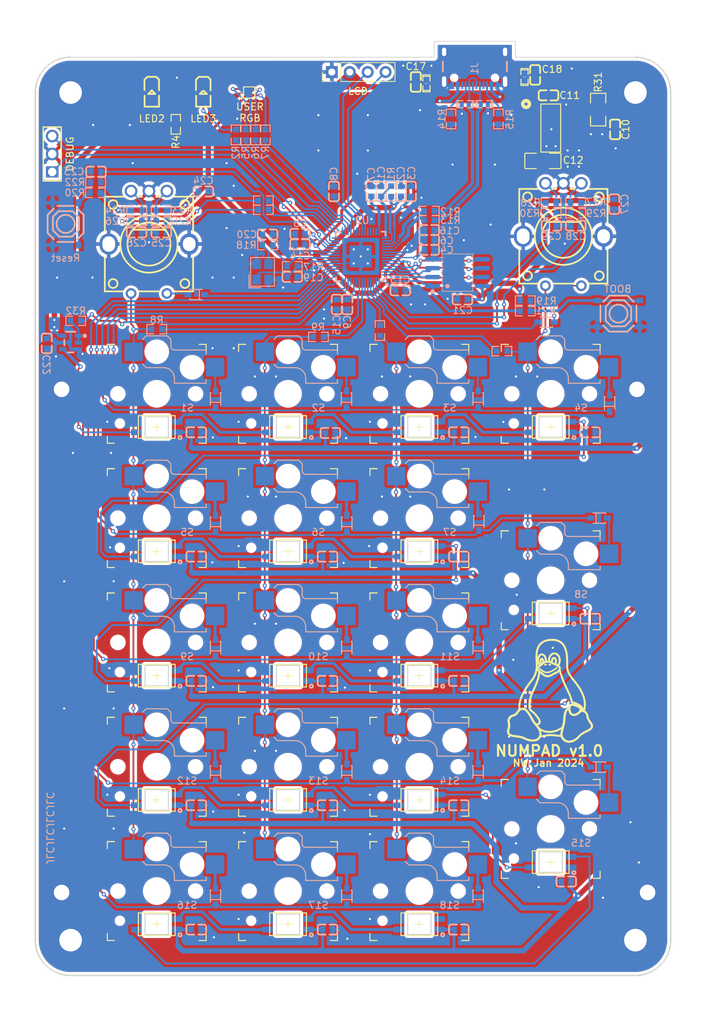
<source format=kicad_pcb>
(kicad_pcb (version 20240108) (generator "pcbnew") (generator_version "8.0")
  (layers (0 "F.Cu" signal) (31 "B.Cu" signal) (34 "B.Paste" user) (35 "F.Paste" user) (36 "B.SilkS" user "B.Silkscreen") (37 "F.SilkS" user "F.Silkscreen") (38 "B.Mask" user) (39 "F.Mask" user) (44 "Edge.Cuts" user))
  (net 0 "")
  (net 1 "GND")
  (net 2 "+5V_USB")
  (net 3 "/MCU/+3V3_A")
  (net 4 "+3V3")
  (net 5 "/MCU/+1V1")
  (net 6 "Net-(U2-XIN)")
  (net 7 "Net-(C20-Pad2)")
  (net 8 "/MCU/RESET_N")
  (net 9 "/MCU/SDA")
  (net 10 "/MCU/SCL")
  (net 11 "ENC2_A")
  (net 12 "ENC2_B")
  (net 13 "ENC1_A")
  (net 14 "ENC1_B")
  (net 17 "Net-(D5-A)")
  (net 18 "ROW0")
  (net 19 "Net-(D6-A)")
  (net 20 "Net-(D7-A)")
  (net 21 "Net-(D8-A)")
  (net 22 "Net-(D9-A)")
  (net 23 "ROW1")
  (net 24 "Net-(D10-A)")
  (net 25 "Net-(D11-A)")
  (net 26 "Net-(D12-A)")
  (net 27 "ROW2")
  (net 28 "Net-(D13-A)")
  (net 29 "Net-(D14-A)")
  (net 30 "Net-(D15-A)")
  (net 31 "ROW3")
  (net 32 "Net-(D16-A)")
  (net 33 "Net-(D17-A)")
  (net 34 "Net-(D18-A)")
  (net 35 "Net-(D19-A)")
  (net 36 "Net-(D20-A)")
  (net 37 "ROW4")
  (net 38 "Net-(D21-A)")
  (net 39 "Net-(D22-A)")
  (net 40 "ROW5")
  (net 41 "/OTHER/ENC1_SW")
  (net 42 "/OTHER/ENC2_SW")
  (net 43 "COL0")
  (net 44 "Net-(ENC1-PadA)")
  (net 45 "Net-(ENC1-PadB)")
  (net 46 "COL2")
  (net 47 "Net-(ENC2-PadA)")
  (net 48 "Net-(ENC2-PadB)")
  (net 49 "COL1")
  (net 50 "COL3")
  (net 52 "Net-(J1-CC2)")
  (net 54 "Net-(J1-CC1)")
  (net 55 "/MCU/SWCLK")
  (net 56 "/MCU/SWDIO")
  (net 57 "Net-(LED1---Pad3)")
  (net 58 "Net-(LED1---Pad2)")
  (net 59 "Net-(LED1---Pad4)")
  (net 60 "Net-(LED2-A)")
  (net 61 "Net-(LED3-+)")
  (net 64 "/MCU/USER_LED1")
  (net 65 "/MCU/USER_LED2_R")
  (net 66 "/MCU/USER_LED2_G")
  (net 67 "/MCU/USER_LED2_B")
  (net 68 "/MCU/USB_N")
  (net 69 "/MCU/USB_P")
  (net 70 "Net-(U2-XOUT)")
  (net 71 "/MCU/QSPI_SS")
  (net 72 "Net-(SW2-C)")
  (net 73 "Net-(SW1-C)")
  (net 74 "/MCU/QSPI_SCLK")
  (net 75 "/MCU/QSPI_SD2")
  (net 76 "/MCU/QSPI_SD1")
  (net 77 "ROW6")
  (net 78 "/MCU/QSPI_SD3")
  (net 79 "/MCU/QSPI_SD0")
  (net 82 "/MCU/COL0_R")
  (net 83 "/MCU/COL1_R")
  (net 84 "/MCU/COL2_R")
  (net 85 "/MCU/COL3_R")
  (net 86 "/MCU/ENC1A_R")
  (net 87 "/MCU/ENC1B_R")
  (net 90 "/MCU/LED00_BUFF")
  (net 91 "LED00 DIN")
  (net 92 "+5V LEDS")
  (net 93 "/OTHER/LED01 DIN")
  (net 94 "/OTHER/LED02 DIN")
  (net 95 "/OTHER/LED03 DIN")
  (net 96 "/OTHER/LED04 DIN")
  (net 97 "/OTHER/LED05 DIN")
  (net 98 "/OTHER/LED06 DIN")
  (net 99 "/OTHER/LED07 DIN")
  (net 100 "/OTHER/LED08 DIN")
  (net 101 "/OTHER/LED09 DIN")
  (net 102 "/OTHER/LED10 DIN")
  (net 103 "/OTHER/LED11 DIN")
  (net 104 "/OTHER/LED12 DIN")
  (net 105 "/OTHER/LED13 DIN")
  (net 106 "/OTHER/LED14 DIN")
  (net 107 "/OTHER/LED15 DIN")
  (net 108 "/OTHER/LED16 DIN")
  (net 109 "/OTHER/LED17 DIN")
  (net 111 "/MCU/LED00_RES")
  (net 112 "/MCU/DN")
  (net 113 "/MCU/DP")
  (footprint "CHOC_SW:Kailh_socket_PG1350" (layer "F.Cu") (at 99.4 82.65 180)
    (property "Reference" "S3")
    (property "Value" "HotSwap")
  )
  (footprint "green_led:LED0805-R-RD" (layer "F.Cu") (at 61.5 40 -90)
    (property "Reference" "LED2")
    (property "Value" "0805G_(Green)")
  )
  (footprint "CHOC_SW:Kailh_socket_PG1350" (layer "F.Cu") (at 118 82.65 180)
    (property "Reference" "S4")
    (property "Value" "HotSwap")
  )
  (footprint "0603_1uF:C0603" (layer "F.Cu") (at 98.9 38.5 -90)
    (property "Reference" "C17")
    (property "Value" "1uF")
  )
  (footprint "CHOC_SW:Kailh_socket_PG1350" (layer "F.Cu") (at 62.2 82.65 180)
    (property "Reference" "S1")
    (property "Value" "HotSwap")
  )
  (footprint "0603_1uF:C0603" (layer "F.Cu") (at 117.695 40.399 180)
    (property "Reference" "C11")
    (property "Value" "1uF")
  )
  (footprint "ESD:D0402-BI" (layer "F.Cu") (at 100.4 38.7 -90)
    (property "Reference" "D1" (hide yes))
    (property "Value" "ESD")
  )
  (footprint "mounting_holes:MH4X2.2MM" (layer "F.Cu") (at 48.725 153.25)
    (property "Reference" "MH8" (hide yes))
    (property "Value" "~" (hide yes))
  )
  (footprint "CHOC_SW:Kailh_socket_PG1350" (layer "F.Cu") (at 80.8 153.05 180)
    (property "Reference" "S17")
    (property "Value" "HotSwap")
  )
  (footprint "CHOC_SW:Kailh_socket_PG1350" (layer "F.Cu") (at 99.4 100.25 180)
    (property "Reference" "S7")
    (property "Value" "HotSwap")
  )
  (footprint "yellow_led:LED0805-R-RD" (layer "F.Cu") (at 68.8 40 -90)
    (property "Reference" "LED3")
    (property "Value" "17-21SUYC/TR8")
  )
  (footprint "CHOC_SW:Kailh_socket_PG1350" (layer "F.Cu") (at 118 144.25 180)
    (property "Reference" "S15")
    (property "Value" "HotSwap")
  )
  (footprint "ESD:D0402-BI" (layer "F.Cu") (at 114.295 37.799 -90)
    (property "Reference" "D2" (hide yes))
    (property "Value" "ESD")
  )
  (footprint "CHOC_SW:Kailh_socket_PG1350" (layer "F.Cu") (at 80.8 117.85 180)
    (property "Reference" "S10")
    (property "Value" "HotSwap")
  )
  (footprint "CHOC_SW:Kailh_socket_PG1350" (layer "F.Cu") (at 80.8 82.65 180)
    (property "Reference" "S2")
    (property "Value" "HotSwap")
  )
  (footprint "mounting_holes:MH4X2.2MM" (layer "F.Cu") (at 131.725 153.25)
    (property "Reference" "MH7" (hide yes))
    (property "Value" "~" (hide yes))
  )
  (footprint "CHOC_SW:Kailh_socket_PG1350" (layer "F.Cu") (at 118 109.05 180)
    (property "Reference" "S8")
    (property "Value" "HotSwap")
  )
  (footprint "CHOC_SW:Kailh_socket_PG1350" (layer "F.Cu") (at 99.4 153.05 180)
    (property "Reference" "S18")
    (property "Value" "HotSwap")
  )
  (footprint "CHOC_SW:Kailh_socket_PG1350" (layer "F.Cu") (at 62.2 135.45 180)
    (property "Reference" "S12")
    (property "Value" "HotSwap")
  )
  (footprint "mounting_holes:MH7.5X3.2MM" (layer "F.Cu") (at 50 160)
    (property "Reference" "MH1" (hide yes))
    (property "Value" "~" (hide yes))
  )
  (footprint "voltage-reg:SOT-223_L6.5-W3.5-P2.30-LS7.0-BR" (layer "F.Cu") (at 118.015 45.028304 180)
    (property "Reference" "U1" (hide yes))
    (property "Value" "LM3940IMP-3_3/NOPB")
  )
  (footprint "Connector_PinHeader_2.54mm:PinHeader_1x04_P2.54mm_Vertical" (layer "F.Cu") (at 87 37.1 90)
    (property "Reference" "J3" (hide yes))
    (property "Value" "~")
  )
  (footprint "0603_1uF:C0603" (layer "F.Cu") (at 115.795 37.499 -90)
    (property "Reference" "C18")
    (property "Value" "1uF")
  )
  (footprint "mounting_holes:MH7.5X3.2MM" (layer "F.Cu") (at 130 40)
    (property "Reference" "MH4" (hide yes))
    (property "Value" "~" (hide yes))
  )
  (footprint "CHOC_SW:Kailh_socket_PG1350" (layer "F.Cu") (at 99.4 117.85 180)
    (property "Reference" "S11")
    (property "Value" "HotSwap")
  )
  (footprint "3pin_header:HDR-TH_3P-P2.54-V-M-1" (layer "F.Cu") (at 47.395 48.699 90)
    (property "Reference" "J2" (hide yes))
    (property "Value" "Header-2_54_1x3")
  )
  (footprint "1206_47uF:C1206" (layer "F.Cu") (at 116.895 49.679 180)
    (property "Reference" "C12")
    (property "Value" "47uF")
  )
  (footprint "LOGO" (layer "F.Cu") (at 117.9 124.7)
    (property "Reference" "G***" (hide yes))
    (property "Value" "LOGO" (hide yes))
  )
  (footprint "encoder:SW-TH_PEC12R-4120F-S0012" (layer "F.Cu") (at 61.1 61.2 180)
    (property "Reference" "ENC1" (hide yes))
    (property "Value" "PEC12R-4120F-S0012")
  )
  (footprint "0603_1uF:C0603" (layer "F.Cu") (at 127.125 45.219 90)
    (property "Reference" "C10")
    (property "Value" "1uF")
  )
  (footprint "CHOC_SW:Kailh_socket_PG1350" (layer "F.Cu") (at 80.8 100.25 180)
    (property "Reference" "S6")
    (property "Value" "HotSwap")
  )
  (footprint "mounting_holes:MH4X2.2MM" (layer "F.Cu") (at 48.725 82.019)
    (property "Reference" "MH6" (hide yes))
    (property "Value" "~" (hide yes))
  )
  (footprint "CHOC_SW:Kailh_socket_PG1350" (layer "F.Cu") (at 99.4 135.45 180)
    (property "Reference" "S14")
    (property "Value" "HotSwap")
  )
  (footprint "mounting_holes:MH4X2.2MM" (layer "F.Cu") (at 130.225 82.019)
    (property "Reference" "MH5" (hide yes))
    (property "Value" "~" (hide yes))
  )
  (footprint "CHOC_SW:Kailh_socket_PG1350" (layer "F.Cu") (at 80.8 135.45 180)
    (property "Reference" "S13")
    (property "Value" "HotSwap")
  )
  (footprint "CHOC_SW:Kailh_socket_PG1350" (layer "F.Cu") (at 62.2 153.05 180)
    (property "Reference" "S16")
    (property "Value" "HotSwap")
  )
  (footprint "user_rgb_led:LED-ARRAY-SMD_4P-L1.0-W1.0-TR_NH-B1010RGBT" (layer "F.Cu") (at 75.3 40 180)
    (property "Reference" "LED1" (hide yes))
    (property "Value" "NH-B1010RGBT-HF")
  )
  (footprint "mounting_holes:MH7.5X3.2MM" (layer "F.Cu") (at 50 40)
    (property "Reference" "MH3" (hide yes))
    (property "Value" "~" (hide yes))
  )
  (footprint "CHOC_SW:Kailh_socket_PG1350" (layer "F.Cu") (at 62.2 117.85 180)
    (property "Reference" "S9")
    (property "Value" "HotSwap")
  )
  (footprint "CHOC_SW:Kailh_socket_PG1350" (layer "F.Cu") (at 62.2 100.25 180)
    (property "Reference" "S5")
    (property "Value" "HotSwap")
  )
  (footprint "1206_100mR:R1206" (layer "F.Cu") (at 124.725 42.419 -90)
    (property "Reference" "R31")
    (property "Value" "100mR")
  )
  (footprint "encoder:SW-TH_PEC12R-4120F-S0012" (layer "F.Cu") (at 119.8 60.1 180)
    (property "Reference" "ENC2" (hide yes))
    (property "Value" "PEC12R-4120F-S0012")
  )
  (footprint "mounting_holes:MH7.5X3.2MM" (layer "F.Cu") (at 130 160 90)
    (property "Reference" "MH2" (hide yes))
    (property "Value" "~" (hide yes))
  )
  (footprint "0603_1kR:R0603" (layer "F.Cu") (at 64.9 44.5 -90)
    (property "Reference" "R4")
    (property "Value" "1kR")
  )
  (footprint "0603_1kR:R0603" (layer "B.Cu") (at 76.2 46 -90)
    (property "Reference" "R6")
    (property "Value" "1kR")
  )
  (footprint "0603_10kR:R0603" (layer "B.Cu") (at 118.05 57.1)
    (property "Reference" "R30")
    (property "Value" "10kR")
  )
  (footprint "0603_1kR:R0603" (layer "B.Cu") (at 74.8 46 90)
    (property "Reference" "R5")
    (property "Value" "1kR")
  )
  (footprint "schottky_diode:SOD-323_L1.8-W1.3-LS2.5-RD" (layer "B.Cu") (at 124.02 135.5)
    (property "Reference" "D19" (hide yes))
    (property "Value" "1N5819WS")
  )
  (footprint "0603_2.2uF:C0603" (layer "B.Cu") (at 67.795 123.299)
    (property "Reference" "C40" (hide yes))
    (property "Value" "2.2uF")
  )
  (footprint "0603_2.2uF:C0603" (layer "B.Cu") (at 86.395 123.299)
    (property "Reference" "C38" (hide yes))
    (property "Value" "2.2uF")
  )
  (footprint "rgb_led:LED-SMD_L3.2-W2.8-TR" (layer "B.Cu") (at 99.4 122.55 180)
    (property "Reference" "LED13" (hide yes))
    (property "Value" "SK6812MINI-E_C5149201")
    (fp_rect (start -1.65 1.45) (end 1.65 -1.45) (stroke (width 0.1524)) (fill none) (layer "Edge.Cuts"))
  )
  (footprint "0603_10kR:R0603" (layer "B.Cu") (at 62.85 56.7)
    (property "Reference" "R23")
    (property "Value" "10kR")
  )
  (footprint "rgb_led:LED-SMD_L3.2-W2.8-TR" (layer "B.Cu") (at 80.8 87.35 180)
    (property "Reference" "LED5" (hide yes))
    (property "Value" "SK6812MINI-E_C5149201")
    (fp_rect (start -1.65 1.45) (end 1.65 -1.45) (stroke (width 0.1524)) (fill none) (layer "Edge.Cuts"))
  )
  (footprint "0603_100nF:C0603" (layer "B.Cu") (at 53.595 51.199)
    (property "Reference" "C23")
    (property "Value" "100nF")
  )
  (footprint "128Mbit:SOIC-8_L5.3-W5.3-P1.27-LS8.0-BL" (layer "B.Cu") (at 104.8 65.5 90)
    (property "Reference" "U3" (hide yes))
    (property "Value" "128Mbit")
  )
  (footprint "schottky_diode:SOD-323_L1.8-W1.3-LS2.5-RD" (layer "B.Cu") (at 107.725 154.649 90)
    (property "Reference" "D22" (hide yes))
    (property "Value" "1N5819WS")
  )
  (footprint "rgb_led:LED-SMD_L3.2-W2.8-TR" (layer "B.Cu") (at 99.4 140.15 180)
    (property "Reference" "LED17" (hide yes))
    (property "Value" "SK6812MINI-E_C5149201")
    (fp_rect (start -1.65 1.45) (end 1.65 -1.45) (stroke (width 0.1524)) (fill none) (layer "Edge.Cuts"))
  )
  (footprint "0603_1MR:R0603" (layer "B.Cu") (at 81.4 64.6 180)
    (property "Reference" "R17")
    (property "Value" "1MR")
  )
  (footprint "0603_27R:R0603" (layer "B.Cu") (at 93.8 73.7 -90)
    (property "Reference" "R10" (hide yes))
    (property "Value" "27R")
  )
  (footprint "0603_10kR:R0603" (layer "B.Cu") (at 121.55 55.6)
    (property "Reference" "R27")
    (property "Value" "10kR")
  )
  (footprint "0603_2.2uF:C0603" (layer "B.Cu") (at 104.995 140.899)
    (property "Reference" "C39" (hide yes))
    (property "Value" "2.2uF")
  )
  (footprint "0603_2.2uF:C0603" (layer "B.Cu") (at 123.595 88.099)
    (property "Reference" "C32" (hide yes))
    (property "Value" "2.2uF")
  )
  (footprint "ESD:D0402-BI" (layer "B.Cu") (at 105.895 41.649)
    (property "Reference" "D4" (hide yes))
    (property "Value" "ESD")
  )
  (footprint "0603_2.2uF:C0603" (layer "B.Cu") (at 104.995 158.499)
    (property "Reference" "C45" (hide yes))
    (property "Value" "2.2uF")
  )
  (footprint "0603_2.2uF:C0603" (layer "B.Cu") (at 86.395 140.899)
    (property "Reference" "C43" (hide yes))
    (property "Value" "2.2uF")
  )
  (footprint "rgb_led:LED-SMD_L3.2-W2.8-TR" (layer "B.Cu") (at 62.2 157.75 180)
    (property "Reference" "LED19" (hide yes))
    (property "Value" "SK6812MINI-E_C5149201")
    (fp_rect (start -1.65 1.45) (end 1.65 -1.45) (stroke (width 0.1524)) (fill none) (layer "Edge.Cuts"))
  )
  (footprint "usbc_connector:USB-C-SMD_TYPE-C-6PIN-2MD-073" (layer "B.Cu") (at 107.225 36.619)
    (property "Reference" "J1")
    (property "Value" "TYPE-C_16PIN_2MD(073)")
  )
  (footprint "schottky_diode:SOD-323_L1.8-W1.3-LS2.5-RD" (layer "B.Cu") (at 116.5 72.5)
    (property "Reference" "D24" (hide yes))
    (property "Value" "1N5819WS")
  )
  (footprint "0603_15pF:C0603" (layer "B.Cu") (at 77.9 60.1 180)
    (property "Reference" "C20")
    (property "Value" "15pF")
  )
  (footprint "0603_2.2uF:C0603" (layer "B.Cu") (at 89.2 70 -90)
    (property "Reference" "C9")
    (property "Value" "2.2uF")
  )
  (footprint "0603_5.1kR:R0603" (layer "B.Cu") (at 110.595 43.749 90)
    (property "Reference" "R15")
    (property "Value" "5.1kR")
  )
  (footprint "rgb_led:LED-SMD_L3.2-W2.8-TR" (layer "B.Cu") (at 118 87.35 180)
    (property "Reference" "LED7" (hide yes))
    (property "Value" "SK6812MINI-E_C5149201")
    (fp_rect (start -1.65 1.45) (end 1.65 -1.45) (stroke (width 0.1524)) (fill none) (layer "Edge.Cuts"))
  )
  (footprint "0603_27R:R0603" (layer "B.Cu") (at 111.1 76.6)
    (property "Reference" "R11" (hide yes))
    (property "Value" "27R")
  )
  (footprint "0603_2.2uF:C0603" (layer "B.Cu") (at 98.2 54 90)
    (property "Reference" "C3")
    (property "Value" "2.2uF")
  )
  (footprint "0603_1kR:R0603" (layer "B.Cu") (at 77.9 61.6 180)
    (property "Reference" "R18")
    (property "Value" "1kR")
  )
  (footprint "0603_5.1kR:R0603" (layer "B.Cu") (at 103.895 43.749 -90)
    (property "Reference" "R14")
    (property "Value" "5.1kR")
  )
  (footprint "schottky_diode:SOD-323_L1.8-W1.3-LS2.5-RD" (layer "B.Cu") (at 107.725 84.249 90)
    (property "Reference" "D7" (hide yes))
    (property "Value" "1N5819WS")
  )
  (footprint "0603_10kR:R0603" (layer "B.Cu") (at 62.85 58.2 180)
    (property "Reference" "R25")
    (property "Value" "10kR")
  )
  (footprint "0603_2.2uF:C0603" (layer "B.Cu") (at 86.395 158.499)
    (property "Reference" "C44" (hide yes))
    (property "Value" "2.2uF")
  )
  (footprint "schottky_diode:SOD-323_L1.8-W1.3-LS2.5-RD" (layer "B.Cu") (at 89.125 154.649 90)
    (property "Reference" "D21" (hide yes))
    (property "Value" "1N5819WS")
  )
  (footprint "0603_1kR:R0603" (layer "B.Cu") (at 73.4 46 -90)
    (property "Reference" "R2")
    (property "Value" "1kR")
  )
  (footprint "rgb_led:LED-SMD_L3.2-W2.8-TR" (layer "B.Cu") (at 118 113.75 180)
    (property "Reference" "LED14" (hide yes))
    (property "Value" "SK6812MINI-E_C5149201")
    (fp_rect (start -1.65 1.45) (end 1.65 -1.45) (stroke (width 0.1524)) (fill none) (layer "Edge.Cuts"))
  )
  (footprint "schottky_diode:SOD-323_L1.8-W1.3-LS2.5-RD" (layer "B.Cu") (at 107.825 101.649 90)
    (property "Reference" "D11" (hide yes))
    (property "Value" "1N5819WS")
  )
  (footprint "schottky_diode:SOD-323_L1.8-W1.3-LS2.5-RD" (layer "B.Cu") (at 68.63 68.6 180)
    (property "Reference" "D23" (hide yes))
    (property "Value" "1N5819WS")
  )
  (footprint "0603_0:R0603" (layer "B.Cu") (at 77.3 56.6 180)
    (property "Reference" "R16" (hide yes))
    (property "Value" "0R")
  )
  (footprint "schottky_diode:SOD-323_L1.8-W1.3-LS2.5-RD" (layer "B.Cu") (at 70.525 101.849 90)
    (property "Reference" "D9" (hide yes))
    (property "Value" "1N5819WS")
  )
  (footprint "0603_27R:R0603" (layer "B.Cu") (at 85.1 74.6 180)
    (property "Reference" "R9")
    (property "Value" "27R")
  )
  (footprint "0603_10nF:C0603" (layer "B.Cu") (at 59.35 59.8 180)
    (property "Reference" "C26")
    (property "Value" "10nF")
  )
  (footprint "0603_10kR:R0603" (layer "B.Cu") (at 118.05 55.6 180)
    (property "Reference" "R28")
    (property "Value" "10kR")
  )
  (footprint "rgb_led:LED-SMD_L3.2-W2.8-TR" (layer "B.Cu") (at 62.2 87.35 180)
    (property "Reference" "LED4" (hide yes))
    (property "Value" "SK6812MINI-E_C5149201")
    (fp_rect (start -1.65 1.45) (end 1.65 -1.45) (stroke (width 0.1524)) (fill none) (layer "Edge.Cuts"))
  )
  (footprint "0603_100nF:C0603" (layer "B.Cu") (at 100.795 59.469 180)
    (property "Reference" "C16")
    (property "Value" "100nF")
  )
  (footprint "schottky_diode:SOD-323_L1.8-W1.3-LS2.5-RD" (layer "B.Cu") (at 70.525 154.649 90)
    (property "Reference" "D20" (hide yes))
    (property "Value" "1N5819WS")
  )
  (footprint "0603_27R:R0603" (layer "B.Cu") (at 53.545 52.699)
    (property "Reference" "R22")
    (property "Value" "27R")
  )
  (footprint "0603_2.2uF:C0603" (layer "B.Cu") (at 86.395 105.699)
    (property "Reference" "C47" (hide yes))
    (property "Value" "2.2uF")
  )
  (footprint "0603_2.2uF:C0603" (layer "B.Cu") (at 104.995 88.099)
    (property "Reference" "C33" (hide yes))
    (property "Value" "2.2uF")
  )
  (footprint "schottky_diode:SOD-323_L1.8-W1.3-LS2.5-RD" (layer "B.Cu") (at 89.125 101.849 90)
    (property "Reference" "D10" (hide yes))
    (property "Value" "1N5819WS")
  )
  (footprint "0603_100nF:C0603" (layer "B.Cu") (at 46.625 75.519 90)
    (property "Reference" "C22")
    (property "Value" "100nF")
  )
  (footprint "0603_100nF:C0603" (layer "B.Cu") (at 100.795 60.869)
    (property "Reference" "C6")
    (property "Value" "100nF")
  )
  (footprint "schottky_diode:SOD-323_L1.8-W1.3-LS2.5-RD" (layer "B.Cu") (at 89.125 119.449 90)
    (property "Reference" "D14" (hide yes))
    (property "Value" "1N5819WS")
  )
  (footprint "0603_2.2uF:C0603" (layer "B.Cu") (at 68.8 54)
    (property "Reference" "C24")
    (property "Value" "2.2uF")
  )
  (footprint "0603_10nF:C0603" (layer "B.Cu") (at 118.1 58.85 180)
    (property "Reference" "C29")
    (property "Value" "10nF")
  )
  (footprint "schottky_diode:SOD-323_L1.8-W1.3-LS2.5-RD" (layer "B.Cu") (at 107.725 119.449 90)
    (property "Reference" "D15" (hide yes))
    (property "Value" "1N5819WS")
  )
  (footprint "0603_100nF:C0603" (layer "B.Cu") (at 82.5 60)
    (property "Reference" "C5")
    (property "Value" "100nF")
  )
  (footprint "schottky_diode:SOD-323_L1.8-W1.3-LS2.5-RD" (layer "B.Cu") (at 70.525 119.449 90)
    (property "Reference" "D13" (hide yes))
    (property "Value" "1N5819WS")
  )
  (footprint "0603_10kR:R0603" (layer "B.Cu") (at 59.35 58.2)
    (property "Reference" "R26")
    (property "Value" "10kR")
  )
  (footprint "0603_27R:R0603" (layer "B.Cu") (at 50.725 72.319 180)
    (property "Reference" "R32")
    (property "Value" "27R")
  )
  (footprint "0603_2.2uF:C0603" (layer "B.Cu") (at 67.795 88.099)
    (property "Reference" "C30" (hide yes))
    (property "Value" "2.2uF")
  )
  (footprint "0603_2.2uF:C0603" (layer "B.Cu") (at 96.8 54 90)
    (property "Reference" "C2")
    (property "Value" "2.2uF")
  )
  (footprint "schottky_diode:SOD-323_L1.8-W1.3-LS2.5-RD" (layer "B.Cu") (at 70.525 84.249 90)
    (property "Reference" "D5" (hide yes))
    (property "Value" "1N5819WS")
  )
  (footprint "0603_100nF:C0603" (layer "B.Cu") (at 87.7 70 90)
    (property "Reference" "C15")
    (property "Value" "100nF")
  )
  (footprint "0603_2.2uF:C0603" (layer "B.Cu") (at 67.795 158.499)
    (property "Reference" "C41" (hide yes))
    (property "Value" "2.2uF")
  )
  (footprint "0603_1kR:R0603" (layer "B.Cu") (at 77.6 46 -90)
    (property "Reference" "R7")
    (property "Value" "1kR")
  )
  (footprint "rgb_led:LED-SMD_L3.2-W2.8-TR" (layer "B.Cu") (at 62.2 104.95 180)
    (property "Reference" "LED8" (hide yes))
    (property "Value" "SK6812MINI-E_C5149201")
    (fp_rect (start -1.65 1.45) (end 1.65 -1.45) (stroke (width 0.1524)) (fill none) (layer "Edge.Cuts"))
  )
  (footprint "0603_2.2uF:C0603" (layer "B.Cu") (at 86.795 88.199)
    (property "Reference" "C31" (hide yes))
    (property "Value" "2.2uF")
  )
  (footprint "0603_2.2uF:C0603" (layer "B.Cu") (at 62.85 59.8)
    (property "Reference" "C25")
    (property "Value" "10nF")
  )
  (footprint "rgb_led:LED-SMD_L3.2-W2.8-TR" (layer "B.Cu") (at 80.8 122.55 180)
    (property "Reference" "LED12" (hide yes))
    (property "Value" "SK6812MINI-E_C5149201")
    (fp_rect (start -1.65 1.45) (end 1.65 -1.45) (stroke (width 0.1524)) (fill none) (layer "Edge.Cuts"))
  )
  (footprint "0603_100nF:C0603" (layer "B.Cu") (at 82.5 61.5)
    (property "Reference" "C14")
    (property "Value" "100nF")
  )
  (footprint "0603_2.2uF:C0603" (layer "B.Cu") (at 67.795 105.699)
    (property "Reference" "C46" (hide yes))
    (property "Value" "2.2uF")
  )
  (footprint "0603_2.2uF:C0603" (layer "B.Cu") (at 123.595 114.499)
    (property "Reference" "C34" (hide yes))
    (property "Value" "2.2uF")
  )
  (footprint "0603_100nF:C0603" (layer "B.Cu") (at 96.7 68 180)
    (property "Reference" "C13")
    (property "Value" "100nF")
  )
  (footprint "schottky_diode:SOD-323_L1.8-W1.3-LS2.5-RD" (layer "B.Cu") (at 89.0814 84.249 90)
    (property "Reference" "D6" (hide yes))
    (property "Value" "1N5819WS")
  )
  (footprint "0603_27R:R0603" (layer "B.Cu") (at 100.8 58.069 180)
    (property "Reference" "R13")
    (property "Value" "27R")
  )
  (footprint "schottky_diode:SOD-323_L1.8-W1.3-LS2.5-RD" (layer "B.Cu") (at 124.02 100.25)
    (property "Reference" "D12" (hide yes))
    (property "Value" "1N5819WS")
  )
  (footprint "rgb_led:LED-SMD_L3.2-W2.8-TR" (layer "B.Cu") (at 99.4 104.95 180)
    (property "Reference" "LED10" (hide yes))
    (property "Value" "SK6812MINI-E_C5149201")
    (fp_rect (start -1.65 1.45) (end 1.65 -1.45) (stroke (width 0.1524)) (fill none) (layer "Edge.Cuts"))
  )
  (footprint "0603_100kR:R0603" (layer "B.Cu") (at 114.4 69.45 180)
    (property "Reference" "R19")
    (property "Value" "100kR")
  )
  (footprint "0603_100nF:C0603" (layer "B.Cu") (at 92.6 54 -90)
    (property "Reference" "C7")
    (property "Value" "100nF")
  )
  (footprint "schottky_diode:SOD-323_L1.8-W1.3-LS2.5-RD" (layer "B.Cu") (at 107.725 137.049 90)
    (property "Reference" "D18" (hide yes))
    (property "Value" "1N5819WS")
  )
  (footprint "0603_10kR:R0603" (layer "B.Cu") (at 53.495 54.199)
    (property "Reference" "R20")
    (property "Value" "10kR")
  )
  (footprint "0603_10nF:C0603" (layer "B.Cu") (at 121.55 58.85)
    (property "Reference" "C28")
    (property "Value" "10nF")
  )
  (footprint "0603_10nF:C0603" (layer "B.Cu") (at 127 55.8 -90)
    (property "Reference" "C27")
    (property "Value" "2.2uF")
  )
  (footprint "simple_button:SW-SMD_4P-L5.1-W5.1-P3.70-LS6.5-TL_H1.5" (layer "B.Cu") (at 49.295 58.599 -90)
    (property "Reference" "SW1" (hide yes))
    (property "Value" "TS-1187A-B-A-B")
  )
  (footprint "simple_button:SW-SMD_4P-L5.1-W5.1-P3.70-LS6.5-TL_H1.5" (layer "B.Cu") (at 127.6 71.3)
    (property "Reference" "SW2" (hide yes))
    (property "Value" "TS-1187A-B-A-B")
  )
  (footprint "0603_27R:R0603" (layer "B.Cu") (at 62.2 73.5 180)
    (property "Reference" "R8")
    (property "Value" "27R")
  )
  (footprint "0603_100nF:C0603" (layer "B.Cu") (at 105.5 69.3)
    (property "Reference" "C21")
    (property "Value" "100nF")
  )
  (footprint "schottky_diode:SOD-323_L1.8-W1.3-LS2.5-RD" (layer "B.Cu") (at 70.525 137.049 90)
    (property "Reference" "D16" (hide yes))
    (property "Value" "1N5819WS")
  )
  (footprint "rgb_led:LED-SMD_L3.2-W2.8-TR" (layer "B.Cu") (at 62.2 122.55 180)
    (property "Reference" "LED11" (hide yes))
    (property "Value" "SK6812MINI-E_C5149201")
    (fp_rect (start -1.65 1.45) (end 1.65 -1.45) (stroke (width 0.1524)) (fill none) (layer "Edge.Cuts"))
  )
  (footprint "rp2040:LQFN-56_L7.0-W7.0-P0.4-EP" (layer "B.Cu") (at 91.1 63.2 90)
    (property "Reference" "U2")
    (property "Value" "RP2040")
  )
  (footprint "rgb_led:LED-SMD_L3.2-W2.8-TR" (layer "B.Cu") (at 80.8 140.15 180)
    (property "Reference" "LED16" (hide yes))
    (property "Value" "SK6812MINI-E_C5149201")
    (fp_rect (start -1.65 1.45) (end 1.65 -1.45) (stroke (width 0.1524)) (fill none) (layer "Edge.Cuts"))
  )
  (footprint "0603_100nF:C0603" (layer "B.Cu") (at 100.795 62.269 180)
    (property "Reference" "C4")
    (property "Value" "100nF")
  )
  (footprint "schottky_diode:SOD-323_L1.8-W1.3-LS2.5-RD" (layer "B.Cu") (at 126.35 84.83 90)
    (property "Reference" "D8" (hide yes))
    (property "Value" "1N5819WS")
  )
  (footprint "0603_10kR:R0603" (layer "B.Cu") (at 121.55 57.1 180)
    (property "Reference" "R29")
    (property "Value" "10kR")
  )
  (footprint "ESD:D0402-BI" (layer "B.Cu") (at 108.595 41.649 180)
    (property "Reference" "D3" (hide yes))
    (property "Value" "ESD")
  )
  (footprint "0603_2.2uF:C0603" (layer "B.Cu") (at 104.995 105.699)
    (property "Reference" "C37" (hide yes))
    (property "Value" "2.2uF")
  )
  (footprint "0603_27R:R0603" (layer "B.Cu") (at 100.8 56.769 180)
    (property "Reference" "R12")
    (property "Value" "27R")
  )
  (footprint "rgb_led:LED-SMD_L3.2-W2.8-TR" (layer "B.Cu") (at 99.4 157.75 180)
    (property "Reference" "LED21" (hide yes))
    (property "Value" "SK6812MINI-E_C5149201")
    (fp_rect (start -1.65 1.45) (end 1.65 -1.45) (stroke (width 0.1524)) (fill none) (layer "Edge.Cuts"))
  )
  (footprint "rgb_led:LED-SMD_L3.2-W2.8-TR" (layer "B.Cu") (at 118 148.95 180)
    (property "Reference" "LED18" (hide yes))
    (property "Value" "SK6812MINI-E_C5149201")
    (fp_rect (start -1.65 1.45) (end 1.65 -1.45) (stroke (width 0.1524)) (fill none) (layer "Edge.Cuts"))
  )
  (footprint "0603_1kR:R0603" (layer "B.Cu") (at 114.4 70.95)
    (property "Reference" "R21")
    (property "Value" "1kR")
  )
  (footprint "rgb_led:LED-SMD_L3.2-W2.8-TR" (layer "B.Cu") (at 80.8 157.75 180)
    (property "Reference" "LED20" (hide yes))
    (property "Value" "SK6812MINI-E_C5149201")
    (fp_rect (start -1.65 1.45) (end 1.65 -1.45) (stroke (width 0.1524)) (fill none) (layer "Edge.Cuts"))
  )
  (footprint "crystal:CRYSTAL-SMD_4P-L3.2-W2.5-BL" (layer "B.Cu") (at 77.185 65.385 90)
    (property "Reference" "Y1" (hide yes))
    (property "Value" "ABM8-272-T3_C20625731")
  )
  (footprint "rgb_led:LED-SMD_L3.2-W2.8-TR" (layer "B.Cu") (at 80.8 104.95 180)
    (property "Reference" "LED9" (hide yes))
    (property "Value" "SK6812MINI-E_C5149201")
    (fp_rect (start -1.65 1.45) (end 1.65 -1.45) (stroke (width 0.1524)) (fill none) (layer "Edge.Cuts"))
  )
  (footprint "0603_2.2uF:C0603" (layer "B.Cu") (at 94 54 90)
    (property "Reference" "C1")
    (property "Value" "2.2uF")
  )
  (footprint "rgb_led:LED-SMD_L3.2-W2.8-TR" (layer "B.Cu") (at 62.2 140.15 180)
    (property "Reference" "LED15" (hide yes))
    (property "Value" "SK6812MINI-E_C5149201")
    (fp_rect (start -1.65 1.45) (end 1.65 -1.45) (stroke (width 0.1524)) (fill none) (layer "Edge.Cuts"))
  )
  (footprint "0603_10kR:R0603" (layer "B.Cu") (at 59.35 56.7 180)
    (property "Reference" "R24")
    (property "Value" "10kR")
  )
  (footprint "0603_0:R0603" (layer "B.Cu") (at 77.3 55.3 180)
    (property "Reference" "R3" (hide yes))
    (property "Value" "0R")
  )
  (footprint "0603_100nF:C0603" (layer "B.Cu") (at 87.295 53.999 -90)
    (property "Reference" "C8")
    (property "Value" "100nF")
  )
  (footprint "rgb_led:LED-SMD_L3.2-W2.8-TR" (layer "B.Cu") (at 99.4 87.35 180)
    (property "Reference" "LED6" (hide yes))
    (property "Value" "SK6812MINI-E_C5149201")
    (fp_rect (start -1.65 1.45) (end 1.65 -1.45) (stroke (width 0.1524)) (fill none) (layer "Edge.Cuts"))
  )
  (footprint "schottky_diode:SOD-323_L1.8-W1.3-LS2.5-RD" (layer "B.Cu") (at 89.125 137.049 90)
    (property "Reference" "D17" (hide yes))
    (property "Value" "1N5819WS")
  )
  (footprint "0603_2.2uF:C0603" (layer "B.Cu") (at 67.795 140.899)
    (property "Reference" "C36" (hide yes))
    (property "Value" "2.2uF")
  )
  (footprint "0603_200R:R0603" (layer "B.Cu") (at 95.4 54 -90)
    (property "Reference" "R1")
    (property "Value" "200R")
  )
  (footprint "0603_2.2uF:C0603" (layer "B.Cu") (at 104.995 123.299)
    (property "Reference" "C35" (hide yes))
    (property "Value" "2.2uF")
  )
  (footprint "buffer:SOT-23-5_L2.9-W1.6-P0.95-LS2.8-BR" (layer "B.Cu") (at 49.995 75.399)
    (property "Reference" "U4" (hide yes))
    (property "Value" "SN74LV1T34DBVR")
  )
  (footprint "0603_2.2uF:C0603" (layer "B.Cu") (at 120.195 151.699 180)
    (property "Reference" "C42" (hide yes))
    (property "Value" "2.2uF")
  )
  (footprint "0603_15pF:C0603" (layer "B.Cu") (at 81.4 66.1 180)
    (property "Reference" "C19")
    (property "Value" "15pF")
  )
  (gr_arc (start 135 160) (mid 133.535534 163.535534) (end 130 165) (stroke (width 0.2)) (layer "Edge.Cuts"))
  (gr_arc (start 50 165) (mid 46.464466 163.535534) (end 45 160) (stroke (width 0.2)) (layer "Edge.Cuts"))
  (gr_line (start 130 165) (end 50 165) (stroke (width 0.2)) (layer "Edge.Cuts"))
  (gr_line (start 45 160) (end 45 40) (stroke (width 0.2)) (layer "Edge.Cuts"))
  (gr_line (start 101.5 32.75) (end 101.5 35) (stroke (width 0.1)) (layer "Edge.Cuts"))
  (gr_arc (start 45 40) (mid 46.464466 36.464466) (end 50 35) (stroke (width 0.2)) (layer "Edge.Cuts"))
  (gr_line (start 130 35) (end 113 35) (stroke (width 0.1)) (layer "Edge.Cuts"))
  (gr_line (start 113 32.75) (end 101.5 32.75) (stroke (width 0.1)) (layer "Edge.Cuts"))
  (gr_line (start 135 160) (end 135 40) (stroke (width 0.2)) (layer "Edge.Cuts"))
  (gr_line (start 113 35) (end 113 32.75) (stroke (width 0.1)) (layer "Edge.Cuts"))
  (gr_arc (start 130 35) (mid 133.535534 36.464466) (end 135 40) (stroke (width 0.2)) (layer "Edge.Cuts"))
  (gr_line (start 101.5 35) (end 50 35) (stroke (width 0.1)) (layer "Edge.Cuts"))
  (gr_text "JLCJLCJLCJLC\n" (at 46.5 149.4 270) (layer "B.SilkS") (effects (font (size 1 1) (thickness 0.15) (bold yes)) (justify left bottom mirror)))
  (gr_text "BOOT" (at 127.5 68.4 0) (layer "B.SilkS") (effects (font (size 1 1)) (justify bottom mirror)))
  (gr_text "Reset" (at 49.3 64 -0) (layer "B.SilkS") (effects (font (size 1 1)) (justify bottom mirror)))
  (gr_text "NW Jan 2024" (at 117.7 135.5 0) (layer "F.SilkS") (effects (font (size 1 1) (thickness 0.2)) (justify bottom)))
  (gr_text "USER\nRGB" (at 75.4 44.2 0) (layer "F.SilkS") (effects (font (size 1 1)) (justify bottom)))
  (gr_text "DEBUG" (at 50.5 48.7 90) (layer "F.SilkS") (effects (font (size 1 1)) (justify bottom)))
  (gr_text "LCD" (at 90.7 40.4 0) (layer "F.SilkS") (effects (font (size 1 1)) (justify bottom)))
  (gr_text "NUMPAD v1.0\n" (at 117.8 134.1 0) (layer "F.SilkS") (effects (font (size 1.524 1.524) (thickness 0.3048) (bold yes)) (justify bottom)))
  (segment (start 120.195 41.699) (end 118.895 40.399) (width 0.4064) (layer "F.Cu") (net 1))
  (segment (start 118.895 40.399) (end 118.395 40.399) (width 0.4064) (layer "F.Cu") (net 1))
  (via (at 85.9 70.7) (size 0.6) (drill 0.3) (layers "F.Cu" "B.Cu") (net 1))
  (via (at 125.4 154) (size 0.6) (drill 0.3) (layers "F.Cu" "B.Cu") (net 1))
  (via (at 94.1 80.2) (size 0.6) (drill 0.3) (layers "F.Cu" "B.Cu") (net 1))
  (via (at 90.1 62.2) (size 0.6) (drill 0.3) (layers "F.Cu" "B.Cu") (net 1))
  (via (at 49.1 144.2) (size 0.6) (drill 0.3) (layers "F.Cu" "B.Cu") (net 1))
  (via (at 127.2 47.9) (size 0.6) (drill 0.3) (layers "F.Cu" "B.Cu") (net 1))
  (via (at 109.5 58.7) (size 0.6) (drill 0.3) (layers "F.Cu" "B.Cu") (net 1))
  (via (at 120.4 48.2) (size 0.6) (drill 0.3) (layers "F.Cu" "B.Cu") (net 1))
  (via (at 92.1 64.2) (size 0.6) (drill 0.3) (layers "F.Cu" "B.Cu") (net 1))
  (via (at 80.1 67.6) (size 0.6) (drill 0.3) (layers "F.Cu" "B.Cu") (net 1))
  (via (at 130.5 149) (size 0.6) (drill 0.3) (layers "F.Cu" "B.Cu") (net 1))
  (via (at 97.1 36.2) (size 0.6) (drill 0.3) (layers "F.Cu" "B.Cu") (net 1))
  (via (at 118.3 118.6) (size 0.6) (drill 0.3) (layers "F.Cu" "B.Cu") (net 1))
  (via (at 72.1 50) (size 0.6) (drill 0.3) (layers "F.Cu" "B.Cu") (net 1))
  (via (at 112.1 131.2) (size 0.6) (drill 0.3) (layers "F.Cu" "B.Cu") (net 1))
  (via (at 118.1 45.2) (size 0.6) (drill 0.3) (layers "F.Cu" "B.Cu") (net 1))
  (via (at 120.195 41.699) (size 0.6) (drill 0.3) (layers "F.Cu" "B.Cu") (net 1))
  (via (at 118.7 47.6) (size 0.6) (drill 0.3) (layers "F.Cu" "B.Cu") (net 1))
  (via (at 79.1 133.2) (size 0.6) (drill 0.3) (layers "F.Cu" "B.Cu") (net 1))
  (via (at 112.395 43.2) (size 0.6) (drill 0.3) (layers "F.Cu" "B.Cu") (net 1))
  (via (at 98.2 70) (size 0.6) (drill 0.3) (layers "F.Cu" "B.Cu") (net 1))
  (via (at 72.1 59.2) (size 0.6) (drill 0.3) (layers "F.Cu" "B.Cu") (net 1))
  (via (at 55.195 139.409) (size 0.6) (drill 0.3) (layers "F.Cu" "B.Cu") (net 1))
  (via (at 107.345 88.774) (size 0.6) (drill 0.3) (layers "F.Cu" "B.Cu") (net 1))
  (via (at 85.1 48.2) (size 0.6) (drill 0.3) (layers "F.Cu" "B.Cu") (net 1))
  (via (at 116.1 80.2) (size 0.6) (drill 0.3) (layers "F.Cu" "B.Cu") (net 1))
  (via (at 70.195 141.799) (size 0.6) (drill 0.3) (layers "F.Cu" "B.Cu") (net 1))
  (via (at 94.1 97.2) (size 0.6) (drill 0.3) (layers "F.Cu" "B.Cu") (net 1))
  (via (at 73.1 53.2) (size 0.6) (drill 0.3) (layers "F.Cu" "B.Cu") (net 1))
  (via (at 61.1 61.2) (size 0.6) (drill 0.3) (layers "F.Cu" "B.Cu") (net 1))
  (via (at 109.12 42.948) (size 0.6) (drill 0.3) (layers "F.Cu" "B.Cu") (net 1))
  (via (at 122 50.5) (size 0.6) (drill 0.3) (layers "F.Cu" "B.Cu") (net 1))
  (via (at 92.4 145) (size 0.6) (drill 0.3) (layers "F.Cu" "B.Cu") (net 1))
  (via (at 73.795 121.809) (size 0.6) (drill 0.3) (layers "F.Cu" "B.Cu") (net 1))
  (via (at 120.995 36.599) (size 0.6) (drill 0.3) (layers "F.Cu" "B.Cu") (net 1))
  (via (at 73.795 86.609) (size 0.6) (drill 0.3) (layers "F.Cu" "B.Cu") (net 1))
  (via (at 88.67 106.599) (size 0.6) (drill 0.3) (layers "F.Cu" "B.Cu") (net 1))
  (via (at 101.1 36.2) (size 0.6) (drill 0.3) (layers "F.Cu" "B.Cu") (net 1))
  (via (at 110.1 50.2) (size 0.6) (drill 0.3) (layers "F.Cu" "B.Cu") (net 1))
  (via (at 112.1 96.2) (size 0.6) (drill 0.3) (layers "F.Cu" "B.Cu") (net 1))
  (via (at 79.1 97.2) (size 0.6) (drill 0.3) (layers "F.Cu" "B.Cu") (net 1))
  (via (at 116.3 152.5) (size 0.6) (drill 0.3) (layers "F.Cu" "B.Cu") (net 1))
  (via (at 89.02 88.924) (size 0.6) (drill 0.3) (layers "F.Cu" "B.Cu") (net 1))
  (via (at 104.1 50.2) (size 0.6) (drill 0.3) (layers "F.Cu" "B.Cu") (net 1))
  (via (at 92.395 139.409) (size 0.6) (drill 0.3) (layers "F.Cu" "B.Cu") (net 1))
  (via (at 84.5 65.2) (size 0.6) (drill 0.3) (layers "F.Cu" "B.Cu") (net 1))
  (via (at 92.1 48.2) (size 0.6) (drill 0.3) (layers "F.Cu" "B.Cu") (net 1))
  (via (at 73.1 76.2) (size 0.6) (drill 0.3) (layers "F.Cu" "B.Cu") (net 1))
  (via (at 73.795 139.409) (size 0.6) (drill 0.3) (layers "F.Cu" "B.Cu") (net 1))
  (via (at 129.3 143.3) (size 0.6) (drill 0.3) (layers "F.Cu" "B.Cu") (net 1))
  (via (at 73.6 43.7) (size 0.6) (drill 0.3) (layers "F.Cu" "B.Cu") (net 1))
  (via (at 117.1 96.2) (size 0.6) (drill 0.3) (layers "F.Cu" "B.Cu") (net 1))
  (via (at 113.1 80.2) (size 0.6) (drill 0.3) (layers "F.Cu" "B.Cu") (net 1))
  (via (at 88.845 124.249) (size 0.6) (drill 0.3) (layers "F.Cu" "B.Cu") (net 1))
  (via (at 98.1 80.2) (size 0.6) (drill 0.3) (layers "F.Cu" "B.Cu") (net 1))
  (via (at 70.1 66.2) (size 0.6) (drill 0.3) (layers "F.Cu" "B.Cu") (net 1))
  (via (at 120 61.4) (size 0.6) (drill 0.3) (layers "F.Cu" "B.Cu") (net 1))
  (via (at 98.1 97.2) (size 0.6) (drill 0.3) (layers "F.Cu" "B.Cu") (net 1))
  (via (at 112.7 120.3) (size 0.6) (drill 0.3) (layers "F.Cu" "B.Cu") (net 1))
  (via (at 51.695 76.999) (size 0.6) (drill 0.3) (layers "F.Cu" "B.Cu") (net 1))
  (via (at 79.1 80.2) (size 0.6) (drill 0.3) (layers "F.Cu" "B.Cu") (net 1))
  (via (at 117.1 131.2) (size 0.6) (drill 0.3) (layers "F.Cu" "B.Cu") (net 1))
  (via (at 90.1 64.2) (size 0.6) (drill 0.3) (layers "F.Cu" "B.Cu") (net 1))
  (via (at 80.3 59.3) (size 0.6) (drill 0.3) (layers "F.Cu" "B.Cu") (net 1))
  (via (at 58.395 44.599) (size 0.6) (drill 0.3) (layers "F.Cu" "B.Cu") (net 1))
  (via (at 48.1 66.2) (size 0.6) (drill 0.3) (layers "F.Cu" "B.Cu") (net 1))
  (via (at 123.7 45.9) (size 0.6) (drill 0.3) (layers "F.Cu" "B.Cu") (net 1))
  (via (at 92.6 57.9) (size 0.6) (drill 0.3) (layers "F.Cu" "B.Cu") (net 1))
  (via (at 91.1 63.2) (size 0.6) (drill 0.3) (layers "F.Cu" "B.Cu") (net 1))
  (via (at 55.195 86.609) (size 0.6) (drill 0.3) (layers "F.Cu" "B.Cu") (net 1))
  (via (at 92.1 62.2) (size 0.6) (drill 0.3) (layers "F.Cu" "B.Cu") (net 1))
  (via (at 74.3 63) (size 0.6) (drill 0.3) (layers "F.Cu" "B.Cu") (net 1))
  (via (at 49.1 127.2) (size 0.6) (drill 0.3) (layers "F.Cu" "B.Cu") (net 1))
  (via (at 100.2 70) (size 0.6) (drill 0.3) (layers "F.Cu" "B.Cu") (net 1))
  (via (at 53.1 66.2) (size 0.6) (drill 0.3) (layers "F.Cu" "B.Cu") (net 1))
  (via (at 120.4 50.5) (size 0.6) (drill 0.3) (layers "F.Cu" "B.Cu") (net 1))
  (via (at 76.1 133.2) (size 0.6) (drill 0.3) (layers "F.Cu" "B.Cu") (net 1))
  (via (at 79.1 115.2) (size 0.6) (drill 0.3) (layers "F.Cu" "B.Cu") (net 1))
  (via (at 96.8 57.7) (size 0.6) (drill 0.3) (layers "F.Cu" "B.Cu") (net 1))
  (via (at 85.9 72) (size 0.6) (drill 0.3) (layers "F.Cu" "B.Cu") (net 1))
  (via (at 113.195 111.099) (size 0.6) (drill 0.3) (layers "F.Cu" "B.Cu") (net 1))
  (via (at 55.5 121.504) (size 0.6) (drill 0.3) (layers "F.Cu" "B.Cu") (net 1))
  (via (at 76.1 115.2) (size 0.6) (drill 0.3) (layers "F.Cu" "B.Cu") (net 1))
  (via (at 92.395 86.609) (size 0.6) (drill 0.3) (layers "F.Cu" "B.Cu") (net 1))
  (via (at 113.095 146.299) (size 0.6) (drill 0.3) (layers "F.Cu" "B.Cu") (net 1))
  (via (at 85.1 43.2) (size 0.6) (drill 0.3) (layers "F.Cu" "B.Cu") (net 1))
  (via (at 73.795 104.209) (size 0.6) (drill 0.3) (layers "F.Cu" "B.Cu") (net 1))
  (via (at 70.1 76.2) (size 0.6) (drill 0.3) (layers "F.Cu" "B.Cu") (net 1))
  (via (at 55.595 104.399) (size 0.6) (drill 0.3) (layers "F.Cu" "B.Cu") (net 1))
  (via (at 99.7 54.9) (size 0.6) (drill 0.3) (layers "F.Cu" "B.Cu") (net 1))
  (via (at 56.1 109.2) (size 0.6) (drill 0.3) (layers "F.Cu" "B.Cu") (net 1))
  (via (at 105.7 60.9) (size 0.6) (drill 0.3) (layers "F.Cu" "B.Cu") (net 1))
  (via (at 92.395 121.809) (size 0.6) (drill 0.3) (layers "F.Cu" "B.Cu") (net 1))
  (via (at 122 48.2) (size 0.6) (drill 0.3) (layers "F.Cu" "B.Cu") (net 1))
  (via (at 65.045 37.899) (size 0.6) (drill 0.3) (layers "F.Cu" "B.Cu") (net 1))
  (via (at 70.17 124.199) (size 0.6) (drill 0.3) (layers "F.Cu" "B.Cu") (net 1))
  (via (at 99.5 42.5) (size 0.6) (drill 0.3) (layers "F.Cu" "B.Cu") (net 1))
  (via (at 76.1 80.2) (size 0.6) (drill 0.3) (layers "F.Cu" "B.Cu") (net 1))
  (via (at 75.1 97.2) (size 0.6) (drill 0.3) (layers "F.Cu" "B.Cu") (net 1))
  (via (at 70.07 106.524) (size 0.6) (drill 0.3) (layers "F.Cu" "B.Cu") (net 1))
  (via (at 70.295 159.599) (size 0.6) (drill 0.3) (layers "F.Cu" "B.Cu") (net 1))
  (via (at 49.1 109.2) (size 0.6) (drill 0.3) (layers "F.Cu" "B.Cu") (net 1))
  (via (at 56.1 144.2) (size 0.6) (drill 0.3) (layers "F.Cu" "B.Cu") (net 1))
  (via (at 92.1 43.2) (size 0.6) (drill 0.3) (layers "F.Cu" "B.Cu") (net 1))
  (via (at 117.4 47.6) (size 0.6) (drill 0.3) (layers "F.Cu" "B.Cu") (net 1))
  (via (at 73.1 66.2) (size 0.6) (drill 0.3) (layers "F.Cu" "B.Cu") (net 1))
  (via (at 111.295 86.629) (size 0.6) (drill 0.3) (layers "F.Cu" "B.Cu") (net 1))
  (via (at 89.195 159.799) (size 0.6) (drill 0.3) (layers "F.Cu" "B.Cu") (net 1))
  (via (at 74.6 144.8) (size 0.6) (drill 0.3) (layers "F.Cu" "B.Cu") (net 1))
  (via (at 125.3 45.9) (size 0.6) (drill 0.3) (layers "F.Cu" "B.Cu") (net 1))
  (via (at 103.4 69.2) (size 0.6) (drill 0.3) (layers "F.Cu" "B.Cu") (net 1))
  (via (at 50.325 91.019) (size 0.6) (drill 0.3) (layers "F.Cu" "B.Cu") (net 1))
  (via (at 90.595 51.499) (size 0.6) (drill 0.3) (layers "F.Cu" "B.Cu") (net 1))
  (via (at 58.8 50) (size 0.6) (drill 0.3) (layers "F.Cu" "B.Cu") (net 1))
  (via (at 105.41 42.998) (size 0.6) (drill 0.3) (layers "F.Cu" "B.Cu") (net 1))
  (via (at 47.925 77.369) (size 0.6) (drill 0.3) (layers "F.Cu" "B.Cu") (net 1))
  (via (at 88.795 141.599) (size 0.6) (drill 0.3) (layers "F.Cu" "B.Cu") (net 1))
  (via (at 56.1 127.2) (size 0.6) (drill 0.3) (layers "F.Cu" "B.Cu") (net 1))
  (via (at 55.725 91.019) (size 0.6) (drill 0.3) (layers "F.Cu" "B.Cu") (net 1))
  (via (at 92.395 157.009) (size 0.6) (drill 0.3) (layers "F.Cu" "B.Cu") (net 1))
  (via (at 92.29 104.208) (size 0.6) (drill 0.3) (layers "F.Cu" "B.Cu") (net 1))
  (via (at 70.145 88.824) (size 0.6) (drill 0.3) (layers "F.Cu" "B.Cu") (net 1))
  (via (at 73.795 157.009) (size 0.6) (drill 0.3) (layers "F.Cu" "B.Cu") (net 1))
  (via (at 53.195 44.599) (size 0.6) (drill 0.3) (layers "F.Cu" "B.Cu") (net 1))
  (segment (start 58.299 103.199) (end 59.3 104.2) (width 0.4064) (layer "B.Cu") (net 1))
  (segment (start 100.694 41.306) (end 100.694 41.3) (width 0.4064) (layer "B.Cu") (net 1))
  (segment (start 51.095 76.349) (end 51.095 76.399) (width 0.4064) (layer "B.Cu") (net 1))
  (segment (start 93.405 120.799) (end 92.395 121.809) (width 0.4064) (layer "B.Cu") (net 1))
  (segment (start 102.925 40.099) (end 104.025 38.999) (width 0.4064) (layer "B.Cu") (net 1))
  (segment (start 95.499 138.399) (end 93.405 138.399) (width 0.4064) (layer "B.Cu") (net 1))
  (segment (start 76.899 103.199) (end 74.805 103.199) (width 0.4064) (layer "B.Cu") (net 1))
  (segment (start 55.595 104.399) (end 55.595 104.099) (width 0.4064) (layer "B.Cu") (net 1))
  (segment (start 84.5 65.2) (end 84.772474 65.2) (width 0.2) (layer "B.Cu") (net 1))
  (segment (start 51.095 76.399) (end 51.695 76.999) (width 0.4064) (layer "B.Cu") (net 1))
  (segment (start 58.299 85.599) (end 56.205 85.599) (width 0.4064) (layer "B.Cu") (net 1))
  (segment (start 74.805 138.399) (end 73.795 139.409) (width 0.4064) (layer "B.Cu") (net 1))
  (segment (start 114.169 85.669) (end 112.255 85.669) (width 0.4064) (layer "B.Cu") (net 1))
  (segment (start 100.694 41.3) (end 101.895 40.099) (width 0.4064) (layer "B.Cu") (net 1))
  (segment (start 59.3 139.4) (end 58.299 138.399) (width 0.4064) (layer "B.Cu") (net 1))
  (segment (start 113.195 111.099) (end 115.095 112.999) (width 0.4064) (layer "B.Cu") (net 1))
  (segment (start 101.495 62.269) (end 101.495 63.375) (width 0.762) (layer "B.Cu") (net 1))
  (segment (start 58.299 138.399) (end 56.205 138.399) (width 0.4064) (layer "B.Cu") (net 1))
  (segment (start 78.45 66.4) (end 78.285 66.235) (width 0.254) (layer "B.Cu") (net 1))
  (segment (start 109.095 41.649) (end 109.095 42.923) (width 0.4064) (layer "B.Cu") (net 1))
  (segment (start 56.205 120.799) (end 58.299 120.799) (width 0.4064) (layer "B.Cu") (net 1))
  (segment (start 95.394 103.198) (end 93.3 103.198) (width 0.4064) (layer "B.Cu") (net 1))
  (segment (start 84.772474 65.2) (end 85.772474 64.2) (width 0.2) (layer "B.Cu") (net 1))
  (segment (start 110.425 39.429) (end 110.425 38.999) (width 0.4064) (layer "B.Cu") (net 1))
  (segment (start 93.405 85.599) (end 92.395 86.609) (width 0.4064) (layer "B.Cu") (net 1))
  (segment (start 105.395 41.649) (end 105.395 42.983) (width 0.4064) (layer "B.Cu") (net 1))
  (segment (start 115.1 86.6) (end 114.169 85.669) (width 0.4064) (layer "B.Cu") (net 1))
  (segment (start 105.395 42.983) (end 105.41 42.998) (width 0.4064) (layer "B.Cu") (net 1))
  (segment (start 110.9118 39.9158) (end 110.425 39.429) (width 0.4064) (layer "B.Cu") (net 1))
  (segment (start 96.395 104.199) (end 95.394 103.198) (width 0.4064) (layer "B.Cu") (net 1))
  (segment (start 56.495 103.199) (end 58.299 103.199) (width 0.4064) (layer "B.Cu") (net 1))
  (segment (start 56.205 138.399) (end 55.195 139.409) (width 0.4064) (layer "B.Cu") (net 1))
  (segment (start 93.405 138.399) (end 92.395 139.409) (width 0.4064) (layer "B.Cu") (net 1))
  (segment (start 101.895 40.099) (end 102.925 40.099) (width 0.4064) (layer "B.Cu") (net 1))
  (segment (start 112.255 85.669) (end 111.295 86.629) (width 0.4064) (layer "B.Cu") (net 1))
  (segment (start 101.495 63.375) (end 101.27 63.6) (width 0.762) (layer "B.Cu") (net 1))
  (segment (start 112.395 40.632809) (end 111.677991 39.9158) (width 0.4064) (layer "B.Cu") (net 1))
  (segment (start 93.3 103.198) (end 92.29 104.208) (width 0.4064) (layer "B.Cu") (net 1))
  (segment (start 77.9 86.6) (end 76.899 85.599) (width 0.4064) (layer "B.Cu") (net 1))
  (segment (start 96.8 57.7) (end 96.9 57.7) (width 0.762) (layer "B.Cu") (net 1))
  (segment (start 59.35 86.6) (end 59.044 86.6) (width 0.254) (layer "B.Cu") (net 1))
  (segment (start 74.805 103.199) (end 73.795 104.209) (width 0.4064) (layer "B.Cu") (net 1))
  (segment (start 90.1 64.2) (end 91.1 63.2) (width 0.2) (layer "B.Cu") (net 1))
  (segment (start 95.499 155.999) (end 93.405 155.999) (width 0.4064) (layer "B.Cu") (net 1))
  (segment (start 95.499 120.799) (end 93.405 120.799) (width 0.4064) (layer "B.Cu") (net 1))
  (segment (start 77.9 157) (end 76.899 155.999) (width 0.4064) (layer "B.Cu") (net 1))
  (segment (start 59.3 86.6) (end 58.299 85.599) (width 0.4064) (layer "B.Cu") (net 1))
  (segment (start 76.085 64.535) (end 76.085 63.715) (width 0.254) (layer "B.Cu") (net 1))
  (segment (start 96.5 86.6) (end 95.499 85.599) (width 0.4064) (layer "B.Cu") (net 1))
  (segment (start 90.595 55.295) (end 90.595 51.499) (width 0.762) (layer "B.Cu") (net 1))
  (segment (start 74.805 120.799) (end 73.795 121.809) (width 0.4064) (layer "B.Cu") (net 1))
  (segment (start 96.5 157) (end 95.499 155.999) (width 0.4064) (layer "B.Cu") (net 1))
  (segment (start 93.405 155.999) (end 92.395 157.009) (width 0.4064) (layer "B.Cu") (net 1))
  (segment (start 76.899 155.999) (end 74.805 155.999) (width 0.4064) (layer "B.Cu") (net 1))
  (segment (start 76.899 138.399) (end 74.805 138.399) (width 0.4064) (layer "B.Cu") (net 1))
  (segment (start 95.499 85.599) (end 93.405 85.599) (width 0.4064) (layer "B.Cu") (net 1))
  (segment (start 55.5 121.504) (end 56.205 120.799) (width 0.4064) (layer "B.Cu") (net 1))
  (segment (start 96.5 121.8) (end 95.499 120.799) (width 0.4064) (layer "B.Cu") (net 1))
  (segment (start 46.775 76.219) (end 47.925 77.369) (width 0.4064) (layer "B.Cu") (net 1))
  (segment (start 85.772474 64.2) (end 87.55 64.2) (width 0.2) (layer "B.Cu") (net 1))
  (segment (start 55.595 104.099) (end 56.495 103.199) (width 0.4064) (layer "B.Cu") (net 1))
  (segment (start 46.625 76.219) (end 46.775 76.219) (width 0.4064) (layer "B.Cu") (net 1))
  (segment (start 112.395 43.2) (end 112.395 40.632809) (width 0.4064) (layer "B.Cu") (net 1))
  (segment (start 87.55 64.2) (end 90.1 64.2) (width 0.2) (layer "B.Cu") (net 1))
  (segment (start 58.299 120.799) (end 59.3 121.8) (width 0.4064) (layer "B.Cu") (net 1))
  (segment (start 109.095 42.923) (end 109.12 42.948) (width 0.4064) (layer "B.Cu") (net 1))
  (segment (start 74.805 155.999) (end 73.795 157.009) (width 0.4064) (layer "B.Cu") (net 1))
  (segment (start 111.677991 39.9158) (end 110.9118 39.9158) (width 0.4064) (layer "B.Cu") (net 1))
  (segment (start 92.6 57.3) (end 90.595 55.295) (width 0.762) (layer "B.Cu") (net 1))
  (segment (start 99.5 42.5) (end 100.694 41.306) (width 0.4064) (layer "B.Cu") (net 1))
  (segment (start 74.805 85.599) (end 73.795 86.609) (width 0.4064) (layer "B.Cu") (net 1))
  (segment (start 96.9 57.7) (end 99.7 54.9) (width 0.762) (layer "B.Cu") (net 1))
  (segment (start 77.9 121.8) (end 76.899 120.799) (width 0.4064) (layer "B.Cu") (net 1))
  (segment (start 96.5 139.4) (end 95.499 138.399) (width 0.4064) (layer "B.Cu") (net 1))
  (segment (start 77.9 104.2) (end 76.899 103.199) (width 0.4064) (layer "B.Cu") (net 1))
  (segment (start 77.9 139.4) (end 76.899 138.399) (width 0.4064) (layer "B.Cu") (net 1))
  (segment (start 76.899 85.599) (end 74.805 85.599) (width 0.4064) (layer "B.Cu") (net 1))
  (segment (start 113.095 146.299) (end 114.995 148.199) (width 0.4064) (layer "B.Cu") (net 1))
  (segment (start 76.899 120.799) (end 74.805 120.799) (width 0.4064) (layer "B.Cu") (net 1))
  (segment (start 92.6 57.9) (end 92.6 57.3) (width 0.762) (layer "B.Cu") (net 1))
  (segment (start 56.205 85.599) (end 55.195 86.609) (width 0.4064) (layer "B.Cu") (net 1))
  (segment (start 113.191 40.599) (end 114.295 39.495) (width 0.4064) (layer "F.Cu") (net 2))
  (segment (start 90.97 38.33) (end 89.54 36.9) (width 0.762) (layer "F.Cu") (net 2))
  (segment (start 102.901 40.599) (end 110.795 40.599) (width 0.4064) (layer "F.Cu") (net 2))
  (segment (start 121.985 38.199) (end 124.725 40.939) (width 0.4064) (layer "F.Cu") (net 2))
  (segment (start 115.155 42.239) (end 116.995 40.399) (width 0.4064) (layer "F.Cu") (net 2))
  (segment (start 88.446 38.254) (end 88.892 38.7) (width 0.762) (layer "F.Cu") (net 2))
  (segment (start 116.795 40.599) (end 116.995 40.399) (width 0.4064) (layer "F.Cu") (net 2))
  (segment (start 47.695 70.399) (end 50.395 67.699) (width 0.762) (layer "F.Cu") (net 2))
  (segment (start 50.395 67.699) (end 50.395 50.399) (width 0.762) (layer "F.Cu") (net 2))
  (segment (start 90.6 38.7) (end 90 38.1) (width 0.762) (layer "F.Cu") (net 2))
  (segment (start 115.795 38.199) (end 121.985 38.199) (width 0.4064) (layer "F.Cu") (net 2))
  (segment (start 102.3 41.2) (end 102.901 40.599) (width 0.4064) (layer "F.Cu") (net 2))
  (segment (start 91.84 39.2) (end 87.5 39.2) (width 0.762) (layer "F.Cu") (net 2))
  (segment (start 89.9 38.1) (end 89.3 38.1) (width 0.762) (layer "F.Cu") (net 2))
  (segment (start 59.695 36.299) (end 77.995 36.299) (width 0.762) (layer "F.Cu") (net 2))
  (segment (start 102.3 41.2) (end 100.4 39.3) (width 0.4064) (layer "F.Cu") (net 2))
  (segment (start 81.195 39.499) (end 87.201 39.499) (width 0.762) (layer "F.Cu") (net 2))
  (segment (start 89.54 37.16) (end 89.54 37.1) (width 0.762) (layer "F.Cu") (net 2))
  (segment (start 110.795 40.599) (end 113.191 40.599) (width 0.4064) (layer "F.Cu") (net 2))
  (segment (start 87.3 39.4) (end 89.54 37.16) (width 0.762) (layer "F.Cu") (net 2))
  (segment (start 91.47 38.83) (end 90.97 38.33) (width 0.762) (layer "F.Cu") (net 2))
  (segment (start 87.5 39.2) (end 87.201 39.499) (width 0.762) (layer "F.Cu") (net 2))
  (segment (start 87.201 39.499) (end 88.446 38.254) (width 0.762) (layer "F.Cu") (net 2))
  (segment (start 115.695 38.299) (end 115.795 38.199) (width 0.4064) (layer "F.Cu") (net 2))
  (segment (start 114.295 38.299) (end 115.695 38.299) (width 0.4064) (layer "F.Cu") (net 2))
  (segment (start 98.9 39.2) (end 100.4 39.2) (width 0.4064) (layer "F.Cu") (net 2))
  (segment (start 114.295 39.495) (end 114.295 38.299) (width 0.4064) (layer "F.Cu") (net 2))
  (segment (start 88.892 38.7) (end 90.6 38.7) (width 0.762) (layer "F.Cu") (net 2))
  (segment (start 115.155 42.728304) (end 115.155 42.239) (width 0.4064) (layer "F.Cu") (net 2))
  (segment (start 100.4 39.3) (end 100.4 39.2) (width 0.4064) (layer "F.Cu") (net 2))
  (segment (start 47.695 72.2) (end 47.695 70.399) (width 0.762) (layer "F.Cu") (net 2))
  (segment (start 50.395 50.399) (end 55.695 45.099) (width 0.762) (layer "F.Cu") (net 2))
  (segment (start 55.695 40.299) (end 59.695 36.299) (width 0.762) (layer "F.Cu") (net 2))
  (segment (start 91.84 39.2) (end 91.47 38.83) (width 0.762) (layer "F.Cu") (net 2))
  (segment (start 55.695 45.099) (end 55.695 40.299) (width 0.762) (layer "F.Cu") (net 2))
  (segment (start 90 38.1) (end 89.9 38.1) (width 0.762) (layer "F.Cu") (net 2))
  (segment (start 47.695 72.2) (end 47.695 73.199) (width 0.762) (layer "F.Cu") (net 2))
  (segment (start 110.795 40.599) (end 116.795 40.599) (width 0.4064) (layer "F.Cu") (net 2))
  (segment (start 98.9 39.2) (end 91.84 39.2) (width 0.762) (layer "F.Cu") (net 2))
  (segment (start 77.995 36.299) (end 81.195 39.499) (width 0.762) (layer "F.Cu") (net 2))
  (via (at 47.695 73.199) (size 0.6) (drill 0.3) (layers "F.Cu" "B.Cu") (net 2))
  (via (at 110.795 40.599) (size 0.6) (drill 0.3) (layers "F.Cu" "B.Cu") (net 2))
  (via (at 102.3 41.2) (size 0.6) (drill 0.3) (layers "F.Cu" "B.Cu") (net 2))
  (via (at 47.695 72.2) (size 0.6) (drill 0.3) (layers "F.Cu" "B.Cu") (net 2))
  (segment (start 48.395 74.449) (end 47.695 73.749) (width 0.4064) (layer "B.Cu") (net 2))
  (segment (start 109.625 39.8304) (end 109.625 38.999) (width 0.4064) (layer "B.Cu") (net 2))
  (segment (start 48.895 74.449) (end 48.395 74.449) (width 0.4064) (layer "B.Cu") (net 2))
  (segment (start 46.625 74.819) (end 47.695 73.749) (width 0.4064) (layer "B.Cu") (net 2))
  (segment (start 110.795 40.599) (end 110.3936 40.599) (width 0.4064) (layer "B.Cu") (net 2))
  (segment (start 110.3936 40.599) (end 109.625 39.8304) (width 0.4064) (layer "B.Cu") (net 2))
  (segment (start 104.825 40.069) (end 104.825 38.999) (width 0.4064) (layer "B.Cu") (net 2))
  (segment (start 102.3 41.2) (end 103.694 41.2) (width 0.4064) (layer "B.Cu") (net 2))
  (segment (start 103.694 41.2) (end 104.825 40.069) (width 0.4064) (layer "B.Cu") (net 2))
  (segment (start 47.695 73.199) (end 47.695 73.749) (width 0.4064) (layer "B.Cu") (net 2))
  (segment (start 94.65 60.4968) (end 94.65 56.15) (width 0.4064) (layer "B.Cu") (net 3))
  (segment (start 94 54.7) (end 94 54.65) (width 0.254) (layer "B.Cu") (net 3))
  (segment (start 94.65 56.15) (end 94 55.5) (width 0.4064) (layer "B.Cu") (net 3))
  (segment (start 94.6532 60.4968) (end 94.65 60.4968) (width 0.4064) (layer "B.Cu") (net 3))
  (segment (start 94 55.5) (end 94 54.7) (width 0.4064) (layer "B.Cu") (net 3))
  (segment (start 94 54.65) (end 95.4 53.25) (width 0.254) (layer "B.Cu") (net 3))
  (segment (start 65.551 56.649) (end 66.25 55.95) (width 0.762) (layer "F.Cu") (net 4))
  (segment (start 113.6 67.8) (end 113.6 66.994) (width 0.762) (layer "F.Cu") (net 4))
  (segment (start 56.745 56.649) (end 65.551 56.649) (width 0.762) (layer "F.Cu") (net 4))
  (segment (start 69.5 45.25) (end 70.05 45.25) (width 0.4064) (layer "F.Cu") (net 4))
  (segment (start 115.305 49.679) (end 115.305 55.105) (width 0.762) (layer "F.Cu") (net 4))
  (segment (start 118.295 58.095) (end 115.8 55.6) (width 0.762) (layer "F.Cu") (net 4))
  (segment (start 93.2 56.3) (end 95.6 56.3) (width 0.762) (layer "F.Cu") (net 4))
  (segment (start 79.5 62.7) (end 69.5 52.7) (width 0.762) (layer "F.Cu") (net 4))
  (segment (start 93.2 56.3) (end 91.7 56.3) (width 0.762) (layer "F.Cu") (net 4))
  (segment (start 106.999 67.899) (end 98.895 67.899) (width 0.762) (layer "F.Cu") (net 4))
  (segment (start 113.6 66.994) (end 118.295 62.299) (width 0.762) (layer "F.Cu") (net 4))
  (segment (start 90.1 58.594) (end 85.994 62.7) (width 0.762) (layer "F.Cu") (net 4))
  (segment (start 97.696 66.7) (end 94.6 66.7) (width 0.762) (layer "F.Cu") (net 4))
  (segment (start 84.2 62.7) (end 84.406 62.7) (width 0.762) (layer "F.Cu") (net 4))
  (segment (start 112.799 66.999) (end 113.6 67.8) (width 0.762) (layer "F.Cu") (net 4))
  (segment (start 69.5 52.7) (end 66.25 55.95) (width 0.762) (layer "F.Cu") (net 4))
  (segment (start 108.3 69.2) (end 106.999 67.899) (width 0.762) (layer "F.Cu") (net 4))
  (segment (start 118.295 62.299) (end 118.295 58.095) (width 0.762) (layer "F.Cu") (net 4))
  (segment (start 91.7 56.3) (end 90.1 57.9) (width 0.762) (layer "F.Cu") (net 4))
  (segment (start 115.305 49.679) (end 115.305 47.478304) (width 0.762) (layer "F.Cu") (net 4))
  (segment (start 124.5 55.3) (end 116.1 55.3) (width 0.762) (layer "F.Cu") (net 4))
  (segment (start 69.5 45.25) (end 69.5 52.7) (width 0.762) (layer "F.Cu") (net 4))
  (segment (start 116.1 55.3) (end 115.8 55.6) (width 0.762) (layer "F.Cu") (net 4))
  (segment (start 84.406 62.7) (end 90.125 68.419) (width 0.762) (layer "F.Cu") (net 4))
  (segment (start 94.6 66.7) (end 92.901 68.399) (width 0.762) (layer "F.Cu") (net 4))
  (segment (start 94.6 65.4) (end 98.3 61.7) (width 0.4064) (layer "F.Cu") (net 4))
  (segment (start 92.901 68.399) (end 90.145 68.399) (width 0.762) (layer "F.Cu") (net 4))
  (segment (start 110.195 66.999) (end 112.799 66.999) (width 0.762) (layer "F.Cu") (net 4))
  (segment (start 108.3 68.894) (end 110.195 66.999) (width 0.762) (layer "F.Cu") (net 4))
  (segment (start 115.305 55.105) (end 115.8 55.6) (width 0.762) (layer "F.Cu") (net 4))
  (segment (start 70.05 45.25) (end 74.91 40.39) (width 0.4064) (layer "F.Cu") (net 4))
  (segment (start 69.5 45.25) (end 64.9 45.25) (width 0.4064) (layer "F.Cu") (net 4))
  (segment (start 98.895 67.899) (end 97.696 66.7) (width 0.762) (layer "F.Cu") (net 4))
  (segment (start 94.6 66.7) (end 94.6 65.4) (width 0.4064) (layer "F.Cu") (net 4))
  (segment (start 90.145 68.399) (end 90.125 68.419) (width 0.762) (layer "F.Cu") (net 4))
  (segment (start 108.3 69.2) (end 108.3 68.894) (width 0.762) (layer "F.Cu") (net 4))
  (segment (start 85.994 62.7) (end 84.2 62.7) (width 0.762) (layer "F.Cu") (net 4))
  (segment (start 84.2 62.7) (end 79.5 62.7) (width 0.762) (layer "F.Cu") (net 4))
  (segment (start 115.305 47.478304) (end 115.155 47.328304) (width 0.762) (layer "F.Cu") (net 4))
  (segment (start 90.1 57.9) (end 90.1 58.594) (width 0.762) (layer "F.Cu") (net 4))
  (segment (start 95.6 56.3) (end 95.8 56.1) (width 0.762) (layer "F.Cu") (net 4))
  (via (at 90.1 57.9) (size 0.6) (drill 0.3) (layers "F.Cu" "B.Cu") (net 4))
  (via (at 56.745 56.649) (size 0.6) (drill 0.3) (layers "F.Cu" "B.Cu") (net 4))
  (via (at 108.3 69.2) (size 0.6) (drill 0.3) (layers "F.Cu" "B.Cu") (net 4))
  (via (at 97.7 62.3) (size 0.6) (drill 0.3) (layers "F.Cu" "B.Cu") (net 4))
  (via (at 124.5 55.3) (size 0.6) (drill 0.3) (layers "F.Cu" "B.Cu") (net 4))
  (via (at 95.8 56.1) (size 0.6) (drill 0.3) (layers "F.Cu" "B.Cu") (net 4))
  (via (at 115.8 55.6) (size 0.6) (drill 0.3) (layers "F.Cu" "B.Cu") (net 4))
  (via (at 90.125 68.419) (size 0.6) (drill 0.3) (layers "F.Cu" "B.Cu") (net 4))
  (via (at 84.2 62.7) (size 0.6) (drill 0.3) (layers "F.Cu" "B.Cu") (net 4))
  (via (at 93.2 56.3) (size 0.6) (drill 0.3) (layers "F.Cu" "B.Cu") (net 4))
  (via (at 113.6 67.8) (size 0.6) (drill 0.3) (layers "F.Cu" "B.Cu") (net 4))
  (via (at 66.25 55.95) (size 0.6) (drill 0.3) (layers "F.Cu" "B.Cu") (net 4))
  (via (at 94.6 66.7) (size 0.6) (drill 0.3) (layers "F.Cu" "B.Cu") (net 4))
  (via (at 98.3 61.7) (size 0.6) (drill 0.3) (layers "F.Cu" "B.Cu") (net 4))
  (segment (start 54.295 54.199) (end 56.745 56.649) (width 0.762) (layer "B.Cu") (net 4))
  (segment (start 97.205 62.619) (end 97.381 62.619) (width 0.254) (layer "B.Cu") (net 4))
  (segment (start 124.7 55.1) (end 124.5 55.3) (width 0.4064) (layer "B.Cu") (net 4))
  (segment (start 83.2 61.7) (end 84.2 62.7) (width 0.4064) (layer "B.Cu") (net 4))
  (segment (start 93.7 66.75) (end 93.7 66.84) (width 0.15) (layer "B.Cu") (net 4))
  (segment (start 97.0136 62.9864) (end 98.3 61.7) (width 0.2) (layer "B.Cu") (net 4))
  (segment (start 113.65 67.85) (end 113.6 67.8) (width 0.4064) (layer "B.Cu") (net 4))
  (segment (start 85.572474 63) (end 85.272474 62.7) (width 0.2) (layer "B.Cu") (net 4))
  (segment (start 65.5 56.7) (end 63.6 56.7) (width 0.4064) (layer "B.Cu") (net 4))
  (segment (start 97.381 62.619) (end 97.7 62.3) (width 0.254) (layer "B.Cu") (net 4))
  (segment (start 68.1 54.1) (end 68.1 54) (width 0.4064) (layer "B.Cu") (net 4))
  (segment (start 124.2 55.6) (end 124.5 55.3) (width 0.4064) (layer "B.Cu") (net 4))
  (segment (start 93.7 58.6) (end 93.7 56.8) (width 0.4064) (layer "B.Cu") (net 4))
  (segment (start 108.33 67.41) (end 108.33 69.17) (width 0.4064) (layer "B.Cu") (net 4))
  (segment (start 93.7 66.75) (end 94.55 66.75) (width 0.2) (layer "B.Cu") (net 4))
  (segment (start 95.5 60.044) (end 95.5 60.9) (width 0.2) (layer "B.Cu") (net 4))
  (segment (start 54.245 54.199) (end 54.295 54.199) (width 0.762) (layer "B.Cu") (net 4))
  (segment (start 85.272474 62.7) (end 84.2 62.7) (width 0.2) (layer "B.Cu") (net 4))
  (segment (start 108.2 69.3) (end 108.3 69.2) (width 0.4064) (layer "B.Cu") (net 4))
  (segment (start 95.255 59.759) (end 95.255 56.645) (width 0.4064) (layer "B.Cu") (net 4))
  (segment (start 90.1 57.804) (end 90.1 57.9) (width 0.4064) (layer "B.Cu") (net 4))
  (segment (start 96.8 55.1) (end 95.8 56.1) (width 0.4064) (layer "B.Cu") (net 4))
  (segment (start 94.669 62.619) (end 97.205 62.619) (width 0.2) (layer "B.Cu") (net 4))
  (segment (start 100.065 60.869) (end 100.095 60.869) (width 0.4064) (layer "B.Cu") (net 4))
  (segment (start 93.7 56.8) (end 93.2 56.3) (width 0.4064) (layer "B.Cu") (net 4))
  (segment (start 90.1 59.65) (end 90.1 57.9) (width 0.2) (layer "B.Cu") (net 4))
  (segment (start 93.7 59.65) (end 93.7 58.6) (width 0.2) (layer "B.Cu") (net 4))
  (segment (start 95.235 59.779) (end 95.255 59.759) (width 0.4064) (layer "B.Cu") (net 4))
  (segment (start 95.255 56.645) (end 95.8 56.1) (width 0.4064) (layer "B.Cu") (net 4))
  (segment (start 95.4 55.7) (end 95.8 56.1) (width 0.4064) (layer "B.Cu") (net 4))
  (segment (start 95.4 54.75) (end 95.4 55.7) (width 0.4064) (layer "B.Cu") (net 4))
  (segment (start 108.33 69.17) (end 108.3 69.2) (width 0.4064) (layer "B.Cu") (net 4))
  (segment (start 95.35 54.7) (end 95.4 54.75) (width 0.4064) (layer "B.Cu") (net 4))
  (segment (start 122.3 55.6) (end 124.2 55.6) (width 0.4064) (layer "B.Cu") (net 4))
  (segment (start 95.4 61) (end 94.65 61) (width 0.2) (layer "B.Cu") (net 4))
  (segment (start 94.55 66.75) (end 94.6 66.7) (width 0.2) (layer "B.Cu") (net 4))
  (segment (start 87.55 63) (end 85.572474 63) (width 0.2) (layer "B.Cu") (net 4))
  (segment (start 90.1 67.6) (end 90.1 66.75) (width 0.2) (layer "B.Cu") (net 4))
  (segment (start 113.65 69.45) (end 113.65 67.85) (width 0.4064) (layer "B.Cu") (net 4))
  (segment (start 56.745 56.649) (end 56.796 56.7) (width 0.762) (layer "B.Cu") (net 4))
  (segment (start 87.295 54.999) (end 90.1 57.804) (width 0.4064) (layer "B.Cu") (net 4))
  (segment (start 96 68) (end 95.9 68) (width 0.4064) (layer "B.Cu") (net 4))
  (segment (start 95.9 68) (end 94.6 66.7) (width 0.4064) (layer "B.Cu") (net 4))
  (segment (start 95.5 60.9) (end 95.4 61) (width 0.2) (layer "B.Cu") (net 4))
  (segment (start 87.7 69.3) (end 89.2 69.3) (width 0.4064) (layer "B.Cu") (net 4))
  (segment (start 56.796 56.7) (end 58.6 56.7) (width 0.762) (layer "B.Cu") (net 4))
  (segment (start 90.125 67.625) (end 90.1 67.6) (width 0.254) (layer "B.Cu") (net 4))
  (segment (start 90.081 68.419) (end 89.2 69.3) (width 0.4064) (layer "B.Cu") (net 4))
  (segment (start 92.6 55.7) (end 93.2 56.3) (width 0.4064) (layer "B.Cu") (net 4))
  (segment (start 66.25 55.95) (end 68.1 54.1) (width 0.4064) (layer "B.Cu") (net 4))
  (segment (start 117.3 55.6) (end 115.8 55.6) (width 0.4064) (layer "B.Cu") (net 4))
  (segment (start 66.25 55.95) (end 65.5 56.7) (width 0.4064) (layer "B.Cu") (net 4))
  (segment (start 90.125 68.419) (end 90.125 67.625) (width 0.254) (layer "B.Cu") (net 4))
  (segment (start 106.2 69.3) (end 108.2 69.3) (width 0.4064) (layer "B.Cu") (net 4))
  (segment (start 90.125 68.419) (end 90.081 68.419) (width 0.4064) (layer "B.Cu") (net 4))
  (segment (start 94.6636 62.9864) (end 97.0136 62.9864) (width 0.2) (layer "B.Cu") (net 4))
  (segment (start 87.295 54.699) (end 87.295 54.999) (width 0.4064) (layer "B.Cu") (net 4))
  (segment (start 94.65 62.6) (end 94.669 62.619) (width 0.2) (layer "B.Cu") (net 4))
  (segment (start 127 55.1) (end 124.7 55.1) (width 0.4064) (layer "B.Cu") (net 4))
  (segment (start 92.6 54.7) (end 92.6 55.7) (width 0.4064) (layer "B.Cu") (net 4))
  (segment (start 95.235 59.779) (end 95.5 60.044) (width 0.2) (layer "B.Cu") (net 4))
  (segment (start 83.2 61.5) (end 83.2 61.7) (width 0.4064) (layer "B.Cu") (net 4))
  (segment (start 94.65 63) (end 94.6636 62.9864) (width 0.2) (layer "B.Cu") (net 4))
  (segment (start 96.8 54.7) (end 96.8 55.1) (width 0.4064) (layer "B.Cu") (net 4))
  (segment (start 97.795 51.799) (end 97.795 55.405) (width 0.4064) (layer "F.Cu") (net 5))
  (segment (start 97.795 55.405) (end 97 56.2) (width 0.4064) (layer "F.Cu") (net 5))
  (segment (start 96.795 50.799) (end 97.795 51.799) (width 0.4064) (layer "F.Cu") (net 5))
  (segment (start 99.2082 63.0358) (end 99.2082 56.8082) (width 0.4064) (layer "F.Cu") (net 5))
  (segment (start 88.395 58.199) (end 88.395 56.713185) (width 0.4064) (layer "F.Cu") (net 5))
  (segment (start 98.835 63.409) (end 99.2082 63.0358) (width 0.4064) (layer "F.Cu") (net 5))
  (segment (start 88.395 56.713185) (end 94.309185 50.799) (width 0.4064) (layer "F.Cu") (net 5))
  (segment (start 94.309185 50.799) (end 96.795 50.799) (width 0.4064) (layer "F.Cu") (net 5))
  (segment (start 99.2082 56.8082) (end 98.6 56.2) (width 0.4064) (layer "F.Cu") (net 5))
  (segment (start 98.6 56.2) (end 97 56.2) (width 0.4064) (layer "F.Cu") (net 5))
  (segment (start 84.894 61.7) (end 88.395 58.199) (width 0.4064) (layer "F.Cu") (net 5))
  (segment (start 84.7 61.7) (end 84.894 61.7) (width 0.4064) (layer "F.Cu") (net 5))
  (via (at 97 56.2) (size 0.6) (drill 0.3) (layers "F.Cu" "B.Cu") (net 5))
  (via (at 84.7 61.7) (size 0.6) (drill 0.3) (layers "F.Cu" "B.Cu") (net 5))
  (via (at 98.835 63.409) (size 0.6) (drill 0.3) (layers "F.Cu" "B.Cu") (net 5))
  (segment (start 98.955 63.409) (end 100.095 62.269) (width 0.4064) (layer "B.Cu") (net 5))
  (segment (start 95.881 59.9968) (end 95.8778 60) (width 0.2) (layer "B.Cu") (net 5))
  (segment (start 95.881 59.119) (end 95.8392 59.0772) (width 0.4064) (layer "B.Cu") (net 5))
  (segment (start 95.8392 59.0772) (end 95.8392 57.3608) (width 0.4064) (layer "B.Cu") (net 5))
  (segment (start 97 56.2) (end 98.2 55) (width 0.4064) (layer "B.Cu") (net 5))
  (segment (start 84.806764 61.7) (end 84.7 61.7) (width 0.2) (layer "B.Cu") (net 5))
  (segment (start 98.7902 63.3642) (end 95.857326 63.3642) (width 0.2) (layer "B.Cu") (net 5))
  (segment (start 95.881 59.119) (end 95.881 59.9968) (width 0.2) (layer "B.Cu") (net 5))
  (segment (start 95.8778 61.05649) (end 95.53429 61.4) (width 0.2) (layer "B.Cu") (net 5))
  (segment (start 98.2 55) (end 98.2 54.7) (width 0.4064) (layer "B.Cu") (net 5))
  (segment (start 83.2 60) (end 84.7 61.5) (width 0.4064) (layer "B.Cu") (net 5))
  (segment (start 87.55 62.6) (end 85.706764 62.6) (width 0.2) (layer "B.Cu") (net 5))
  (segment (start 95.53429 61.4) (end 94.65 61.4) (width 0.2) (layer "B.Cu") (net 5))
  (segment (start 95.8392 57.3608) (end 97 56.2) (width 0.4064) (layer "B.Cu") (net 5))
  (segment (start 85.706764 62.6) (end 84.806764 61.7) (width 0.2) (layer "B.Cu") (net 5))
  (segment (start 95.857326 63.3642) (end 95.821526 63.4) (width 0.2) (layer "B.Cu") (net 5))
  (segment (start 98.835 63.409) (end 98.955 63.409) (width 0.4064) (layer "B.Cu") (net 5))
  (segment (start 95.821526 63.4) (end 94.65 63.4) (width 0.2) (layer "B.Cu") (net 5))
  (segment (start 95.8778 60) (end 95.8778 61.05649) (width 0.2) (layer "B.Cu") (net 5))
  (segment (start 84.7 61.5) (end 84.7 61.7) (width 0.4064) (layer "B.Cu") (net 5))
  (segment (start 100.2 62.4) (end 100.2 62.53) (width 0.4064) (layer "B.Cu") (net 5))
  (segment (start 98.835 63.409) (end 98.7902 63.3642) (width 0.2) (layer "B.Cu") (net 5))
  (segment (start 76.335 65.965) (end 76.335 66.485) (width 0.254) (layer "B.Cu") (net 6))
  (segment (start 82.15 64.65) (end 80.7 66.1) (width 0.254) (layer "B.Cu") (net 6))
  (segment (start 82.15 64.6) (end 82.15 64.65) (width 0.254) (layer "B.Cu") (net 6))
  (segment (start 80.058 65.458) (end 76.842 65.458) (width 0.254) (layer "B.Cu") (net 6))
  (segment (start 84.1 63.9) (end 83.4 64.6) (width 0.254) (layer "B.Cu") (net 6))
  (segment (start 85.6 63.8) (end 85.5 63.9) (width 0.2) (layer "B.Cu") (net 6))
  (segment (start 80.7 66.1) (end 80.058 65.458) (width 0.254) (layer "B.Cu") (net 6))
  (segment (start 87.55 63.8) (end 85.6 63.8) (width 0.2) (layer "B.Cu") (net 6))
  (segment (start 76.842 65.458) (end 76.335 65.965) (width 0.254) (layer "B.Cu") (net 6))
  (segment (start 83.4 64.6) (end 82.15 64.6) (width 0.254) (layer "B.Cu") (net 6))
  (segment (start 85.5 63.9) (end 84.1 63.9) (width 0.254) (layer "B.Cu") (net 6))
  (segment (start 77.15 61.6) (end 77.15 60.15) (width 0.254) (layer "B.Cu") (net 7))
  (segment (start 77.15 61.6) (end 78.035 62.485) (width 0.254) (layer "B.Cu") (net 7))
  (segment (start 77.15 60.15) (end 77.2 60.1) (width 0.254) (layer "B.Cu") (net 7))
  (segment (start 78.035 62.485) (end 78.035 64.285) (width 0.254) (layer "B.Cu") (net 7))
  (segment (start 84.793 59.493) (end 85.451428 59.493) (width 0.254) (layer "B.Cu") (net 8))
  (segment (start 86.18 60.259756) (end 86.18 60.91429) (width 0.2) (layer "B.Cu") (net 8))
  (segment (start 85.451428 59.493) (end 86.18 60.221572) (width 0.254) (layer "B.Cu") (net 8))
  (segment (start 86.18 60.221572) (end 86.18 60.259756) (width 0.254) (layer "B.Cu") (net 8))
  (segment (start 83.6 58.3) (end 84.793 59.493) (width 0.254) (layer "B.Cu") (net 8))
  (segment (start 54.295 51.199) (end 54.296 51.2) (width 0.254) (layer "B.Cu") (net 8))
  (segment (start 54.295 51.199) (end 54.295 52.599) (width 0.254) (layer "B.Cu") (net 8))
  (segment (start 77.3 54.561) (end 77.3 57.3) (width 0.254) (layer "B.Cu") (net 8))
  (segment (start 76.739 54) (end 77.3 54.561) (width 0.254) (layer "B.Cu") (net 8))
  (segment (start 78.3 58.3) (end 83.6 58.3) (width 0.254) (layer "B.Cu") (net 8))
  (segment (start 86.18 60.91429) (end 86.66571 61.4) (width 0.2) (layer "B.Cu") (net 8))
  (segment (start 75.9 54) (end 76.739 54) (width 0.254) (layer "B.Cu") (net 8))
  (segment (start 77.3 57.3) (end 78.3 58.3) (width 0.254) (layer "B.Cu") (net 8))
  (segment (start 54.296 51.2) (end 73.1 51.2) (width 0.254) (layer "B.Cu") (net 8))
  (segment (start 86.66571 61.4) (end 87.55 61.4) (width 0.2) (layer "B.Cu") (net 8))
  (segment (start 73.1 51.2) (end 75.9 54) (width 0.254) (layer "B.Cu") (net 8))
  (segment (start 90.707 58.007) (end 90.707 57.411) (width 0.254) (layer "B.Cu") (net 9))
  (segment (start 88.595 40.585) (end 92.08 37.1) (width 0.254) (layer "B.Cu") (net 9))
  (segment (start 91.3 59.65) (end 91.3 58.6) (width 0.2) (layer "B.Cu") (net 9))
  (segment (start 91.1 58.4) (end 90.707 58.007) (width 0.254) (layer "B.Cu") (net 9))
  (segment (start 90.707 57.411) (end 88.595 55.299) (width 0.254) (layer "B.Cu") (net 9))
  (segment (start 91.3 58.6) (end 91.1 58.4) (width 0.2) (layer "B.Cu") (net 9))
  (segment (start 88.595 55.299) (end 88.595 40.585) (width 0.254) (layer "B.Cu") (net 9))
  (segment (start 92.08 37.1) (end 92.08 36.9) (width 0.254) (layer "B.Cu") (net 9))
  (segment (start 94.62 37.1) (end 94.62 36.9) (width 0.254) (layer "B.Cu") (net 10))
  (segment (start 91.4 57.9) (end 91.4 57.493342) (width 0.254) (layer "B.Cu") (net 10))
  (segment (start 89.295 55.388342) (end 89.295 42.425) (width 0.254) (layer "B.Cu") (net 10))
  (segment (start 91.7 59.65) (end 91.7 58.2) (width 0.2) (layer "B.Cu") (net 10))
  (segment (start 91.7 58.2) (end 91.4 57.9) (width 0.2) (layer "B.Cu") (net 10))
  (segment (start 89.295 42.425) (end 94.62 37.1) (width 0.254) (layer "B.Cu") (net 10))
  (segment (start 91.4 57.493342) (end 89.295 55.388342) (width 0.254) (layer "B.Cu") (net 10))
  (segment (start 111.4 70) (end 111.4 71.8) (width 0.254) (layer "F.Cu") (net 11))
  (via (at 111.4 71.8) (size 0.6) (drill 0.3) (layers "F.Cu" "B.Cu") (net 11))
  (via (at 111.4 70) (size 0.6) (drill 0.3) (layers "F.Cu" "B.Cu") (net 11))
  (segment (start 111.4 71.8) (end 97.9 71.8) (width 0.254) (layer "B.Cu") (net 11))
  (segment (start 111.4 68.694) (end 115.094 65) (width 0.254) (layer "B.Cu") (net 11))
  (segment (start 122.3 58.8) (end 122.25 58.85) (width 0.254) (layer "B.Cu") (net 11))
  (segment (start 93.7 67.9) (end 93.3 67.5) (width 0.2) (layer "B.Cu") (net 11))
  (segment (start 111.4 70) (end 111.4 68.694) (width 0.254) (layer "B.Cu") (net 11))
  (segment (start 94 67.9) (end 93.7 67.9) (width 0.254) (layer "B.Cu") (net 11))
  (segment (start 97.9 71.8) (end 94 67.9) (width 0.254) (layer "B.Cu") (net 11))
  (segment (start 115.094 65) (end 118.3 65) (width 0.254) (layer "B.Cu") (net 11))
  (segment (start 93.3 66.75) (end 93.3 67.5) (width 0.2) (layer "B.Cu") (net 11))
  (segment (start 122.25 61.05) (end 122.25 58.85) (width 0.254) (layer "B.Cu") (net 11))
  (segment (start 118.3 65) (end 122.25 61.05) (width 0.254) (layer "B.Cu") (net 11))
  (segment (start 122.3 57.1) (end 122.3 58.8) (width 0.254) (layer "B.Cu") (net 11))
  (segment (start 110.4 72.7) (end 110.4 70) (width 0.254) (layer "F.Cu") (net 12))
  (via (at 110.4 70) (size 0.6) (drill 0.3) (layers "F.Cu" "B.Cu") (net 12))
  (via (at 110.4 72.7) (size 0.6) (drill 0.3) (layers "F.Cu" "B.Cu") (net 12))
  (segment (start 97.910658 72.7) (end 93.542458 68.3318) (width 0.254) (layer "B.Cu") (net 12))
  (segment (start 92.9 67.778684) (end 92.9 66.75) (width 0.2) (layer "B.Cu") (net 12))
  (segment (start 117.3 57.1) (end 117.3 58.75) (width 0.254) (layer "B.Cu") (net 12))
  (segment (start 110.4 70) (end 110.4 68.1) (width 0.254) (layer "B.Cu") (net 12))
  (segment (start 117.3 58.75) (end 117.4 58.85) (width 0.254) (layer "B.Cu") (net 12))
  (segment (start 117.4 61.1) (end 117.4 58.85) (width 0.254) (layer "B.Cu") (net 12))
  (segment (start 110.4 68.1) (end 117.4 61.1) (width 0.254) (layer "B.Cu") (net 12))
  (segment (start 110.4 72.7) (end 97.910658 72.7) (width 0.254) (layer "B.Cu") (net 12))
  (segment (start 93.453116 68.3318) (end 93.110658 67.989342) (width 0.254) (layer "B.Cu") (net 12))
  (segment (start 93.110658 67.989342) (end 92.9 67.778684) (width 0.2) (layer "B.Cu") (net 12))
  (segment (start 93.542458 68.3318) (end 93.453116 68.3318) (width 0.254) (layer "B.Cu") (net 12))
  (segment (start 63.55 58.25) (end 63.6 58.2) (width 0.254) (layer "B.Cu") (net 13))
  (segment (start 69.3 56.6) (end 67.7 58.2) (width 0.254) (layer "B.Cu") (net 13))
  (segment (start 67.7 58.2) (end 63.6 58.2) (width 0.254) (layer "B.Cu") (net 13))
  (segment (start 63.55 59.8) (end 63.55 58.25) (width 0.254) (layer "B.Cu") (net 13))
  (segment (start 76.55 56.6) (end 69.3 56.6) (width 0.254) (layer "B.Cu") (net 13))
  (segment (start 57.3 58.2) (end 66.5 58.2) (width 0.254) (layer "F.Cu") (net 14))
  (segment (start 66.5 58.2) (end 67.9 56.8) (width 0.254) (layer "F.Cu") (net 14))
  (via (at 57.3 58.2) (size 0.6) (drill 0.3) (layers "F.Cu" "B.Cu") (net 14))
  (via (at 67.9 56.8) (size 0.6) (drill 0.3) (layers "F.Cu" "B.Cu") (net 14))
  (segment (start 58.6 59.75) (end 58.65 59.8) (width 0.254) (layer "B.Cu") (net 14))
  (segment (start 69.4 55.3) (end 67.9 56.8) (width 0.254) (layer "B.Cu") (net 14))
  (segment (start 58.6 58.2) (end 58.6 59.75) (width 0.254) (layer "B.Cu") (net 14))
  (segment (start 76.55 55.3) (end 69.4 55.3) (width 0.254) (layer "B.Cu") (net 14))
  (segment (start 58.6 58.2) (end 57.3 58.2) (width 0.254) (layer "B.Cu") (net 14))
  (segment (start 70.475 78.9) (end 70.475 82.15) (width 0.254) (layer "B.Cu") (net 17))
  (segment (start 54.6 80.3) (end 56.1 78.8) (width 0.254) (layer "F.Cu") (net 18))
  (segment (start 54.837 83.537) (end 54.6 83.3) (width 0.254) (layer "F.Cu") (net 18))
  (segment (start 56.1 78.8) (end 56.1 76.4) (width 0.254) (layer "F.Cu") (net 18))
  (segment (start 54.6 83.3) (end 54.6 80.3) (width 0.254) (layer "F.Cu") (net 18))
  (via (at 54.837 83.537) (size 0.6) (drill 0.3) (layers "F.Cu" "B.Cu") (net 18))
  (via (at 56.1 76.4) (size 0.6) (drill 0.3) (layers "F.Cu" "B.Cu") (net 18))
  (segment (start 54.837 83.537) (end 54.837 83.636) (width 0.254) (layer "B.Cu") (net 18))
  (segment (start 108.185 85.049) (end 126.229 85.049) (width 0.2) (layer "B.Cu") (net 18))
  (segment (start 70.19 84.924) (end 70.525 84.589) (width 0.254) (layer "B.Cu") (net 18))
  (segment (start 126.229 85.049) (end 126.35 85.17) (width 0.2) (layer "B.Cu") (net 18))
  (segment (start 89.4114 84.919) (end 107.395 84.919) (width 0.2) (layer "B.Cu") (net 18))
  (segment (start 56.1 76.4) (end 56.1 72.844) (width 0.254) (layer "B.Cu") (net 18))
  (segment (start 56.1 72.844) (end 57.044 71.9) (width 0.254) (layer "B.Cu") (net 18))
  (segment (start 107.725 84.589) (end 108.185 85.049) (width 0.2) (layer "B.Cu") (net 18))
  (segment (start 107.395 84.919) (end 107.725 84.589) (width 0.2) (layer "B.Cu") (net 18))
  (segment (start 88.9 66.75) (end 88.9 67.6) (width 0.2) (layer "B.Cu") (net 18))
  (segment (start 89.0814 84.589) (end 88.6614 85.009) (width 0.2) (layer "B.Cu") (net 18))
  (segment (start 88.9 67.6) (end 88.7 67.8) (width 0.2) (layer "B.Cu") (net 18))
  (segment (start 56.125 84.924) (end 70.19 84.924) (width 0.254) (layer "B.Cu") (net 18))
  (segment (start 89.0814 84.589) (end 89.4114 84.919) (width 0.2) (layer "B.Cu") (net 18))
  (segment (start 54.837 83.636) (end 56.125 84.924) (width 0.254) (layer "B.Cu") (net 18))
  (segment (start 70.945 85.009) (end 70.525 84.589) (width 0.2) (layer "B.Cu") (net 18))
  (segment (start 88.7 67.8) (end 87.5 67.8) (width 0.2) (layer "B.Cu") (net 18))
  (segment (start 82.433343 71.9) (end 86.533343 67.8) (width 0.254) (layer "B.Cu") (net 18))
  (segment (start 86.533343 67.8) (end 87.5 67.8) (width 0.254) (layer "B.Cu") (net 18))
  (segment (start 57.044 71.9) (end 82.433343 71.9) (width 0.254) (layer "B.Cu") (net 18))
  (segment (start 88.6614 85.009) (end 70.945 85.009) (width 0.2) (layer "B.Cu") (net 18))
  (segment (start 89.075 78.9) (end 89.075 82.15) (width 0.254) (layer "B.Cu") (net 19))
  (segment (start 107.675 78.9) (end 107.675 82.15) (width 0.254) (layer "B.Cu") (net 20))
  (segment (start 126.275 78.9) (end 126.275 82.755) (width 0.254) (layer "B.Cu") (net 21))
  (segment (start 126.275 82.755) (end 126.35 82.83) (width 0.254) (layer "B.Cu") (net 21))
  (segment (start 70.475 96.5) (end 70.475 99.799) (width 0.4064) (layer "B.Cu") (net 22))
  (segment (start 70.475 99.799) (end 70.525 99.849) (width 0.4064) (layer "B.Cu") (net 22))
  (segment (start 55.3 78.989342) (end 55.3 76.4) (width 0.254) (layer "F.Cu") (net 23))
  (segment (start 53.9 80.389342) (end 55.3 78.989342) (width 0.254) (layer "F.Cu") (net 23))
  (segment (start 53.9 100.004) (end 53.9 80.389342) (width 0.254) (layer "F.Cu") (net 23))
  (segment (start 55.995 102.099) (end 53.9 100.004) (width 0.254) (layer "F.Cu") (net 23))
  (via (at 55.3 76.4) (size 0.6) (drill 0.3) (layers "F.Cu" "B.Cu") (net 23))
  (via (at 55.995 102.099) (size 0.6) (drill 0.3) (layers "F.Cu" "B.Cu") (net 23))
  (segment (start 56.854658 71.3) (end 82.286632 71.3) (width 0.254) (layer "B.Cu") (net 23))
  (segment (start 70.215 102.499) (end 56.395 102.499) (width 0.254) (layer "B.Cu") (net 23))
  (segment (start 55.3 72.854658) (end 56.854658 71.3) (width 0.254) (layer "B.Cu") (net 23))
  (segment (start 107.725 102.189) (end 107.285 102.629) (width 0.254) (layer "B.Cu") (net 23))
  (segment (start 111.015 100.25) (end 123.68 100.25) (width 0.254) (layer "B.Cu") (net 23))
  (segment (start 107.825 101.989) (end 109.276 101.989) (width 0.254) (layer "B.Cu") (net 23))
  (segment (start 56.395 102.499) (end 55.995 102.099) (width 0.254) (layer "B.Cu") (net 23))
  (segment (start 88.665 102.649) (end 89.125 102.189) (width 0.254) (layer "B.Cu") (net 23))
  (segment (start 107.285 102.629) (end 89.565 102.629) (width 0.254) (layer "B.Cu") (net 23))
  (segment (start 89.565 102.629) (end 89.125 102.189) (width 0.254) (layer "B.Cu") (net 23))
  (segment (start 88.5 66.75) (end 87.65 66.75) (width 0.2) (layer "B.Cu") (net 23))
  (segment (start 82.286632 71.3) (end 86.386632 67.2) (width 0.254) (layer "B.Cu") (net 23))
  (segment (start 70.525 102.189) (end 70.215 102.499) (width 0.254) (layer "B.Cu") (net 23))
  (segment (start 70.985 102.649) (end 88.665 102.649) (width 0.254) (layer "B.Cu") (net 23))
  (segment (start 87.65 66.75) (end 87.2 67.2) (width 0.2) (layer "B.Cu") (net 23))
  (segment (start 86.386632 67.2) (end 87.2 67.2) (width 0.254) (layer "B.Cu") (net 23))
  (segment (start 55.3 76.4) (end 55.3 72.854658) (width 0.254) (layer "B.Cu") (net 23))
  (segment (start 70.525 102.189) (end 70.985 102.649) (width 0.254) (layer "B.Cu") (net 23))
  (segment (start 109.276 101.989) (end 111.015 100.25) (width 0.254) (layer "B.Cu") (net 23))
  (segment (start 89.075 96.5) (end 89.825 97.25) (width 0.254) (layer "B.Cu") (net 24))
  (segment (start 89.075 96.5) (end 89.075 99.799) (width 0.4064) (layer "B.Cu") (net 24))
  (segment (start 89.075 99.799) (end 89.125 99.849) (width 0.4064) (layer "B.Cu") (net 24))
  (segment (start 107.675 99.499) (end 107.825 99.649) (width 0.4064) (layer "B.Cu") (net 25))
  (segment (start 107.675 96.5) (end 107.675 99.499) (width 0.4064) (layer "B.Cu") (net 25))
  (segment (start 126.275 105.3) (end 126.275 100.505) (width 0.254) (layer "B.Cu") (net 26))
  (segment (start 126.275 100.505) (end 126.02 100.25) (width 0.254) (layer "B.Cu") (net 26))
  (segment (start 54.5 79.178684) (end 54.5 76.4) (width 0.254) (layer "F.Cu") (net 27))
  (segment (start 53.3 118.899) (end 53.3 80.378684) (width 0.254) (layer "F.Cu") (net 27))
  (segment (start 54.6 120.199) (end 53.3 118.899) (width 0.254) (layer "F.Cu") (net 27))
  (segment (start 53.3 80.378684) (end 54.5 79.178684) (width 0.254) (layer "F.Cu") (net 27))
  (via (at 54.6 120.199) (size 0.6) (drill 0.3) (layers "F.Cu" "B.Cu") (net 27))
  (via (at 54.5 76.4) (size 0.6) (drill 0.3) (layers "F.Cu" "B.Cu") (net 27))
  (segment (start 56.6 70.7) (end 54.5 72.8) (width 0.254) (layer "B.Cu") (net 27))
  (segment (start 88.635 120.279) (end 89.125 119.789) (width 0.254) (layer "B.Cu") (net 27))
  (segment (start 86.625 66.419) (end 86.556974 66.419) (width 0.254) (layer "B.Cu") (net 27))
  (segment (start 107.235 120.279) (end 89.615 120.279) (width 0.254) (layer "B.Cu") (net 27))
  (segment (start 71.015 120.279) (end 88.635 120.279) (width 0.254) (layer "B.Cu") (net 27))
  (segment (start 86.931 66.419) (end 87.55 65.8) (width 0.2) (layer "B.Cu") (net 27))
  (segment (start 107.725 119.789) (end 107.235 120.279) (width 0.254) (layer "B.Cu") (net 27))
  (segment (start 54.5 72.8) (end 54.5 76.4) (width 0.254) (layer "B.Cu") (net 27))
  (segment (start 86.625 66.419) (end 86.931 66.419) (width 0.2) (layer "B.Cu") (net 27))
  (segment (start 70.075 120.239) (end 56.639 120.239) (width 0.254) (layer "B.Cu") (net 27))
  (segment (start 70.525 119.789) (end 70.075 120.239) (width 0.254) (layer "B.Cu") (net 27))
  (segment (start 54.6 120.199) (end 54.64 120.239) (width 0.254) (layer "B.Cu") (net 27))
  (segment (start 82.275974 70.7) (end 56.6 70.7) (width 0.254) (layer "B.Cu") (net 27))
  (segment (start 70.525 119.789) (end 71.015 120.279) (width 0.254) (layer "B.Cu") (net 27))
  (segment (start 89.615 120.279) (end 89.125 119.789) (width 0.254) (layer "B.Cu") (net 27))
  (segment (start 86.556974 66.419) (end 82.275974 70.7) (width 0.254) (layer "B.Cu") (net 27))
  (segment (start 54.64 120.239) (end 56.639 120.239) (width 0.254) (layer "B.Cu") (net 27))
  (segment (start 70.475 117.399) (end 70.525 117.449) (width 0.4064) (layer "B.Cu") (net 28))
  (segment (start 70.475 114.1) (end 70.475 117.399) (width 0.4064) (layer "B.Cu") (net 28))
  (segment (start 89.075 117.399) (end 89.125 117.449) (width 0.4064) (layer "B.Cu") (net 29))
  (segment (start 89.075 114.1) (end 89.075 117.399) (width 0.4064) (layer "B.Cu") (net 29))
  (segment (start 107.675 114.1) (end 107.675 117.399) (width 0.4064) (layer "B.Cu") (net 30))
  (segment (start 107.675 117.399) (end 107.725 117.449) (width 0.4064) (layer "B.Cu") (net 30))
  (segment (start 52.5 80.568026) (end 53.7 79.368026) (width 0.254) (layer "F.Cu") (net 31))
  (segment (start 52.5 134.904) (end 52.5 80.568026) (width 0.254) (layer "F.Cu") (net 31))
  (segment (start 55.295 137.699) (end 52.5 134.904) (width 0.254) (layer "F.Cu") (net 31))
  (segment (start 53.7 79.368026) (end 53.7 76.4) (width 0.254) (layer "F.Cu") (net 31))
  (via (at 55.295 137.699) (size 0.6) (drill 0.3) (layers "F.Cu" "B.Cu") (net 31))
  (via (at 53.7 76.4) (size 0.6) (drill 0.3) (layers "F.Cu" "B.Cu") (net 31))
  (segment (start 70.105 137.809) (end 55.405 137.809) (width 0.254) (layer "B.Cu") (net 31))
  (segment (start 107.265 137.849) (end 89.585 137.849) (width 0.254) (layer "B.Cu") (net 31))
  (segment (start 89.585 137.849) (end 89.125 137.389) (width 0.254) (layer "B.Cu") (net 31))
  (segment (start 53.7 72.6) (end 53.7 76.4) (width 0.254) (layer "B.Cu") (net 31))
  (segment (start 114.195 134.299) (end 122.479 134.299) (width 0.4064) (layer "B.Cu") (net 31))
  (segment (start 86.8 65.4) (end 87.55 65.4) (width 0.2) (layer "B.Cu") (net 31))
  (segment (start 86.225 65.975) (end 86.8 65.4) (width 0.2) (layer "B.Cu") (net 31))
  (segment (start 86.225 66.140316) (end 82.265316 70.1) (width 0.254) (layer "B.Cu") (net 31))
  (segment (start 70.525 137.389) (end 70.105 137.809) (width 0.254) (layer "B.Cu") (net 31))
  (segment (start 107.725 137.389) (end 111.105 137.389) (width 0.4064) (layer "B.Cu") (net 31))
  (segment (start 56.2 70.1) (end 53.7 72.6) (width 0.254) (layer "B.Cu") (net 31))
  (segment (start 122.479 134.299) (end 123.68 135.5) (width 0.4064) (layer "B.Cu") (net 31))
  (segment (start 86.225 66.019) (end 86.225 66.140316) (width 0.254) (layer "B.Cu") (net 31))
  (segment (start 107.725 137.389) (end 107.265 137.849) (width 0.254) (layer "B.Cu") (net 31))
  (segment (start 111.105 137.389) (end 114.195 134.299) (width 0.4064) (layer "B.Cu") (net 31))
  (segment (start 88.705 137.809) (end 89.125 137.389) (width 0.254) (layer "B.Cu") (net 31))
  (segment (start 86.225 66.019) (end 86.225 65.975) (width 0.2) (layer "B.Cu") (net 31))
  (segment (start 82.265316 70.1) (end 56.2 70.1) (width 0.254) (layer "B.Cu") (net 31))
  (segment (start 55.405 137.809) (end 55.295 137.699) (width 0.254) (layer "B.Cu") (net 31))
  (segment (start 70.525 137.389) (end 70.945 137.809) (width 0.254) (layer "B.Cu") (net 31))
  (segment (start 70.945 137.809) (end 88.705 137.809) (width 0.254) (layer "B.Cu") (net 31))
  (segment (start 70.475 134.999) (end 70.525 135.049) (width 0.4064) (layer "B.Cu") (net 32))
  (segment (start 70.475 131.7) (end 70.475 134.999) (width 0.4064) (layer "B.Cu") (net 32))
  (segment (start 89.075 134.999) (end 89.125 135.049) (width 0.4064) (layer "B.Cu") (net 33))
  (segment (start 89.075 131.7) (end 89.075 134.999) (width 0.4064) (layer "B.Cu") (net 33))
  (segment (start 107.675 134.999) (end 107.725 135.049) (width 0.4064) (layer "B.Cu") (net 34))
  (segment (start 107.675 131.7) (end 107.675 134.999) (width 0.4064) (layer "B.Cu") (net 34))
  (segment (start 126.275 135.755) (end 126.02 135.5) (width 0.254) (layer "B.Cu") (net 35))
  (segment (start 126.275 140.5) (end 126.275 135.755) (width 0.254) (layer "B.Cu") (net 35))
  (segment (start 70.475 152.599) (end 70.525 152.649) (width 0.4064) (layer "B.Cu") (net 36))
  (segment (start 70.475 149.3) (end 70.475 152.599) (width 0.4064) (layer "B.Cu") (net 36))
  (segment (start 51.76 150.56) (end 54.7 153.5) (width 0.254) (layer "F.Cu") (net 37))
  (segment (start 52.9 76.4) (end 52.9 79.2) (width 0.254) (layer "F.Cu") (net 37))
  (segment (start 52.9 79.2) (end 51.76 80.34) (width 0.254) (layer "F.Cu") (net 37))
  (segment (start 51.76 80.34) (end 51.76 150.56) (width 0.254) (layer "F.Cu") (net 37))
  (via (at 54.7 153.5) (size 0.6) (drill 0.3) (layers "F.Cu" "B.Cu") (net 37))
  (via (at 52.9 76.4) (size 0.6) (drill 0.3) (layers "F.Cu" "B.Cu") (net 37))
  (segment (start 88.795 155.319) (end 89.125 154.989) (width 0.254) (layer "B.Cu") (net 37))
  (segment (start 82.354658 69.4) (end 64.227251 69.4) (width 0.254) (layer "B.Cu") (net 37))
  (segment (start 71.225 155.319) (end 88.795 155.319) (width 0.254) (layer "B.Cu") (net 37))
  (segment (start 55.963 69.537) (end 52.9 72.6) (width 0.254) (layer "B.Cu") (net 37))
  (segment (start 107.725 154.989) (end 107.395 155.319) (width 0.254) (layer "B.Cu") (net 37))
  (segment (start 89.455 155.319) (end 89.125 154.989) (width 0.254) (layer "B.Cu") (net 37))
  (segment (start 64.227251 69.4) (end 64.090251 69.537) (width 0.254) (layer "B.Cu") (net 37))
  (segment (start 85.625 66.119) (end 85.625 66.129658) (width 0.254) (layer "B.Cu") (net 37))
  (segment (start 69.825 155.319) (end 56.519 155.319) (width 0.254) (layer "B.Cu") (net 37))
  (segment (start 70.895 154.989) (end 71.225 155.319) (width 0.254) (layer "B.Cu") (net 37))
  (segment (start 64.090251 69.537) (end 55.963 69.537) (width 0.254) (layer "B.Cu") (net 37))
  (segment (start 52.9 72.6) (end 52.9 76.4) (width 0.254) (layer "B.Cu") (net 37))
  (segment (start 70.155 154.989) (end 69.825 155.319) (width 0.254) (layer "B.Cu") (net 37))
  (segment (start 56.519 155.319) (end 54.7 153.5) (width 0.254) (layer "B.Cu") (net 37))
  (segment (start 107.395 155.319) (end 89.455 155.319) (width 0.254) (layer "B.Cu") (net 37))
  (segment (start 86.66571 65) (end 85.625 66.04071) (width 0.2) (layer "B.Cu") (net 37))
  (segment (start 70.525 154.989) (end 70.155 154.989) (width 0.254) (layer "B.Cu") (net 37))
  (segment (start 70.525 154.989) (end 70.895 154.989) (width 0.254) (layer "B.Cu") (net 37))
  (segment (start 85.625 66.129658) (end 82.354658 69.4) (width 0.254) (layer "B.Cu") (net 37))
  (segment (start 86.66571 65) (end 87.55 65) (width 0.2) (layer "B.Cu") (net 37))
  (segment (start 85.625 66.04071) (end 85.625 66.119) (width 0.2) (layer "B.Cu") (net 37))
  (segment (start 89.125 149.35) (end 89.075 149.3) (width 0.4064) (layer "B.Cu") (net 38))
  (segment (start 89.125 152.649) (end 89.125 149.35) (width 0.4064) (layer "B.Cu") (net 38))
  (segment (start 107.675 152.599) (end 107.725 152.649) (width 0.4064) (layer "B.Cu") (net 39))
  (segment (start 107.675 149.3) (end 107.675 152.599) (width 0.4064) (layer "B.Cu") (net 39))
  (segment (start 85.166058 65.965362) (end 85.166058 65.977942) (width 0.254) (layer "B.Cu") (net 40))
  (segment (start 85.166058 65.977942) (end 82.344 68.8) (width 0.254) (layer "B.Cu") (net 40))
  (segment (start 86.53142 64.6) (end 87.55 64.6) (width 0.2) (layer "B.Cu") (net 40))
  (segment (start 85.166058 65.965362) (end 86.53142 64.6) (width 0.2) (layer "B.Cu") (net 40))
  (segment (start 82.344 68.8) (end 69.17 68.8) (width 0.254) (layer "B.Cu") (net 40))
  (segment (start 69.17 68.8) (end 68.97 68.6) (width 0.254) (layer "B.Cu") (net 40))
  (segment (start 66.48 68.45) (end 66.63 68.6) (width 0.254) (layer "B.Cu") (net 41))
  (segment (start 63.64 68.45) (end 66.48 68.45) (width 0.254) (layer "B.Cu") (net 41))
  (segment (start 119.55 67.35) (end 119 67.9) (width 0.2) (layer "F.Cu") (net 42))
  (segment (start 122.34 67.35) (end 119.55 67.35) (width 0.2) (layer "F.Cu") (net 42))
  (segment (start 119 67.9) (end 118.5 68.4) (width 0.2) (layer "F.Cu") (net 42))
  (segment (start 118.5 68.4) (end 118.5 71.6) (width 0.2) (layer "F.Cu") (net 42))
  (via (at 118.5 71.6) (size 0.6) (drill 0.3) (layers "F.Cu" "B.Cu") (net 42))
  (segment (start 118.5 71.6) (end 118.5 72.5) (width 0.2) (layer "B.Cu") (net 42))
  (segment (start 58.9 144.3) (end 58.9 132.3) (width 0.254) (layer "F.Cu") (net 43))
  (segment (start 58.9 114.4) (end 58.9 127.2) (width 0.254) (layer "F.Cu") (net 43))
  (segment (start 58.9 73.5) (end 58.9 73.1) (width 0.254) (layer "F.Cu") (net 43))
  (segment (start 58.9 96.9) (end 58.9 109.6) (width 0.254) (layer "F.Cu") (net 43))
  (segment (start 58.9 79) (end 58.9 92.1) (width 0.254) (layer "F.Cu") (net 43))
  (segment (start 58.56 72.76) (end 58.56 68.45) (width 0.254) (layer "F.Cu") (net 43))
  (segment (start 58.9 73.1) (end 58.56 72.76) (width 0.254) (layer "F.Cu") (net 43))
  (via (at 58.9 109.6) (size 0.6) (drill 0.3) (layers "F.Cu" "B.Cu") (net 43))
  (via (at 58.9 73.5) (size 0.6) (drill 0.3) (layers "F.Cu" "B.Cu") (net 43))
  (via (at 58.9 127.2) (size 0.6) (drill 0.3) (layers "F.Cu" "B.Cu") (net 43))
  (via (at 58.9 96.9) (size 0.6) (drill 0.3) (layers "F.Cu" "B.Cu") (net 43))
  (via (at 58.9 144.3) (size 0.6) (drill 0.3) (layers "F.Cu" "B.Cu") (net 43))
  (via (at 58.9 132.3) (size 0.6) (drill 0.3) (layers "F.Cu" "B.Cu") (net 43))
  (via (at 58.9 114.4) (size 0.6) (drill 0.3) (layers "F.Cu" "B.Cu") (net 43))
  (via (at 58.9 79) (size 0.6) (drill 0.3) (layers "F.Cu" "B.Cu") (net 43))
  (via (at 58.9 92.1) (size 0.6) (drill 0.3) (layers "F.Cu" "B.Cu") (net 43))
  (segment (start 61.45 73.5) (end 58.9 73.5) (width 0.254) (layer "B.Cu") (net 43))
  (segment (start 58.9 109.6) (end 58.9 114.4) (width 0.254) (layer "B.Cu") (net 43))
  (segment (start 58.9 127.2) (end 58.9 129.475) (width 0.254) (layer "B.Cu") (net 43))
  (segment (start 58.925 147.1) (end 58.925 144.325) (width 0.254) (layer "B.Cu") (net 43))
  (segment (start 58.925 131.975) (end 58.925 129.5) (width 0.254) (layer "B.Cu") (net 43))
  (segment (start 58.925 76.7) (end 58.925 73.525) (width 0.254) (layer "B.Cu") (net 43))
  (segment (start 58.925 76.7) (end 58.925 78.975) (width 0.254) (layer "B.Cu") (net 43))
  (segment (start 58.925 144.325) (end 58.9 144.3) (width 0.254) (layer "B.Cu") (net 43))
  (segment (start 58.9 129.475) (end 58.925 129.5) (width 0.254) (layer "B.Cu") (net 43))
  (segment (start 58.9 92.1) (end 58.9 96.9) (width 0.254) (layer "B.Cu") (net 43))
  (segment (start 58.925 78.975) (end 58.9 79) (width 0.254) (layer "B.Cu") (net 43))
  (segment (start 58.925 73.525) (end 58.9 73.5) (width 0.254) (layer "B.Cu") (net 43))
  (segment (start 58.9 132) (end 58.925 131.975) (width 0.254) (layer "B.Cu") (net 43))
  (segment (start 58.9 132.3) (end 58.9 132) (width 0.254) (layer "B.Cu") (net 43))
  (segment (start 62.1 55.49) (end 62.1 56.7) (width 0.254) (layer "B.Cu") (net 44))
  (segment (start 62.1 58.2) (end 62.1 56.7) (width 0.254) (layer "B.Cu") (net 44))
  (segment (start 63.64 53.95) (end 62.1 55.49) (width 0.254) (layer "B.Cu") (net 44))
  (segment (start 58.56 53.95) (end 60.1 55.49) (width 0.254) (layer "B.Cu") (net 45))
  (segment (start 60.1 56.7) (end 60.1 58.2) (width 0.254) (layer "B.Cu") (net 45))
  (segment (start 60.1 55.49) (end 60.1 56.7) (width 0.254) (layer "B.Cu") (net 45))
  (segment (start 96.2 131.6) (end 96.2 145) (width 0.254) (layer "F.Cu") (net 46))
  (segment (start 96.1 96.6) (end 96.1 109.95) (width 0.254) (layer "F.Cu") (net 46))
  (segment (start 96.15 79.1) (end 96.15 92.3) (width 0.254) (layer "F.Cu") (net 46))
  (segment (start 96.15 113.95) (end 96.15 127.4) (width 0.254) (layer "F.Cu") (net 46))
  (via (at 96.2 145) (size 0.6) (drill 0.3) (layers "F.Cu" "B.Cu") (net 46))
  (via (at 96.2 131.6) (size 0.6) (drill 0.3) (layers "F.Cu" "B.Cu") (net 46))
  (via (at 96.15 113.95) (size 0.6) (drill 0.3) (layers "F.Cu" "B.Cu") (net 46))
  (via (at 96.1 96.6) (size 0.6) (drill 0.3) (layers "F.Cu" "B.Cu") (net 46))
  (via (at 96.15 92.3) (size 0.6) (drill 0.3) (layers "F.Cu" "B.Cu") (net 46))
  (via (at 96.15 127.4) (size 0.6) (drill 0.3) (layers "F.Cu" "B.Cu") (net 46))
  (via (at 96.1 109.95) (size 0.6) (drill 0.3) (layers "F.Cu" "B.Cu") (net 46))
  (via (at 96.15 79.1) (size 0.6) (drill 0.3) (layers "F.Cu" "B.Cu") (net 46))
  (segment (start 96.125 111.9) (end 96.125 113.925) (width 0.254) (layer "B.Cu") (net 46))
  (segment (start 96.2 147.025) (end 96.125 147.1) (width 0.254) (layer "B.Cu") (net 46))
  (segment (start 96.125 113.925) (end 96.15 113.95) (width 0.254) (layer "B.Cu") (net 46))
  (segment (start 96.2 145) (end 96.2 147.025) (width 0.254) (layer "B.Cu") (net 46))
  (segment (start 96.125 79.075) (end 96.15 79.1) (width 0.254) (layer "B.Cu") (net 46))
  (segment (start 96.125 129.5) (end 96.125 131.525) (width 0.254) (layer "B.Cu") (net 46))
  (segment (start 96.15 127.4) (end 96.15 129.475) (width 0.254) (layer "B.Cu") (net 46))
  (segment (start 96.1 111.875) (end 96.125 111.9) (width 0.254) (layer "B.Cu") (net 46))
  (segment (start 96.125 131.525) (end 96.2 131.6) (width 0.254) (layer "B.Cu") (net 46))
  (segment (start 96.15 92.3) (end 96.15 94.275) (width 0.254) (layer "B.Cu") (net 46))
  (segment (start 93.875 74.45) (end 96.125 76.7) (width 0.254) (layer "B.Cu") (net 46))
  (segment (start 96.125 76.7) (end 96.125 79.075) (width 0.254) (layer "B.Cu") (net 46))
  (segment (start 96.125 94.3) (end 96.125 96.575) (width 0.254) (layer "B.Cu") (net 46))
  (segment (start 96.15 94.275) (end 96.125 94.3) (width 0.254) (layer "B.Cu") (net 46))
  (segment (start 96.1 109.95) (end 96.1 111.875) (width 0.254) (layer "B.Cu") (net 46))
  (segment (start 96.125 96.575) (end 96.1 96.6) (width 0.254) (layer "B.Cu") (net 46))
  (segment (start 93.8 74.45) (end 93.875 74.45) (width 0.254) (layer "B.Cu") (net 46))
  (segment (start 96.15 129.475) (end 96.125 129.5) (width 0.254) (layer "B.Cu") (net 46))
  (segment (start 120.8 55.6) (end 120.8 57.1) (width 0.254) (layer "B.Cu") (net 47))
  (segment (start 120.8 54.39) (end 122.34 52.85) (width 0.254) (layer "B.Cu") (net 47))
  (segment (start 120.8 55.6) (end 120.8 54.39) (width 0.254) (layer "B.Cu") (net 47))
  (segment (start 118.8 55.6) (end 118.8 54.39) (width 0.254) (layer "B.Cu") (net 48))
  (segment (start 118.8 57.1) (end 118.8 55.6) (width 0.254) (layer "B.Cu") (net 48))
  (segment (start 118.8 54.39) (end 117.26 52.85) (width 0.254) (layer "B.Cu") (net 48))
  (segment (start 77.5 79) (end 77.5 92) (width 0.254) (layer "F.Cu") (net 49))
  (segment (start 77.5 132) (end 77.5 144.799) (width 0.254) (layer "F.Cu") (net 49))
  (segment (start 77.5 114) (end 77.5 127.5) (width 0.254) (layer "F.Cu") (net 49))
  (segment (start 77.5 96.5) (end 77.5 109.799) (width 0.254) (layer "F.Cu") (net 49))
  (via (at 77.5 109.799) (size 0.6) (drill 0.3) (layers "F.Cu" "B.Cu") (net 49))
  (via (at 77.5 92) (size 0.6) (drill 0.3) (layers "F.Cu" "B.Cu") (net 49))
  (via (at 77.5 144.799) (size 0.6) (drill 0.3) (layers "F.Cu" "B.Cu") (net 49))
  (via (at 77.5 79) (size 0.6) (drill 0.3) (layers "F.Cu" "B.Cu") (net 49))
  (via (at 77.5 127.5) (size 0.6) (drill 0.3) (layers "F.Cu" "B.Cu") (net 49))
  (via (at 77.5 114) (size 0.6) (drill 0.3) (layers "F.Cu" "B.Cu") (net 49))
  (via (at 77.5 132) (size 0.6) (drill 0.3) (layers "F.Cu" "B.Cu") (net 49))
  (via (at 77.5 96.5) (size 0.6) (drill 0.3) (layers "F.Cu" "B.Cu") (net 49))
  (segment (start 77.5 111.875) (end 77.525 111.9) (width 0.254) (layer "B.Cu") (net 49))
  (segment (start 77.525 131.975) (end 77.5 132) (width 0.254) (layer "B.Cu") (net 49))
  (segment (start 77.5 127.5) (end 77.5 129.475) (width 0.254) (layer "B.Cu") (net 49))
  (segment (start 77.5 94.275) (end 77.525 94.3) (width 0.254) (layer "B.Cu") (net 49))
  (segment (start 77.525 94.3) (end 77.525 96.475) (width 0.254) (layer "B.Cu") (net 49))
  (segment (start 77.525 78.975) (end 77.5 79) (width 0.254) (layer "B.Cu") (net 49))
  (segment (start 77.5 129.475) (end 77.525 129.5) (width 0.254) (layer "B.Cu") (net 49))
  (segment (start 78.3 74.6) (end 84.35 74.6) (width 0.254) (layer "B.Cu") (net 49))
  (segment (start 77.525 76.7) (end 77.525 78.975) (width 0.254) (layer "B.Cu") (net 49))
  (segment (start 77.525 111.9) (end 77.525 113.975) (width 0.254) (layer "B.Cu") (net 49))
  (segment (start 77.5 147.075) (end 77.525 147.1) (width 0.254) (layer "B.Cu") (net 49))
  (segment (start 77.5 109.799) (end 77.5 111.875) (width 0.254) (layer "B.Cu") (net 49))
  (segment (start 77.525 75.375) (end 78.3 74.6) (width 0.254) (layer "B.Cu") (net 49))
  (segment (start 77.5 92) (end 77.5 94.275) (width 0.254) (layer "B.Cu") (net 49))
  (segment (start 77.525 129.5) (end 77.525 131.975) (width 0.254) (layer "B.Cu") (net 49))
  (segment (start 77.525 96.475) (end 77.5 96.5) (width 0.254) (layer "B.Cu") (net 49))
  (segment (start 77.5 144.799) (end 77.5 147.075) (width 0.254) (layer "B.Cu") (net 49))
  (segment (start 77.525 76.7) (end 77.525 75.375) (width 0.254) (layer "B.Cu") (net 49))
  (segment (start 77.525 113.975) (end 77.5 114) (width 0.254) (layer "B.Cu") (net 49))
  (segment (start 117.25 67.36) (end 117.25 73.75) (width 0.254) (layer "F.Cu") (net 50))
  (segment (start 114.75 101) (end 114.75 79) (width 0.254) (layer "F.Cu") (net 50))
  (segment (start 114.75 135.75) (end 114.75 105.5) (width 0.254) (layer "F.Cu") (net 50))
  (segment (start 117.26 67.35) (end 117.25 67.36) (width 0.254) (layer "F.Cu") (net 50))
  (via (at 114.75 105.5) (size 0.6) (drill 0.3) (layers "F.Cu" "B.Cu") (net 50))
  (via (at 114.75 79) (size 0.6) (drill 0.3) (layers "F.Cu" "B.Cu") (net 50))
  (via (at 114.75 101) (size 0.6) (drill 0.3) (layers "F.Cu" "B.Cu") (net 50))
  (via (at 114.75 135.75) (size 0.6) (drill 0.3) (layers "F.Cu" "B.Cu") (net 50))
  (via (at 117.25 73.75) (size 0.6) (drill 0.3) (layers "F.Cu" "B.Cu") (net 50))
  (segment (start 111.95 76.7) (end 111.85 76.6) (width 0.254) (layer "B.Cu") (net 50))
  (segment (start 114.725 135.775) (end 114.75 135.75) (width 0.254) (layer "B.Cu") (net 50))
  (segment (start 117.25 73.75) (end 114.725 76.275) (width 0.254) (layer "B.Cu") (net 50))
  (segment (start 114.75 105.5) (end 114.75 103.125) (width 0.254) (layer "B.Cu") (net 50))
  (segment (start 114.725 76.7) (end 111.95 76.7) (width 0.254) (layer "B.Cu") (net 50))
  (segment (start 114.725 76.275) (end 114.725 76.7) (width 0.254) (layer "B.Cu") (net 50))
  (segment (start 114.75 79) (end 114.75 76.725) (width 0.254) (layer "B.Cu") (net 50))
  (segment (start 114.75 103.125) (end 114.725 103.1) (width 0.254) (layer "B.Cu") (net 50))
  (segment (start 114.75 76.725) (end 114.725 76.7) (width 0.254) (layer "B.Cu") (net 50))
  (segment (start 114.725 103.1) (end 114.725 101.025) (width 0.254) (layer "B.Cu") (net 50))
  (segment (start 114.725 138.3) (end 114.725 135.775) (width 0.254) (layer "B.Cu") (net 50))
  (segment (start 114.725 101.025) (end 114.75 101) (width 0.254) (layer "B.Cu") (net 50))
  (segment (start 110.595 41.895) (end 110.595 42.999) (width 0.254) (layer "B.Cu") (net 52))
  (segment (start 108.975 38.999) (end 108.975 40.275) (width 0.254) (layer "B.Cu") (net 52))
  (segment (start 108.975 40.275) (end 110.595 41.895) (width 0.254) (layer "B.Cu") (net 52))
  (segment (start 103.895 41.933) (end 103.895 42.999) (width 0.254) (layer "B.Cu") (net 54))
  (segment (start 105.975 38.999) (end 105.975 39.853) (width 0.254) (layer "B.Cu") (net 54))
  (segment (start 105.975 39.853) (end 103.895 41.933) (width 0.254) (layer "B.Cu") (net 54))
  (segment (start 80.5 56.2) (end 84.4 60.1) (width 0.254) (layer "F.Cu") (net 55))
  (segment (start 80.2 56.2) (end 80.5 56.2) (width 0.254) (layer "F.Cu") (net 55))
  (via (at 84.4 60.1) (size 0.6) (drill 0.3) (layers "F.Cu" "B.Cu") (net 55))
  (via (at 80.2 56.2) (size 0.6) (drill 0.3) (layers "F.Cu" "B.Cu") (net 55))
  (segment (start 80.2 56.2) (end 80.2 55.961) (width 0.254) (layer "B.Cu") (net 55))
  (segment (start 86.39713 62.2) (end 87.55 62.2) (width 0.2) (layer "B.Cu") (net 55))
  (segment (start 84.4 60.20287) (end 86.39713 62.2) (width 0.2) (layer "B.Cu") (net 55))
  (segment (start 84.4 60.1) (end 84.4 60.20287) (width 0.2) (layer "B.Cu") (net 55))
  (segment (start 49.834 48.8) (end 47.395 51.239) (width 0.254) (layer "B.Cu") (net 55))
  (segment (start 73.039 48.8) (end 49.834 48.8) (width 0.254) (layer "B.Cu") (net 55))
  (segment (start 80.2 55.961) (end 73.039 48.8) (width 0.254) (layer "B.Cu") (net 55))
  (segment (start 85.2 60.041572) (end 85.2 60.1) (width 0.254) (layer "F.Cu") (net 56))
  (segment (start 81.1 55.941572) (end 85.2 60.041572) (width 0.254) (layer "F.Cu") (net 56))
  (segment (start 81.1 55.6) (end 81.1 55.941572) (width 0.254) (layer "F.Cu") (net 56))
  (via (at 85.2 60.1) (size 0.6) (drill 0.3) (layers "F.Cu" "B.Cu") (net 56))
  (via (at 81.1 55.6) (size 0.6) (drill 0.3) (layers "F.Cu" "B.Cu") (net 56))
  (segment (start 73.344 48.1) (end 49.336 48.1) (width 0.254) (layer "B.Cu") (net 56))
  (segment (start 49.336 48.1) (end 47.395 46.159) (width 0.254) (layer "B.Cu") (net 56))
  (segment (start 80.844 55.6) (end 73.344 48.1) (width 0.254) (layer "B.Cu") (net 56))
  (segment (start 85.2 60.1) (end 85.2 60.46858) (width 0.2) (layer "B.Cu") (net 56))
  (segment (start 81.1 55.6) (end 80.844 55.6) (width 0.254) (layer "B.Cu") (net 56))
  (segment (start 86.53142 61.8) (end 87.55 61.8) (width 0.2) (layer "B.Cu") (net 56))
  (segment (start 85.2 60.46858) (end 86.53142 61.8) (width 0.2) (layer "B.Cu") (net 56))
  (segment (start 76.8 39.6) (end 76.79 39.61) (width 0.254) (layer "F.Cu") (net 57))
  (segment (start 76.79 39.61) (end 75.69 39.61) (width 0.254) (layer "F.Cu") (net 57))
  (via (at 76.8 39.6) (size 0.6) (drill 0.3) (layers "F.Cu" "B.Cu") (net 57))
  (segment (start 76.8 39.6) (end 76.2 40.2) (width 0.254) (layer "B.Cu") (net 57))
  (segment (start 76.2 40.2) (end 76.2 45.25) (width 0.254) (layer "B.Cu") (net 57))
  (segment (start 73 39.5) (end 74.8 39.5) (width 0.254) (layer "F.Cu") (net 58))
  (segment (start 74.8 39.5) (end 74.91 39.61) (width 0.254) (layer "F.Cu") (net 58))
  (via (at 73 39.5) (size 0.6) (drill 0.3) (layers "F.Cu" "B.Cu") (net 58))
  (segment (start 74.8 41.3) (end 73 39.5) (width 0.254) (layer "B.Cu") (net 58))
  (segment (start 74.8 45.25) (end 74.8 41.3) (width 0.254) (layer "B.Cu") (net 58))
  (segment (start 76.89 40.39) (end 75.69 40.39) (width 0.254) (layer "F.Cu") (net 59))
  (segment (start 76.9 40.4) (end 76.89 40.39) (width 0.254) (layer "F.Cu") (net 59))
  (via (at 76.9 40.4) (size 0.6) (drill 0.3) (layers "F.Cu" "B.Cu") (net 59))
  (segment (start 76.9 40.4) (end 77.6 41.1) (width 0.254) (layer "B.Cu") (net 59))
  (segment (start 77.6 41.1) (end 77.6 45.25) (width 0.254) (layer "B.Cu") (net 59))
  (segment (start 61.5 41.05) (end 62.2 41.05) (width 0.4064) (layer "F.Cu") (net 60))
  (segment (start 62.2 41.05) (end 64.9 43.75) (width 0.4064) (layer "F.Cu") (net 60))
  (segment (start 68.8 42.6) (end 68.8 41.05) (width 0.254) (layer "F.Cu") (net 61))
  (via (at 68.8 42.6) (size 0.6) (drill 0.3) (layers "F.Cu" "B.Cu") (net 61))
  (segment (start 71.45 45.25) (end 68.8 42.6) (width 0.254) (layer "B.Cu") (net 61))
  (segment (start 73.4 45.25) (end 71.45 45.25) (width 0.254) (layer "B.Cu") (net 61))
  (segment (start 86.8 58.4) (end 84.9 56.5) (width 0.254) (layer "B.Cu") (net 64))
  (segment (start 88.5 59.65) (end 88.05 59.65) (width 0.2) (layer "B.Cu") (net 64))
  (segment (start 73.4 46.8) (end 73.4 46.75) (width 0.254) (layer "B.Cu") (net 64))
  (segment (start 88.05 59.65) (end 86.8 58.4) (width 0.2) (layer "B.Cu") (net 64))
  (segment (start 84.9 56.5) (end 83.1 56.5) (width 0.254) (layer "B.Cu") (net 64))
  (segment (start 83.1 56.5) (end 73.4 46.8) (width 0.254) (layer "B.Cu") (net 64))
  (segment (start 88.9 58.9) (end 88.3 58.3) (width 0.2) (layer "B.Cu") (net 65))
  (segment (start 88.3 58.3) (end 87.4 58.3) (width 0.2) (layer "B.Cu") (net 65))
  (segment (start 85.1682 56.0682) (end 87.4 58.3) (width 0.254) (layer "B.Cu") (net 65))
  (segment (start 74.8 46.75) (end 74.8 47.2) (width 0.254) (layer "B.Cu") (net 65))
  (segment (start 83.6682 56.0682) (end 85.1682 56.0682) (width 0.254) (layer "B.Cu") (net 65))
  (segment (start 88.9 59.65) (end 88.9 58.9) (width 0.2) (layer "B.Cu") (net 65))
  (segment (start 74.8 47.2) (end 83.6682 56.0682) (width 0.254) (layer "B.Cu") (net 65))
  (segment (start 89.3 58.6) (end 89.232855 58.532855) (width 0.2) (layer "B.Cu") (net 66))
  (segment (start 84.4 55.5) (end 85.210658 55.5) (width 0.254) (layer "B.Cu") (net 66))
  (segment (start 85.210658 55.5) (end 87.605858 57.8952) (width 0.254) (layer "B.Cu") (net 66))
  (segment (start 89.3 59.65) (end 89.3 58.6) (width 0.2) (layer "B.Cu") (net 66))
  (segment (start 88.5952 57.8952) (end 88.6 57.9) (width 0.254) (layer "B.Cu") (net 66))
  (segment (start 76.2 47.3) (end 84.4 55.5) (width 0.254) (layer "B.Cu") (net 66))
  (segment (start 89.232855 58.532855) (end 88.6 57.9) (width 0.2) (layer "B.Cu") (net 66))
  (segment (start 87.605858 57.8952) (end 88.5952 57.8952) (width 0.254) (layer "B.Cu") (net 66))
  (segment (start 76.2 46.75) (end 76.2 47.3) (width 0.254) (layer "B.Cu") (net 66))
  (segment (start 85.642458 55.321143) (end 87.715987 57.394671) (width 0.254) (layer "B.Cu") (net 67))
  (segment (start 77.6 46.75) (end 77.6 47.278684) (width 0.254) (layer "B.Cu") (net 67))
  (segment (start 87.715987 57.394671) (end 88.705329 57.394671) (width 0.254) (layer "B.Cu") (net 67))
  (segment (start 89.6 58.3) (end 88.7 57.4) (width 0.2) (layer "B.Cu") (net 67))
  (segment (start 89.7 59.65) (end 89.7 58.4) (width 0.2) (layer "B.Cu") (net 67))
  (segment (start 89.7 58.4) (end 89.6 58.3) (width 0.2) (layer "B.Cu") (net 67))
  (segment (start 85.389516 55.0682) (end 85.642458 55.321143) (width 0.254) (layer "B.Cu") (net 67))
  (segment (start 77.6 47.278684) (end 85.389516 55.0682) (width 0.254) (layer "B.Cu") (net 67))
  (segment (start 98.936334 57.06975) (end 97.157437 58.848647) (width 0.508) (layer "B.Cu") (net 68))
  (segment (start 96.541816 60.893106) (end 96.541816 60.484806) (width 0.1524) (layer "B.Cu") (net 68))
  (segment (start 96.541816 60.484806) (end 96.637095 60.389527) (width 0.1524) (layer "B.Cu") (net 68))
  (segment (start 99.72425 57.06975) (end 98.936334 57.06975) (width 0.508) (layer "B.Cu") (net 68))
  (segment (start 97.157437 58.848647) (end 97.157437 59.869185) (width 0.508) (layer "B.Cu") (net 68))
  (segment (start 100.05 56.769) (end 100.025 56.769) (width 0.508) (layer "B.Cu") (net 68))
  (segment (start 97.157437 59.869185) (end 96.637095 60.389527) (width 0.508) (layer "B.Cu") (net 68))
  (segment (start 95.634922 61.8) (end 96.541816 60.893106) (width 0.1524) (layer "B.Cu") (net 68))
  (segment (start 94.65 61.8) (end 95.634922 61.8) (width 0.1524) (layer "B.Cu") (net 68))
  (segment (start 100.025 56.769) (end 99.72425 57.06975) (width 0.508) (layer "B.Cu") (net 68))
  (segment (start 100.025 58.069) (end 99.72425 57.76825) (width 0.508) (layer "B.Cu") (net 69))
  (segment (start 97.855937 59.137979) (end 97.855937 60.158517) (width 0.508) (layer "B.Cu") (net 69))
  (segment (start 94.661 62.189) (end 95.825454 62.189) (width 0.1524) (layer "B.Cu") (net 69))
  (segment (start 99.72425 57.76825) (end 99.225666 57.76825) (width 0.508) (layer "B.Cu") (net 69))
  (segment (start 99.225666 57.76825) (end 97.855937 59.137979) (width 0.508) (layer "B.Cu") (net 69))
  (segment (start 95.825454 62.189) (end 97.131011 60.883443) (width 0.1524) (layer "B.Cu") (net 69))
  (segment (start 94.65 62.2) (end 94.661 62.189) (width 0.1524) (layer "B.Cu") (net 69))
  (segment (start 100.05 58.069) (end 100.025 58.069) (width 0.508) (layer "B.Cu") (net 69))
  (segment (start 97.855937 60.158517) (end 97.131011 60.883443) (width 0.508) (layer "B.Cu") (net 69))
  (segment (start 78.65 62.15) (end 78.65 61.6) (width 0.254) (layer "B.Cu") (net 70))
  (segment (start 81.85 63.4) (end 80.65 64.6) (width 0.254) (layer "B.Cu") (net 70))
  (segment (start 80.65 64.6) (end 80.65 64.15) (width 0.254) (layer "B.Cu") (net 70))
  (segment (start 80.65 64.15) (end 78.65 62.15) (width 0.254) (layer "B.Cu") (net 70))
  (segment (start 85.772474 63.4) (end 85.4 63.4) (width 0.2) (layer "B.Cu") (net 70))
  (segment (start 85.4 63.4) (end 81.85 63.4) (width 0.254) (layer "B.Cu") (net 70))
  (segment (start 87.55 63.4) (end 85.772474 63.4) (width 0.2) (layer "B.Cu") (net 70))
  (segment (start 95.8 66.5) (end 96 66.7) (width 0.254) (layer "B.Cu") (net 71))
  (segment (start 101.27 68.57) (end 103.6 70.9) (width 0.4064) (layer "B.Cu") (net 71))
  (segment (start 96 66.7) (end 99.6 66.7) (width 0.254) (layer "B.Cu") (net 71))
  (segment (start 101.27 67.41) (end 101.27 68.57) (width 0.4064) (layer "B.Cu") (net 71))
  (segment (start 100 67.1) (end 100.96 67.1) (width 0.254) (layer "B.Cu") (net 71))
  (segment (start 113.6 70.9) (end 113.65 70.95) (width 0.4064) (layer "B.Cu") (net 71))
  (segment (start 103.6 70.9) (end 113.6 70.9) (width 0.4064) (layer "B.Cu") (net 71))
  (segment (start 94.65 65.8) (end 95.1 65.8) (width 0.2) (layer "B.Cu") (net 71))
  (segment (start 100.96 67.1) (end 101.27 67.41) (width 0.254) (layer "B.Cu") (net 71))
  (segment (start 95.1 65.8) (end 95.8 66.5) (width 0.2) (layer "B.Cu") (net 71))
  (segment (start 99.6 66.7) (end 100 67.1) (width 0.254) (layer "B.Cu") (net 71))
  (segment (start 130.6 69.45) (end 124.6 69.45) (width 0.4064) (layer "B.Cu") (net 72))
  (segment (start 120.5 69.45) (end 124.6 69.45) (width 0.4064) (layer "B.Cu") (net 72))
  (segment (start 119.05 70.9) (end 120.5 69.45) (width 0.4064) (layer "B.Cu") (net 72))
  (segment (start 115.2 70.9) (end 119.05 70.9) (width 0.4064) (layer "B.Cu") (net 72))
  (segment (start 115.15 69.45) (end 115.15 70.95) (width 0.2) (layer "B.Cu") (net 72))
  (segment (start 115.15 70.95) (end 115.2 70.9) (width 0.4064) (layer "B.Cu") (net 72))
  (segment (start 52.545 54.199) (end 51.145 55.599) (width 0.4064) (layer "B.Cu") (net 73))
  (segment (start 52.795 54.149) (end 52.745 54.199) (width 0.254) (layer "B.Cu") (net 73))
  (segment (start 51.145 61.599) (end 51.145 55.599) (width 0.254) (layer "B.Cu") (net 73))
  (segment (start 52.795 52.599) (end 52.795 54.149) (width 0.254) (layer "B.Cu") (net 73))
  (segment (start 52.745 54.199) (end 52.545 54.199) (width 0.4064) (layer "B.Cu") (net 73))
  (segment (start 98.875 64.239) (end 99.436 64.8) (width 0.254) (layer "F.Cu") (net 74))
  (segment (start 99.436 64.8) (end 106.2 64.8) (width 0.254) (layer "F.Cu") (net 74))
  (segment (start 106.2 64.8) (end 106.4 65) (width 0.254) (layer "F.Cu") (net 74))
  (via (at 106.4 65) (size 0.6) (drill 0.3) (layers "F.Cu" "B.Cu") (net 74))
  (via (at 98.875 64.239) (size 0.6) (drill 0.3) (layers "F.Cu" "B.Cu") (net 74))
  (segment (start 98.345 64.769) (end 96.955 64.769) (width 0.254) (layer "B.Cu") (net 74))
  (segment (start 108.2 65) (end 108.33 64.87) (width 0.254) (layer "B.Cu") (net 74))
  (segment (start 96.386 64.2) (end 96.955 64.769) (width 0.2) (layer "B.Cu") (net 74))
  (segment (start 106.4 65) (end 108.2 65) (width 0.254) (layer "B.Cu") (net 74))
  (segment (start 98.875 64.239) (end 98.345 64.769) (width 0.254) (layer "B.Cu") (net 74))
  (segment (start 94.65 64.2) (end 96.386 64.2) (width 0.2) (layer "B.Cu") (net 74))
  (segment (start 96.439 65.639) (end 99.561 65.639) (width 0.254) (layer "B.Cu") (net 75))
  (segment (start 99.9 65.3) (end 100.84 65.3) (width 0.254) (layer "B.Cu") (net 75))
  (segment (start 96 65.2) (end 96.439 65.639) (width 0.254) (layer "B.Cu") (net 75))
  (segment (start 100.84 65.3) (end 101.27 64.87) (width 0.254) (layer "B.Cu") (net 75))
  (segment (start 95.8 65) (end 96 65.2) (width 0.2) (layer "B.Cu") (net 75))
  (segment (start 94.65 65) (end 95.8 65) (width 0.2) (layer "B.Cu") (net 75))
  (segment (start 99.561 65.639) (end 99.9 65.3) (width 0.254) (layer "B.Cu") (net 75))
  (segment (start 95.5 65.4) (end 96 65.9) (width 0.2) (layer "B.Cu") (net 76))
  (segment (start 96.03 66.13) (end 101.27 66.13) (width 0.254) (layer "B.Cu") (net 76))
  (segment (start 94.65 65.4) (end 95.5 65.4) (width 0.2) (layer "B.Cu") (net 76))
  (segment (start 96 65.9) (end 96 66.1) (width 0.2) (layer "B.Cu") (net 76))
  (segment (start 96 66.1) (end 96.03 66.13) (width 0.254) (layer "B.Cu") (net 76))
  (segment (start 94.8 70.6) (end 97.6 73.4) (width 0.254) (layer "B.Cu") (net 77))
  (segment (start 92.5 67.989342) (end 92.6 68.089342) (width 0.2) (layer "B.Cu") (net 77))
  (segment (start 92.5 66.75) (end 92.5 67.989342) (width 0.2) (layer "B.Cu") (net 77))
  (segment (start 115.26 73.4) (end 116.16 72.5) (width 0.254) (layer "B.Cu") (net 77))
  (segment (start 92.6 68.089342) (end 94.8 70.289342) (width 0.254) (layer "B.Cu") (net 77))
  (segment (start 97.6 73.4) (end 115.26 73.4) (width 0.254) (layer "B.Cu") (net 77))
  (segment (start 94.8 70.289342) (end 94.8 70.6) (width 0.254) (layer "B.Cu") (net 77))
  (segment (start 97.915 64.473428) (end 99.641572 66.2) (width 0.254) (layer "F.Cu") (net 78))
  (segment (start 97.915 64.159) (end 97.915 64.473428) (width 0.254) (layer "F.Cu") (net 78))
  (segment (start 99.641572 66.2) (end 106.4 66.2) (width 0.254) (layer "F.Cu") (net 78))
  (via (at 97.915 64.159) (size 0.6) (drill 0.3) (layers "F.Cu" "B.Cu") (net 78))
  (via (at 106.4 66.2) (size 0.6) (drill 0.3) (layers "F.Cu" "B.Cu") (net 78))
  (segment (start 106.4 66.2) (end 108.26 66.2) (width 0.254) (layer "B.Cu") (net 78))
  (segment (start 96.025 63.769) (end 95.994 63.8) (width 0.2) (layer "B.Cu") (net 78))
  (segment (start 97.695 63.939) (end 96.697474 63.939) (width 0.254) (layer "B.Cu") (net 78))
  (segment (start 108.26 66.2) (end 108.33 66.13) (width 0.254) (layer "B.Cu") (net 78))
  (segment (start 97.915 64.159) (end 97.695 63.939) (width 0.254) (layer "B.Cu") (net 78))
  (segment (start 96.527474 63.769) (end 96.025 63.769) (width 0.254) (layer "B.Cu") (net 78))
  (segment (start 96.697474 63.939) (end 96.527474 63.769) (width 0.254) (layer "B.Cu") (net 78))
  (segment (start 95.994 63.8) (end 94.65 63.8) (width 0.2) (layer "B.Cu") (net 78))
  (segment (start 99.585 63.8) (end 106.4 63.8) (width 0.254) (layer "F.Cu") (net 79))
  (via (at 106.4 63.8) (size 0.6) (drill 0.3) (layers "F.Cu" "B.Cu") (net 79))
  (via (at 99.585 63.8) (size 0.6) (drill 0.3) (layers "F.Cu" "B.Cu") (net 79))
  (segment (start 96.109 64.609) (end 96.2 64.7) (width 0.2) (layer "B.Cu") (net 79))
  (segment (start 95.509 64.609) (end 96.109 64.609) (width 0.2) (layer "B.Cu") (net 79))
  (segment (start 99.585 63.8) (end 99.585 64.399) (width 0.254) (layer "B.Cu") (net 79))
  (segment (start 98.7768 65.2072) (end 96.7072 65.2072) (width 0.254) (layer "B.Cu") (net 79))
  (segment (start 96.7072 65.2072) (end 96.2 64.7) (width 0.254) (layer "B.Cu") (net 79))
  (segment (start 95.5 64.6) (end 95.509 64.609) (width 0.2) (layer "B.Cu") (net 79))
  (segment (start 108.13 63.8) (end 108.33 63.6) (width 0.254) (layer "B.Cu") (net 79))
  (segment (start 106.4 63.8) (end 108.13 63.8) (width 0.254) (layer "B.Cu") (net 79))
  (segment (start 99.585 64.399) (end 98.7768 65.2072) (width 0.254) (layer "B.Cu") (net 79))
  (segment (start 94.65 64.6) (end 95.5 64.6) (width 0.2) (layer "B.Cu") (net 79))
  (segment (start 90.7 71.6) (end 88.781 73.519) (width 0.254) (layer "B.Cu") (net 82))
  (segment (start 90.7 68.8) (end 90.7 71.6) (width 0.254) (layer "B.Cu") (net 82))
  (segment (start 62.969 73.519) (end 62.95 73.5) (width 0.254) (layer "B.Cu") (net 82))
  (segment (start 90.9 66.75) (end 90.9 68.6) (width 0.2) (layer "B.Cu") (net 82))
  (segment (start 90.9 68.6) (end 90.7 68.8) (width 0.2) (layer "B.Cu") (net 82))
  (segment (start 88.781 73.519) (end 62.969 73.519) (width 0.254) (layer "B.Cu") (net 82))
  (segment (start 89.3 74.4) (end 86.05 74.4) (width 0.254) (layer "B.Cu") (net 83))
  (segment (start 86.05 74.4) (end 85.85 74.6) (width 0.254) (layer "B.Cu") (net 83))
  (segment (start 91.3 72.4) (end 89.3 74.4) (width 0.254) (layer "B.Cu") (net 83))
  (segment (start 91.3 66.75) (end 91.3 68.9) (width 0.2) (layer "B.Cu") (net 83))
  (segment (start 91.3 68.9) (end 91.3 72.4) (width 0.254) (layer "B.Cu") (net 83))
  (segment (start 92.1 68.9) (end 93.8 70.6) (width 0.254) (layer "B.Cu") (net 84))
  (segment (start 93.8 70.6) (end 93.8 72.95) (width 0.254) (layer "B.Cu") (net 84))
  (segment (start 91.7 66.75) (end 91.7 68.5) (width 0.2) (layer "B.Cu") (net 84))
  (segment (start 91.7 68.5) (end 92.1 68.9) (width 0.2) (layer "B.Cu") (net 84))
  (segment (start 92.1 66.75) (end 92.1 68.2) (width 0.2) (layer "B.Cu") (net 85))
  (segment (start 94.3682 70.4682) (end 94.3682 71.2682) (width 0.254) (layer "B.Cu") (net 85))
  (segment (start 92.3 68.4) (end 94.3682 70.4682) (width 0.254) (layer "B.Cu") (net 85))
  (segment (start 108.25 74.5) (end 110.35 76.6) (width 0.254) (layer "B.Cu") (net 85))
  (segment (start 94.3682 71.2682) (end 97.6 74.5) (width 0.254) (layer "B.Cu") (net 85))
  (segment (start 97.6 74.5) (end 108.25 74.5) (width 0.254) (layer "B.Cu") (net 85))
  (segment (start 92.1 68.2) (end 92.3 68.4) (width 0.2) (layer "B.Cu") (net 85))
  (segment (start 84.4 57.4) (end 78.85 57.4) (width 0.254) (layer "B.Cu") (net 86))
  (segment (start 86.7 60.9) (end 86.8 61) (width 0.2) (layer "B.Cu") (net 86))
  (segment (start 78.85 57.4) (end 78.05 56.6) (width 0.254) (layer "B.Cu") (net 86))
  (segment (start 86.7 59.7) (end 84.4 57.4) (width 0.254) (layer "B.Cu") (net 86))
  (segment (start 86.8 61) (end 87.55 61) (width 0.2) (layer "B.Cu") (net 86))
  (segment (start 86.7 59.7) (end 86.7 60.9) (width 0.2) (layer "B.Cu") (net 86))
  (segment (start 86.3 58.6) (end 84.6682 56.9682) (width 0.254) (layer "B.Cu") (net 87))
  (segment (start 84.6682 56.9682) (end 79.7182 56.9682) (width 0.254) (layer "B.Cu") (net 87))
  (segment (start 87.55 60.6) (end 87.55 59.85) (width 0.2) (layer "B.Cu") (net 87))
  (segment (start 79.7182 56.9682) (end 78.05 55.3) (width 0.254) (layer "B.Cu") (net 87))
  (segment (start 87.55 59.85) (end 86.3 58.6) (width 0.2) (layer "B.Cu") (net 87))
  (segment (start 51.095 74.449) (end 51.095 73.439) (width 0.254) (layer "B.Cu") (net 90))
  (segment (start 51.095 73.439) (end 49.975 72.319) (width 0.254) (layer "B.Cu") (net 90))
  (segment (start 51.095 75.399) (end 51.095 74.449) (width 0.254) (layer "B.Cu") (net 90))
  (segment (start 49.975 72.319) (end 49.748 72.546) (width 0.254) (layer "B.Cu") (net 90))
  (segment (start 51.153 87.347) (end 51.1 87.294) (width 0.254) (layer "F.Cu") (net 91))
  (segment (start 51.1 79.144) (end 51.425 78.819) (width 0.254) (layer "F.Cu") (net 91))
  (segment (start 51.1 87.294) (end 51.1 79.144) (width 0.254) (layer "F.Cu") (net 91))
  (via (at 51.425 78.819) (size 0.6) (drill 0.3) (layers "F.Cu" "B.Cu") (net 91))
  (via (at 51.153 87.347) (size 0.6) (drill 0.3) (layers "F.Cu" "B.Cu") (net 91))
  (segment (start 48.955 76.349) (end 51.425 78.819) (width 0.4064) (layer "B.Cu") (net 91))
  (segment (start 48.895 76.349) (end 48.955 76.349) (width 0.4064) (layer "B.Cu") (net 91))
  (segment (start 51.906 88.1) (end 59.3 88.1) (width 0.254) (layer "B.Cu") (net 91))
  (segment (start 51.153 87.347) (end 51.906 88.1) (width 0.254) (layer "B.Cu") (net 91))
  (segment (start 110.695 121.799) (end 110.695 111.724) (width 0.762) (layer "F.Cu") (net 92))
  (segment (start 127.125 44.519) (end 128.325 44.519) (width 0.762) (layer "F.Cu") (net 92))
  (segment (start 133.725 86.819) (end 130.195 90.349) (width 0.762) (layer "F.Cu") (net 92))
  (segment (start 133.725 79.419) (end 133.725 86.649) (width 0.762) (layer "F.Cu") (net 92))
  (segment (start 129.195 113.499) (end 133.725 108.969) (width 0.762) (layer "F.Cu") (net 92))
  (segment (start 124.725 43.899) (end 126.505 43.899) (width 0.762) (layer "F.Cu") (net 92))
  (segment (start 133.725 49.919) (end 133.725 66.419) (width 0.762) (layer "F.Cu") (net 92))
  (segment (start 128.325 44.519) (end 128.725 44.919) (width 0.762) (layer "F.Cu") (net 92))
  (segment (start 133.725 141.919) (end 133.725 118.499) (width 0.762) (layer "F.Cu") (net 92))
  (segment (start 133.725 86.649) (end 133.725 86.819) (width 0.762) (layer "F.Cu") (net 92))
  (segment (start 126.505 43.899) (end 127.125 44.519) (width 0.762) (layer "F.Cu") (net 92))
  (segment (start 110.695 111.724) (end 106.995 108.024) (width 0.762) (layer "F.Cu") (net 92))
  (segment (start 121.92 153.724) (end 133.725 141.919) (width 0.762) (layer "F.Cu") (net 92))
  (segment (start 133.725 66.419) (end 133.725 79.419) (width 0.762) (layer "F.Cu") (net 92))
  (segment (start 133.725 118.499) (end 133.725 86.649) (width 0.762) (layer "F.Cu") (net 92))
  (segment (start 128.725 44.919) (end 133.725 49.919) (width 0.762) (layer "F.Cu") (net 92))
  (via (at 130.195 90.349) (size 0.6) (drill 0.3) (layers "F.Cu" "B.Cu") (net 92))
  (via (at 129.195 113.499) (size 0.6) (drill 0.3) (layers "F.Cu" "B.Cu") (net 92))
  (via (at 110.695 121.799) (size 0.6) (drill 0.3) (layers "F.Cu" "B.Cu") (net 92))
  (via (at 106.995 108.024) (size 0.6) (drill 0.3) (layers "F.Cu" "B.Cu") (net 92))
  (via (at 121.92 153.724) (size 0.6) (drill 0.3) (layers "F.Cu" "B.Cu") (net 92))
  (segment (start 85.695 123.299) (end 85.695 125.399) (width 0.4064) (layer "B.Cu") (net 92))
  (segment (start 104.294 158.5) (end 104.295 158.499) (width 0.4064) (layer "B.Cu") (net 92))
  (segment (start 85.695 140.899) (end 85.695 143.394) (width 0.4064) (layer "B.Cu") (net 92))
  (segment (start 110.295 146.799) (end 110.295 151.799) (width 0.762) (layer "B.Cu") (net 92))
  (segment (start 67.095 90.199) (end 67.245 90.349) (width 0.762) (layer "B.Cu") (net 92))
  (segment (start 104.295 105.699) (end 104.295 108.024) (width 0.4064) (layer "B.Cu") (net 92))
  (segment (start 104.62 90.349) (end 122.895 90.349) (width 0.762) (layer "B.Cu") (net 92))
  (segment (start 104.395 161.499) (end 85.795 161.499) (width 0.762) (layer "B.Cu") (net 92))
  (segment (start 67.095 88.099) (end 65.101 88.099) (width 0.4064) (layer "B.Cu") (net 92))
  (segment (start 103.995 125.499) (end 85.595 125.499) (width 0.762) (layer "B.Cu") (net 92))
  (segment (start 122.895 88.099) (end 122.895 90.349) (width 0.4064) (layer "B.Cu") (net 92))
  (segment (start 104.595 143.494) (end 106.99 143.494) (width 0.762) (layer "B.Cu") (net 92))
  (segment (start 65.101 88.099) (end 65.1 88.1) (width 0.4064) (layer "B.Cu") (net 92))
  (segment (start 85.695 158.499) (end 85.695 161.399) (width 0.4064) (layer "B.Cu") (net 92))
  (segment (start 104.295 108.024) (end 85.72 108.024) (width 0.762) (layer "B.Cu") (net 92))
  (segment (start 65.1 105.7) (end 67.094 105.7) (width 0.762) (layer "B.Cu") (net 92))
  (segment (start 86.095 90.274) (end 86.02 90.349) (width 0.4064) (layer "B.Cu") (net 92))
  (segment (start 83.7 88.1) (end 85.996 88.1) (width 0.4064) (layer "B.Cu") (net 92))
  (segment (start 104.294 140.9) (end 104.295 140.899) (width 0.4064) (layer "B.Cu") (net 92))
  (segment (start 120.9 88.1) (end 122.894 88.1) (width 0.4064) (layer "B.Cu") (net 92))
  (segment (start 104.295 158.499) (end 104.295 161.399) (width 0.4064) (layer "B.Cu") (net 92))
  (segment (start 67.095 105.699) (end 67.095 107.824) (width 0.4064) (layer "B.Cu") (net 92))
  (segment (start 122.895 90.349) (end 130.195 90.349) (width 0.762) (layer "B.Cu") (net 92))
  (segment (start 85.694 105.7) (end 85.695 105.699) (width 0.4064) (layer "B.Cu") (net 92))
  (segment (start 65.195 160.799) (end 65.1 160.704) (width 0.4064) (layer "B.Cu") (net 92))
  (segment (start 85.695 143.394) (end 85.595 143.494) (width 0.4064) (layer "B.Cu") (net 92))
  (segment (start 86.02 90.349) (end 104.27 90.349) (width 0.762) (layer "B.Cu") (net 92))
  (segment (start 110.295 151.799) (end 113.92 155.424) (width 0.762) (layer "B.Cu") (net 92))
  (segment (start 106.995 108.024) (end 104.295 108.024) (width 0.762) (layer "B.Cu") (net 92))
  (segment (start 122.845 119.849) (end 129.195 113.499) (width 0.762) (layer "B.Cu") (net 92))
  (segment (start 67.245 90.349) (end 86.02 90.349) (width 0.762) (layer "B.Cu") (net 92))
  (segment (start 86.095 88.199) (end 86.095 90.274) (width 0.4064) (layer "B.Cu") (net 92))
  (segment (start 83.7 140.9) (end 85.694 140.9) (width 0.4064) (layer "B.Cu") (net 92))
  (segment (start 104.294 88.1) (end 104.295 88.099) (width 0.4064) (layer "B.Cu") (net 92))
  (segment (start 104.294 123.3) (end 104.295 123.299) (width 0.4064) (layer "B.Cu") (net 92))
  (segment (start 110.695 122.199) (end 110.695 121.799) (width 0.762) (layer "B.Cu") (net 92))
  (segment (start 85.694 123.3) (end 85.695 123.299) (width 0.4064) (layer "B.Cu") (net 92))
  (segment (start 65.1 140.9) (end 67.094 140.9) (width 0.4064) (layer "B.Cu") (net 92))
  (segment (start 67.094 123.3) (end 67.095 123.299) (width 0.4064) (layer "B.Cu") (net 92))
  (segment (start 65.1 140.9) (end 65.095 140.905) (width 0.4064) (layer "B.Cu") (net 92))
  (segment (start 120.895 151.699) (end 120.895 152.699) (width 0.4064) (layer "B.Cu") (net 92))
  (segment (start 104.295 140.899) (end 104.295 143.194) (width 0.4064) (layer "B.Cu") (net 92))
  (segment (start 85.695 107.999) (end 85.72 108.024) (width 0.4064) (layer "B.Cu") (net 92))
  (segment (start 104.27 90.349) (end 104.295 90.324) (width 0.762) (layer "B.Cu") (net 92))
  (segment (start 113.92 155.424) (end 120.22 155.424) (width 0.762) (layer "B.Cu") (net 92))
  (segment (start 120.895 152.699) (end 121.92 153.724) (width 0.4064) (layer "B.Cu") (net 92))
  (segment (start 85.695 161.399) (end 85.795 161.499) (width 0.4064) (layer "B.Cu") (net 92))
  (segment (start 67.095 88.099) (end 67.095 90.199) (width 0.4064) (layer "B.Cu") (net 92))
  (segment (start 104.295 125.199) (end 103.995 125.499) (width 0.4064) (layer "B.Cu") (net 92))
  (segment (start 65.1 123.3) (end 67.094 123.3) (width 0.4064) (layer "B.Cu") (net 92))
  (segment (start 83.7 123.3) (end 85.694 123.3) (width 0.4064) (layer "B.Cu") (net 92))
  (segment (start 85.595 125.499) (end 67.095 125.499) (width 0.762) (layer "B.Cu") (net 92))
  (segment (start 122.894 119.8) (end 122.845 119.849) (width 0.4064) (layer "B.Cu") (net 92))
  (segment (start 120.9 114.5) (end 122.894 114.5) (width 0.4064) (layer "B.Cu") (net 92))
  (segment (start 102.3 88.1) (end 104.294 88.1) (width 0.4064) (layer "B.Cu") (net 92))
  (segment (start 67.095 143.499) (end 67.095 140.899) (width 0.4064) (layer "B.Cu") (net 92))
  (segment (start 102.3 158.5) (end 104.294 158.5) (width 0.4064) (layer "B.Cu") (net 92))
  (segment (start 85.72 108.024) (end 67.295 108.024) (width 0.762) (layer "B.Cu") (net 92))
  (segment (start 65.895 161.499) (end 65.195 160.799) (width 0.762) (layer "B.Cu") (net 92))
  (segment (start 85.595 143.494) (end 104.595 143.494) (width 0.762) (layer "B.Cu") (net 92))
  (segment (start 102.3 123.3) (end 104.294 123.3) (width 0.4064) (layer "B.Cu") (net 92))
  (segment (start 122.894 114.5) (end 122.894 119.8) (width 0.4064) (layer "B.Cu") (net 92))
  (segment (start 83.701 158.499) (end 83.7 158.5) (width 0.4064) (layer "B.Cu") (net 92))
  (segment (start 67.095 158.499) (end 65.101 158.499) (width 0.4064) (layer "B.Cu") (net 92))
  (segment (start 122.894 88.1) (end 122.895 88.099) (width 0.4064) (layer "B.Cu") (net 92))
  (segment (start 67.295 108.024) (end 67.095 107.824) (width 0.762) (layer "B.Cu") (net 92))
  (segment (start 85.996 88.1) (end 86.095 88.199) (width 0.4064) (layer "B.Cu") (net 92))
  (segment (start 102.3 105.7) (end 104.294 105.7) (width 0.762) (layer "B.Cu") (net 92))
  (segment (start 114.145 161.499) (end 104.395 161.499) (width 0.762) (layer "B.Cu") (net 92))
  (segment (start 85.795 161.499) (end 65.895 161.499) (width 0.762) (layer "B.Cu") (net 92))
  (segment (start 122.895 114.499) (end 122.894 114.5) (width 0.4064) (layer "B.Cu") (net 92))
  (segment (start 106.99 143.494) (end 110.295 146.799) (width 0.762) (layer "B.Cu") (net 92))
  (segment (start 67.094 105.7) (end 67.095 105.699) (width 0.762) (layer "B.Cu") (net 92))
  (segment (start 117.195 125.499) (end 113.995 125.499) (width 0.762) (layer "B.Cu") (net 92))
  (segment (start 104.295 90.024) (end 104.62 90.349) (width 0.4064) (layer "B.Cu") (net 92))
  (segment (start 104.295 123.299) (end 104.295 125.199) (width 0.4064) (layer "B.Cu") (net 92))
  (segment (start 65.1 160.704) (end 65.1 158.5) (width 0.4064) (layer "B.Cu") (net 92))
  (segment (start 67.095 123.299) (end 67.095 125.499) (width 0.4064) (layer "B.Cu") (net 92))
  (segment (start 119.995 122.699) (end 117.195 125.499) (width 0.762) (layer "B.Cu") (net 92))
  (segment (start 83.7 105.7) (end 85.694 105.7) (width 0.4064) (layer "B.Cu") (net 92))
  (segment (start 113.995 125.499) (end 110.695 122.199) (width 0.762) (layer "B.Cu") (net 92))
  (segment (start 120.9 149.7) (end 120.9 151.694) (width 0.4064) (layer "B.Cu") (net 92))
  (segment (start 119.995 122.699) (end 122.845 119.849) (width 0.762) (layer "B.Cu") (net 92))
  (segment (start 85.695 125.399) (end 85.595 125.499) (width 0.4064) (layer "B.Cu") (net 92))
  (segment (start 120.22 155.424) (end 114.145 161.499) (width 0.762) (layer "B.Cu") (net 92))
  (segment (start 85.694 140.9) (end 85.695 140.899) (width 0.4064) (layer "B.Cu") (net 92))
  (segment (start 104.295 161.399) (end 104.395 161.499) (width 0.4064) (layer "B.Cu") (net 92))
  (segment (start 104.27 90.349) (end 104.62 90.349) (width 0.762) (layer "B.Cu") (net 92))
  (segment (start 67.1 143.494) (end 85.595 143.494) (width 0.762) (layer "B.Cu") (net 92))
  (segment (start 85.695 105.699) (end 85.695 107.999) (width 0.4064) (layer "B.Cu") (net 92))
  (segment (start 65.101 158.499) (end 65.1 158.5) (width 0.4064) (layer "B.Cu") (net 92))
  (segment (start 104.294 105.7) (end 104.295 105.699) (width 0.762) (layer "B.Cu") (net 92))
  (segment (start 104.295 143.194) (end 104.595 143.494) (width 0.4064) (layer "B.Cu") (net 92))
  (segment (start 67.094 140.9) (end 67.095 140.899) (width 0.4064) (layer "B.Cu") (net 92))
  (segment (start 121.92 153.724) (end 120.22 155.424) (width 0.762) (layer "B.Cu") (net 92))
  (segment (start 104.295 88.099) (end 104.295 90.024) (width 0.4064) (layer "B.Cu") (net 92))
  (segment (start 120.9 151.694) (end 120.895 151.699) (width 0.4064) (layer "B.Cu") (net 92))
  (segment (start 113.995 125.499) (end 103.995 125.499) (width 0.762) (layer "B.Cu") (net 92))
  (segment (start 85.695 158.499) (end 83.701 158.499) (width 0.4064) (layer "B.Cu") (net 92))
  (segment (start 102.3 140.9) (end 104.294 140.9) (width 0.4064) (layer "B.Cu") (net 92))
  (segment (start 65.095 86.599) (end 66.096 85.598) (width 0.4064) (layer "B.Cu") (net 93))
  (segment (start 71.158 88.099) (end 77.895 88.099) (width 0.4064) (layer "B.Cu") (net 93))
  (segment (start 66.096 85.598) (end 68.657 85.598) (width 0.4064) (layer "B.Cu") (net 93))
  (segment (start 68.657 85.598) (end 71.158 88.099) (width 0.4064) (layer "B.Cu") (net 93))
  (segment (start 89.758 88.099) (end 96.495 88.099) (width 0.4064) (layer "B.Cu") (net 94))
  (segment (start 84.696 85.598) (end 87.257 85.598) (width 0.4064) (layer "B.Cu") (net 94))
  (segment (start 87.257 85.598) (end 89.758 88.099) (width 0.4064) (layer "B.Cu") (net 94))
  (segment (start 83.695 86.599) (end 84.696 85.598) (width 0.4064) (layer "B.Cu") (net 94))
  (segment (start 108.363 88.1) (end 115.1 88.1) (width 0.4064) (layer "B.Cu") (net 95))
  (segment (start 103.301 85.599) (end 105.862 85.599) (width 0.4064) (layer "B.Cu") (net 95))
  (segment (start 105.862 85.599) (end 108.363 88.1) (width 0.4064) (layer "B.Cu") (net 95))
  (segment (start 102.3 86.6) (end 103.301 85.599) (width 0.4064) (layer "B.Cu") (net 95))
  (segment (start 122.695 86.599) (end 122.695 91.599) (width 0.254) (layer "F.Cu") (net 96))
  (via (at 122.695 91.599) (size 0.6) (drill 0.3) (layers "F.Cu" "B.Cu") (net 96))
  (via (at 122.695 86.599) (size 0.6) (drill 0.3) (layers "F.Cu" "B.Cu") (net 96))
  (segment (start 54.295 104.999) (end 54.996 105.7) (width 0.254) (layer "B.Cu") (net 96))
  (segment (start 54.996 105.7) (end 59.3 105.7) (width 0.254) (layer "B.Cu") (net 96))
  (segment (start 62.395 97.799) (end 55.895 97.799) (width 0.254) (layer "B.Cu") (net 96))
  (segment (start 54.295 99.399) (end 54.295 104.999) (width 0.254) (layer "B.Cu") (net 96))
  (segment (start 122.489 91.393) (end 68.801 91.393) (width 0.254) (layer "B.Cu") (net 96))
  (segment (start 55.895 97.799) (end 54.295 99.399) (width 0.254) (layer "B.Cu") (net 96))
  (segment (start 122.694 86.6) (end 122.695 86.599) (width 0.254) (layer "B.Cu") (net 96))
  (segment (start 122.695 91.599) (end 122.489 91.393) (width 0.254) (layer "B.Cu") (net 96))
  (segment (start 120.9 86.6) (end 122.694 86.6) (width 0.254) (layer "B.Cu") (net 96))
  (segment (start 68.801 91.393) (end 62.395 97.799) (width 0.254) (layer "B.Cu") (net 96))
  (segment (start 71.158 105.699) (end 77.895 105.699) (width 0.4064) (layer "B.Cu") (net 97))
  (segment (start 65.095 104.199) (end 66.096 103.198) (width 0.4064) (layer "B.Cu") (net 97))
  (segment (start 66.096 103.198) (end 68.657 103.198) (width 0.4064) (layer "B.Cu") (net 97))
  (segment (start 68.657 103.198) (end 71.158 105.699) (width 0.4064) (layer "B.Cu") (net 97))
  (segment (start 87.257 103.198) (end 89.758 105.699) (width 0.4064) (layer "B.Cu") (net 98))
  (segment (start 83.695 104.199) (end 84.696 103.198) (width 0.4064) (layer "B.Cu") (net 98))
  (segment (start 89.758 105.699) (end 96.495 105.699) (width 0.4064) (layer "B.Cu") (net 98))
  (segment (start 84.696 103.198) (end 87.257 103.198) (width 0.4064) (layer "B.Cu") (net 98))
  (segment (start 104.595 104.2) (end 104.595 108.999) (width 0.254) (layer "F.Cu") (net 99))
  (via (at 104.595 104.2) (size 0.6) (drill 0.3) (layers "F.Cu" "B.Cu") (net 99))
  (via (at 104.595 108.999) (size 0.6) (drill 0.3) (layers "F.Cu" "B.Cu") (net 99))
  (segment (start 62.389 115.405) (end 55.889 115.405) (width 0.254) (layer "B.Cu") (net 99))
  (segment (start 55.889 115.405) (end 53.695 117.599) (width 0.254) (layer "B.Cu") (net 99))
  (segment (start 53.695 122.011) (end 54.99 123.306) (width 0.254) (layer "B.Cu") (net 99))
  (segment (start 104.595 108.999) (end 68.795 108.999) (width 0.254) (layer "B.Cu") (net 99))
  (segment (start 54.99 123.306) (end 59.294 123.306) (width 0.254) (layer "B.Cu") (net 99))
  (segment (start 68.795 108.999) (end 62.389 115.405) (width 0.254) (layer "B.Cu") (net 99))
  (segment (start 104.595 104.2) (end 102.3 104.2) (width 0.254) (layer "B.Cu") (net 99))
  (segment (start 53.695 117.599) (end 53.695 122.011) (width 0.254) (layer "B.Cu") (net 99))
  (segment (start 66.096 120.798) (end 68.657 120.798) (width 0.4064) (layer "B.Cu") (net 100))
  (segment (start 68.657 120.798) (end 71.158 123.299) (width 0.4064) (layer "B.Cu") (net 100))
  (segment (start 71.158 123.299) (end 77.895 123.299) (width 0.4064) (layer "B.Cu") (net 100))
  (segment (start 65.095 121.799) (end 66.096 120.798) (width 0.4064) (layer "B.Cu") (net 100))
  (segment (start 87.257 120.798) (end 89.758 123.299) (width 0.4064) (layer "B.Cu") (net 101))
  (segment (start 84.696 120.798) (end 87.257 120.798) (width 0.4064) (layer "B.Cu") (net 101))
  (segment (start 89.758 123.299) (end 96.495 123.299) (width 0.4064) (layer "B.Cu") (net 101))
  (segment (start 83.695 121.799) (end 84.696 120.798) (width 0.4064) (layer "B.Cu") (net 101))
  (segment (start 102.3 121.8) (end 107.8 121.8) (width 0.254) (layer "B.Cu") (net 102))
  (segment (start 107.8 121.8) (end 115.1 114.5) (width 0.254) (layer "B.Cu") (net 102))
  (segment (start 123.195 112.999) (end 123.195 123.299) (width 0.254) (layer "F.Cu") (net 103))
  (segment (start 123.195 123.299) (end 119.995 126.499) (width 0.254) (layer "F.Cu") (net 103))
  (via (at 119.995 126.499) (size 0.6) (drill 0.3) (layers "F.Cu" "B.Cu") (net 103))
  (via (at 123.195 112.999) (size 0.6) (drill 0.3) (layers "F.Cu" "B.Cu") (net 103))
  (segment (start 56.595 132.999) (end 53.895 135.699) (width 0.254) (layer "B.Cu") (net 103))
  (segment (start 119.995 126.499) (end 119.901 126.593) (width 0.254) (layer "B.Cu") (net 103))
  (segment (start 59.299 140.899) (end 59.3 140.9) (width 0.254) (layer "B.Cu") (net 103))
  (segment (start 53.895 135.699) (end 53.895 139.999) (width 0.254) (layer "B.Cu") (net 103))
  (segment (start 123.194 113) (end 123.195 112.999) (width 0.254) (layer "B.Cu") (net 103))
  (segment (start 119.901 126.593) (end 69.001 126.593) (width 0.254) (layer "B.Cu") (net 103))
  (segment (start 53.895 139.999) (end 54.795 140.899) (width 0.254) (layer "B.Cu") (net 103))
  (segment (start 62.595 132.999) (end 56.595 132.999) (width 0.254) (layer "B.Cu") (net 103))
  (segment (start 54.795 140.899) (end 59.299 140.899) (width 0.254) (layer "B.Cu") (net 103))
  (segment (start 120.9 113) (end 123.194 113) (width 0.254) (layer "B.Cu") (net 103))
  (segment (start 69.001 126.593) (end 62.595 132.999) (width 0.254) (layer "B.Cu") (net 103))
  (segment (start 71.158 140.899) (end 77.895 140.899) (width 0.4064) (layer "B.Cu") (net 104))
  (segment (start 68.657 138.398) (end 71.158 140.899) (width 0.4064) (layer "B.Cu") (net 104))
  (segment (start 66.096 138.398) (end 68.657 138.398) (width 0.4064) (layer "B.Cu") (net 104))
  (segment (start 65.095 139.399) (end 66.096 138.398) (width 0.4064) (layer "B.Cu") (net 104))
  (segment (start 83.695 139.399) (end 84.696 138.398) (width 0.4064) (layer "B.Cu") (net 105))
  (segment (start 84.696 138.398) (end 87.257 138.398) (width 0.4064) (layer "B.Cu") (net 105))
  (segment (start 89.758 140.899) (end 96.495 140.899) (width 0.4064) (layer "B.Cu") (net 105))
  (segment (start 87.257 138.398) (end 89.758 140.899) (width 0.4064) (layer "B.Cu") (net 105))
  (segment (start 109.795 140.399) (end 108.795 139.399) (width 0.254) (layer "F.Cu") (net 106))
  (segment (start 109.795 147.699) (end 109.795 140.399) (width 0.254) (layer "F.Cu") (net 106))
  (segment (start 111.795 149.699) (end 109.795 147.699) (width 0.254) (layer "F.Cu") (net 106))
  (via (at 111.795 149.699) (size 0.6) (drill 0.3) (layers "F.Cu" "B.Cu") (net 106))
  (via (at 108.795 139.399) (size 0.6) (drill 0.3) (layers "F.Cu" "B.Cu") (net 106))
  (segment (start 102.3 139.4) (end 108.794 139.4) (width 0.254) (layer "B.Cu") (net 106))
  (segment (start 111.795 149.699) (end 111.796 149.7) (width 0.254) (layer "B.Cu") (net 106))
  (segment (start 108.794 139.4) (end 108.795 139.399) (width 0.254) (layer "B.Cu") (net 106))
  (segment (start 111.796 149.7) (end 115.1 149.7) (width 0.254) (layer "B.Cu") (net 106))
  (segment (start 121.24 148.2) (end 121.291 148.149) (width 0.254) (layer "B.Cu") (net 107))
  (segment (start 63.495 163.299) (end 59.3 159.104) (width 0.254) (layer "B.Cu") (net 107))
  (segment (start 120.9 148.2) (end 121.24 148.2) (width 0.254) (layer "B.Cu") (net 107))
  (segment (start 121.291 148.149) (end 123.495 148.149) (width 0.254) (layer "B.Cu") (net 107))
  (segment (start 115.695 163.299) (end 63.495 163.299) (width 0.254) (layer "B.Cu") (net 107))
  (segment (start 123.495 148.149) (end 123.495 155.499) (width 0.254) (layer "B.Cu") (net 107))
  (segment (start 123.495 155.499) (end 115.695 163.299) (width 0.254) (layer "B.Cu") (net 107))
  (segment (start 59.3 159.104) (end 59.3 158.5) (width 0.254) (layer "B.Cu") (net 107))
  (segment (start 71.158 158.499) (end 77.895 158.499) (width 0.4064) (layer "B.Cu") (net 108))
  (segment (start 66.096 155.998) (end 68.657 155.998) (width 0.4064) (layer "B.Cu") (net 108))
  (segment (start 68.657 155.998) (end 71.158 158.499) (width 0.4064) (layer "B.Cu") (net 108))
  (segment (start 65.095 156.999) (end 66.096 155.998) (width 0.4064) (layer "B.Cu") (net 108))
  (segment (start 89.758 158.499) (end 96.495 158.499) (width 0.4064) (layer "B.Cu") (net 109))
  (segment (start 84.696 155.998) (end 87.257 155.998) (width 0.4064) (layer "B.Cu") (net 109))
  (segment (start 87.257 155.998) (end 89.758 158.499) (width 0.4064) (layer "B.Cu") (net 109))
  (segment (start 83.695 156.999) (end 84.696 155.998) (width 0.4064) (layer "B.Cu") (net 109))
  (segment (start 56.819 72.319) (end 53.919 72.319) (width 0.254) (layer "F.Cu") (net 111))
  (segment (start 53.919 72.319) (end 53 71.4) (width 0.254) (layer "F.Cu") (net 111))
  (segment (start 57.3 72.8) (end 56.819 72.319) (width 0.254) (layer "F.Cu") (net 111))
  (via (at 57.3 72.8) (size 0.6) (drill 0.3) (layers "F.Cu" "B.Cu") (net 111))
  (via (at 53 71.4) (size 0.6) (drill 0.3) (layers "F.Cu" "B.Cu") (net 111))
  (segment (start 88.82949 68.2048) (end 86.7392 68.2048) (width 0.2) (layer "B.Cu") (net 111))
  (segment (start 89.3 67.73429) (end 88.82949 68.2048) (width 0.2) (layer "B.Cu") (net 111))
  (segment (start 86.7392 68.2048) (end 86.625 68.319) (width 0.2) (layer "B.Cu") (net 111))
  (segment (start 89.3 66.75) (end 89.3 67.73429) (width 0.2) (layer "B.Cu") (net 111))
  (segment (start 57.3 72.8) (end 57.6 72.5) (width 0.254) (layer "B.Cu") (net 111))
  (segment (start 82.422 72.8) (end 86.625 68.597) (width 0.254) (layer "B.Cu") (net 111))
  (segment (start 63.739 72.8) (end 82.422 72.8) (width 0.254) (layer "B.Cu") (net 111))
  (segment (start 63.439 72.5) (end 63.739 72.8) (width 0.254) (layer "B.Cu") (net 111))
  (segment (start 86.625 68.597) (end 86.625 68.319) (width 0.254) (layer "B.Cu") (net 111))
  (segment (start 51.475 72.319) (end 52.081 72.319) (width 0.254) (layer "B.Cu") (net 111))
  (segment (start 52.081 72.319) (end 53 71.4) (width 0.254) (layer "B.Cu") (net 111))
  (segment (start 57.6 72.5) (end 63.439 72.5) (width 0.254) (layer "B.Cu") (net 111))
  (segment (start 106.475 38.999) (end 106.475 41.569) (width 0.254) (layer "B.Cu") (net 112))
  (segment (start 107.245 37.969) (end 107.475 38.199) (width 0.2) (layer "B.Cu") (net 112))
  (segment (start 107.475 38.199) (end 107.475 38.999) (width 0.2) (layer "B.Cu") (net 112))
  (segment (start 102.195001 56.769) (end 101.55 56.769) (width 0.508) (layer "B.Cu") (net 112))
  (segment (start 106.932092 52.857992) (end 102.720334 57.06975) (width 0.508) (layer "B.Cu") (net 112))
  (segment (start 106.705 37.969) (end 107.245 37.969) (width 0.2) (layer "B.Cu") (net 112))
  (segment (start 106.395 41.649) (end 106.395 42.199) (width 0.508) (layer "B.Cu") (net 112))
  (segment (start 106.932092 42.736092) (end 106.932092 52.857992) (width 0.508) (layer "B.Cu") (net 112))
  (segment (start 106.395 42.199) (end 106.932092 42.736092) (width 0.508) (layer "B.Cu") (net 112))
  (segment (start 106.475 38.199) (end 106.705 37.969) (width 0.2) (layer "B.Cu") (net 112))
  (segment (start 106.475 41.569) (end 106.395 41.649) (width 0.254) (layer "B.Cu") (net 112))
  (segment (start 102.720334 57.06975) (end 102.495751 57.06975) (width 0.508) (layer "B.Cu") (net 112))
  (segment (start 106.475 38.999) (end 106.475 38.199) (width 0.2) (layer "B.Cu") (net 112))
  (segment (start 102.495751 57.06975) (end 102.195001 56.769) (width 0.508) (layer "B.Cu") (net 112))
  (segment (start 107.255 40.079) (end 107.955 40.079) (width 0.2) (layer "B.Cu") (net 113))
  (segment (start 108.095 42.299) (end 107.630592 42.763408) (width 0.508) (layer "B.Cu") (net 113))
  (segment (start 107.630592 53.147324) (end 103.009666 57.76825) (width 0.508) (layer "B.Cu") (net 113))
  (segment (start 107.630592 42.763408) (end 107.630592 53.147324) (width 0.508) (layer "B.Cu") (net 113))
  (segment (start 106.975 38.999) (end 106.975 39.799) (width 0.2) (layer "B.Cu") (net 113))
  (segment (start 102.195001 58.069) (end 101.55 58.069) (width 0.508) (layer "B.Cu") (net 113))
  (segment (start 108.095 41.649) (end 108.095 42.299) (width 0.508) (layer "B.Cu") (net 113))
  (segment (start 102.495751 57.76825) (end 102.195001 58.069) (width 0.508) (layer "B.Cu") (net 113))
  (segment (start 107.975 41.529) (end 108.095 41.649) (width 0.254) (layer "B.Cu") (net 113))
  (segment (start 103.009666 57.76825) (end 102.495751 57.76825) (width 0.508) (layer "B.Cu") (net 113))
  (segment (start 107.975 38.999) (end 107.975 41.529) (width 0.254) (layer "B.Cu") (net 113))
  (segment (start 106.975 39.799) (end 107.255 40.079) (width 0.2) (layer "B.Cu") (net 113))
  (zone (net 2) (net_name "+5V_USB") (layer "F.Cu") (name "5V_USB") (connect_pads yes (clearance 0.508)) (min_thickness 0.25) (fill yes (thermal_gap 0.5) (thermal_bridge_width 0.5))
    (polygon (pts (xy 113.2 39.7) (xy 113.2 37.9) (xy 117.7 37.9) (xy 117.8 43.7) (xy 113.5 43.7) (xy 113.435 41.52) (xy 97.435 41.52) (xy 97.5 38.8) (xy 101.5 38.8) (xy 101.5 39.7)))
  )
  (zone (net 1) (net_name "GND") (layers "F&B.Cu") (connect_pads (clearance 0.381)) (min_thickness 0.25) (fill yes (thermal_gap 0.5) (thermal_bridge_width 0.5))
    (polygon (pts (xy 40 26.9) (xy 140 26.9) (xy 140 171.9) (xy 40 171.9)))
  )
  (zone (net 2) (net_name "+5V_USB") (layer "B.Cu") (priority 2) (connect_pads yes (clearance 0.508)) (min_thickness 0.25) (fill yes (thermal_gap 0.5) (thermal_bridge_width 0.5))
    (polygon (pts (xy 46.9 71.8) (xy 48.5 71.8) (xy 48.5 73.6) (xy 46.9 73.6)))
  )
  (zone (net 4) (net_name "+3V3") (layer "B.Cu") (priority 4) (connect_pads (clearance 0.508)) (min_thickness 0.25) (fill yes (thermal_gap 0.5) (thermal_bridge_width 0.5))
    (polygon (pts (xy 100.5 59) (xy 100.5 61.3) (xy 97.8 63) (xy 96.6 63) (xy 99.4 59)))
  )
)
</source>
